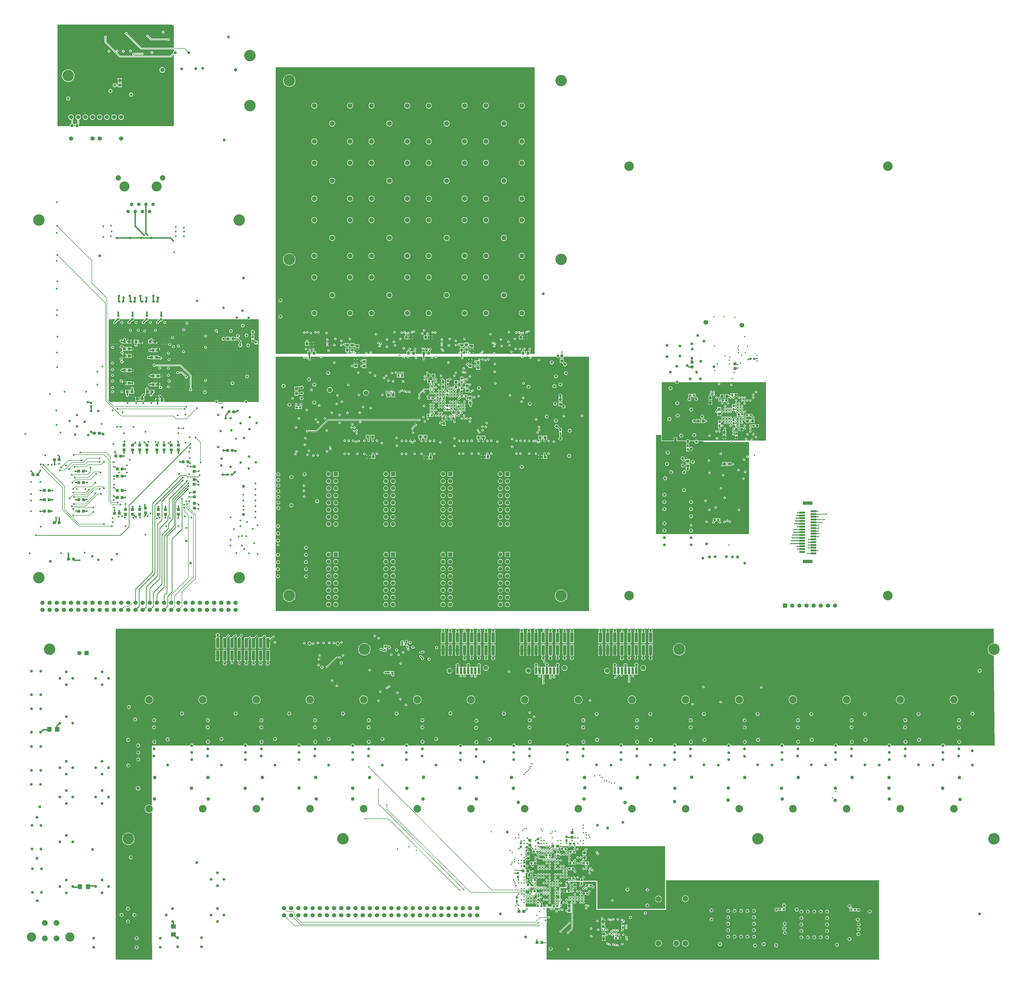
<source format=gbl>
G75*
G70*
%OFA0B0*%
%FSLAX24Y24*%
%IPPOS*%
%LPD*%
%AMOC8*
5,1,8,0,0,1.08239X$1,22.5*
%
%ADD10C,0.0500*%
%ADD106C,0.0160*%
%ADD11C,0.1063*%
%ADD111C,0.0600*%
%ADD122C,0.0090*%
%ADD127R,0.0709X0.0630*%
%ADD130C,0.1339*%
%ADD131C,0.0300*%
%ADD132C,0.0630*%
%ADD134C,0.0120*%
%ADD135C,0.0060*%
%ADD14C,0.0400*%
%ADD163C,0.0700*%
%ADD168R,0.0591X0.0591*%
%ADD174C,0.0472*%
%ADD19C,0.0669*%
%ADD195R,0.0276X0.0354*%
%ADD202R,0.0500X0.1449*%
%ADD203C,0.0350*%
%ADD211C,0.0080*%
%ADD215R,0.0630X0.0709*%
%ADD219C,0.0100*%
%ADD222C,0.1400*%
%ADD226C,0.0591*%
%ADD228C,0.0250*%
%ADD234C,0.0433*%
%ADD264R,0.1339X0.0512*%
%ADD265R,0.0787X0.0276*%
%ADD28C,0.0750*%
%ADD38C,0.0800*%
%ADD39R,0.0354X0.0945*%
%ADD49C,0.0110*%
%ADD55R,0.0394X0.0433*%
%ADD78C,0.1600*%
%ADD82C,0.0200*%
%ADD85R,0.0354X0.0276*%
%ADD90R,0.0433X0.0394*%
%ADD95C,0.1300*%
X002000Y002000D02*
G01*
G75*
G36*
X138967Y046861D02*
X138831Y046848D01*
X138669Y046798D01*
X138520Y046719D01*
X138389Y046611D01*
X138281Y046480D01*
X138202Y046331D01*
X138152Y046169D01*
X138136Y046000D01*
X138152Y045831D01*
X138202Y045669D01*
X138281Y045520D01*
X138389Y045389D01*
X138520Y045281D01*
X138669Y045202D01*
X138831Y045152D01*
X138981Y045138D01*
X139086Y032567D01*
X139051Y032532D01*
X132161Y032532D01*
X132144Y032551D01*
X132135Y032619D01*
X132109Y032682D01*
X132067Y032736D01*
X132013Y032778D01*
X131950Y032804D01*
X131882Y032813D01*
X131814Y032804D01*
X131751Y032778D01*
X131696Y032736D01*
X131655Y032682D01*
X131628Y032619D01*
X131619Y032551D01*
X131602Y032532D01*
X124661Y032532D01*
X124644Y032551D01*
X124635Y032619D01*
X124609Y032682D01*
X124567Y032736D01*
X124513Y032778D01*
X124450Y032804D01*
X124382Y032813D01*
X124314Y032804D01*
X124251Y032778D01*
X124196Y032736D01*
X124155Y032682D01*
X124128Y032619D01*
X124119Y032551D01*
X124102Y032532D01*
X117161Y032532D01*
X117144Y032551D01*
X117135Y032619D01*
X117109Y032682D01*
X117067Y032736D01*
X117013Y032778D01*
X116950Y032804D01*
X116882Y032813D01*
X116814Y032804D01*
X116751Y032778D01*
X116696Y032736D01*
X116655Y032682D01*
X116628Y032619D01*
X116619Y032551D01*
X116602Y032532D01*
X109661Y032532D01*
X109644Y032551D01*
X109635Y032619D01*
X109609Y032682D01*
X109567Y032736D01*
X109513Y032778D01*
X109450Y032804D01*
X109382Y032813D01*
X109314Y032804D01*
X109251Y032778D01*
X109196Y032736D01*
X109155Y032682D01*
X109128Y032619D01*
X109119Y032551D01*
X109102Y032532D01*
X102201Y032532D01*
X102200Y032532D01*
X102191Y032600D01*
X102165Y032663D01*
X102124Y032717D01*
X102069Y032759D01*
X102006Y032785D01*
X101938Y032794D01*
X101870Y032785D01*
X101807Y032759D01*
X101753Y032717D01*
X101711Y032663D01*
X101685Y032600D01*
X101676Y032532D01*
X101675Y032532D01*
X094661Y032532D01*
X094644Y032551D01*
X094635Y032619D01*
X094609Y032682D01*
X094567Y032736D01*
X094513Y032778D01*
X094450Y032804D01*
X094382Y032813D01*
X094314Y032804D01*
X094251Y032778D01*
X094196Y032736D01*
X094155Y032682D01*
X094128Y032619D01*
X094119Y032551D01*
X094102Y032532D01*
X087161Y032532D01*
X087144Y032551D01*
X087135Y032619D01*
X087109Y032682D01*
X087067Y032736D01*
X087013Y032778D01*
X086950Y032804D01*
X086882Y032813D01*
X086814Y032804D01*
X086751Y032778D01*
X086696Y032736D01*
X086655Y032682D01*
X086628Y032619D01*
X086619Y032551D01*
X086602Y032532D01*
X079661Y032532D01*
X079644Y032551D01*
X079635Y032619D01*
X079609Y032682D01*
X079567Y032736D01*
X079513Y032778D01*
X079450Y032804D01*
X079382Y032813D01*
X079314Y032804D01*
X079251Y032778D01*
X079196Y032736D01*
X079155Y032682D01*
X079128Y032619D01*
X079119Y032551D01*
X079102Y032532D01*
X072161Y032532D01*
X072144Y032551D01*
X072135Y032619D01*
X072109Y032682D01*
X072067Y032736D01*
X072013Y032778D01*
X071950Y032804D01*
X071882Y032813D01*
X071814Y032804D01*
X071751Y032778D01*
X071696Y032736D01*
X071655Y032682D01*
X071628Y032619D01*
X071619Y032551D01*
X071602Y032532D01*
X064676Y032532D01*
X064672Y032561D01*
X064646Y032624D01*
X064604Y032678D01*
X064550Y032720D01*
X064486Y032746D01*
X064419Y032755D01*
X064351Y032746D01*
X064287Y032720D01*
X064233Y032678D01*
X064191Y032624D01*
X064165Y032561D01*
X064161Y032532D01*
X057161Y032532D01*
X057144Y032551D01*
X057135Y032619D01*
X057109Y032682D01*
X057067Y032736D01*
X057013Y032778D01*
X056950Y032804D01*
X056882Y032813D01*
X056814Y032804D01*
X056751Y032778D01*
X056696Y032736D01*
X056655Y032682D01*
X056628Y032619D01*
X056619Y032551D01*
X056602Y032532D01*
X049661Y032532D01*
X049644Y032551D01*
X049635Y032619D01*
X049609Y032682D01*
X049567Y032736D01*
X049513Y032778D01*
X049450Y032804D01*
X049382Y032813D01*
X049314Y032804D01*
X049251Y032778D01*
X049196Y032736D01*
X049155Y032682D01*
X049128Y032619D01*
X049119Y032551D01*
X049102Y032532D01*
X042161Y032532D01*
X042144Y032551D01*
X042135Y032619D01*
X042109Y032682D01*
X042067Y032736D01*
X042013Y032778D01*
X041950Y032804D01*
X041882Y032813D01*
X041814Y032804D01*
X041751Y032778D01*
X041696Y032736D01*
X041655Y032682D01*
X041628Y032619D01*
X041619Y032551D01*
X041602Y032532D01*
X034661Y032532D01*
X034644Y032551D01*
X034635Y032619D01*
X034609Y032682D01*
X034567Y032736D01*
X034513Y032778D01*
X034450Y032804D01*
X034382Y032813D01*
X034314Y032804D01*
X034251Y032778D01*
X034196Y032736D01*
X034155Y032682D01*
X034128Y032619D01*
X034119Y032551D01*
X034102Y032532D01*
X027161Y032532D01*
X027144Y032551D01*
X027135Y032619D01*
X027109Y032682D01*
X027067Y032736D01*
X027013Y032778D01*
X026950Y032804D01*
X026882Y032813D01*
X026814Y032804D01*
X026751Y032778D01*
X026696Y032736D01*
X026655Y032682D01*
X026628Y032619D01*
X026619Y032551D01*
X026602Y032532D01*
X021311Y032532D01*
X021311Y031119D01*
X021305Y031074D01*
X021311Y031029D01*
X021311Y024186D01*
X021266Y024165D01*
X021230Y024194D01*
X021127Y024249D01*
X021016Y024283D01*
X020900Y024294D01*
X020784Y024283D01*
X020673Y024249D01*
X020570Y024194D01*
X020480Y024120D01*
X020406Y024030D01*
X020351Y023927D01*
X020317Y023816D01*
X020306Y023700D01*
X020317Y023584D01*
X020351Y023473D01*
X020406Y023370D01*
X020480Y023280D01*
X020570Y023206D01*
X020673Y023151D01*
X020784Y023117D01*
X020900Y023106D01*
X021016Y023117D01*
X021127Y023151D01*
X021230Y023206D01*
X021266Y023235D01*
X021311Y023214D01*
X021311Y004638D01*
X021311Y004638D01*
X021321Y004634D01*
X021321Y002612D01*
X016222Y002612D01*
X016222Y048888D01*
X061836Y048888D01*
X061852Y048841D01*
X061815Y048811D01*
X061773Y048757D01*
X061747Y048694D01*
X061738Y048626D01*
X061747Y048558D01*
X061773Y048495D01*
X061805Y048453D01*
X061783Y048408D01*
X061690Y048408D01*
X061690Y046840D01*
X062310Y046840D01*
X062310Y048408D01*
X062217Y048408D01*
X062195Y048453D01*
X062227Y048495D01*
X062253Y048558D01*
X062262Y048626D01*
X062253Y048694D01*
X062227Y048757D01*
X062185Y048811D01*
X062131Y048853D01*
X062071Y048878D01*
X062071Y048878D01*
X062071Y048878D01*
X062068Y048879D01*
X062068Y048879D01*
X062068Y048888D01*
X062836Y048888D01*
X062852Y048841D01*
X062815Y048811D01*
X062773Y048757D01*
X062747Y048694D01*
X062738Y048626D01*
X062747Y048558D01*
X062773Y048495D01*
X062805Y048453D01*
X062783Y048408D01*
X062690Y048408D01*
X062690Y046840D01*
X063310Y046840D01*
X063310Y048408D01*
X063217Y048408D01*
X063195Y048453D01*
X063227Y048495D01*
X063253Y048558D01*
X063262Y048626D01*
X063253Y048694D01*
X063227Y048757D01*
X063185Y048811D01*
X063131Y048853D01*
X063071Y048878D01*
X063071Y048878D01*
X063071Y048878D01*
X063068Y048879D01*
X063068Y048879D01*
X063068Y048888D01*
X063836Y048888D01*
X063852Y048841D01*
X063815Y048811D01*
X063773Y048757D01*
X063747Y048694D01*
X063738Y048626D01*
X063747Y048558D01*
X063773Y048495D01*
X063805Y048453D01*
X063783Y048408D01*
X063690Y048408D01*
X063690Y046840D01*
X064310Y046840D01*
X064310Y048408D01*
X064217Y048408D01*
X064195Y048453D01*
X064227Y048495D01*
X064253Y048558D01*
X064262Y048626D01*
X064253Y048694D01*
X064227Y048757D01*
X064185Y048811D01*
X064131Y048853D01*
X064071Y048878D01*
X064071Y048878D01*
X064071Y048878D01*
X064068Y048879D01*
X064068Y048879D01*
X064068Y048888D01*
X064907Y048888D01*
X064922Y048840D01*
X064885Y048815D01*
X064849Y048762D01*
X064837Y048700D01*
X064849Y048638D01*
X064883Y048587D01*
X064883Y048408D01*
X064690Y048408D01*
X064690Y046840D01*
X065310Y046840D01*
X065310Y048408D01*
X065117Y048408D01*
X065117Y048587D01*
X065151Y048638D01*
X065163Y048700D01*
X065151Y048762D01*
X065115Y048815D01*
X065078Y048840D01*
X065093Y048888D01*
X065836Y048888D01*
X065852Y048841D01*
X065815Y048811D01*
X065773Y048757D01*
X065747Y048694D01*
X065738Y048626D01*
X065747Y048558D01*
X065773Y048495D01*
X065805Y048453D01*
X065783Y048408D01*
X065690Y048408D01*
X065690Y046840D01*
X066310Y046840D01*
X066310Y048408D01*
X066217Y048408D01*
X066195Y048453D01*
X066227Y048495D01*
X066253Y048558D01*
X066262Y048626D01*
X066253Y048694D01*
X066227Y048757D01*
X066185Y048811D01*
X066131Y048853D01*
X066071Y048878D01*
X066071Y048878D01*
X066071Y048878D01*
X066068Y048879D01*
X066068Y048879D01*
X066068Y048888D01*
X066836Y048888D01*
X066852Y048841D01*
X066815Y048811D01*
X066773Y048757D01*
X066747Y048694D01*
X066738Y048626D01*
X066747Y048558D01*
X066773Y048495D01*
X066805Y048453D01*
X066783Y048408D01*
X066690Y048408D01*
X066690Y046840D01*
X067310Y046840D01*
X067310Y048408D01*
X067217Y048408D01*
X067195Y048453D01*
X067227Y048495D01*
X067253Y048558D01*
X067262Y048626D01*
X067253Y048694D01*
X067227Y048757D01*
X067185Y048811D01*
X067131Y048853D01*
X067071Y048878D01*
X067071Y048878D01*
X067071Y048878D01*
X067068Y048879D01*
X067068Y048879D01*
X067068Y048888D01*
X067836Y048888D01*
X067852Y048841D01*
X067815Y048811D01*
X067773Y048757D01*
X067747Y048694D01*
X067738Y048626D01*
X067747Y048558D01*
X067773Y048495D01*
X067805Y048453D01*
X067783Y048408D01*
X067690Y048408D01*
X067690Y046840D01*
X068310Y046840D01*
X068310Y048408D01*
X068217Y048408D01*
X068195Y048453D01*
X068227Y048495D01*
X068253Y048558D01*
X068262Y048626D01*
X068253Y048694D01*
X068227Y048757D01*
X068185Y048811D01*
X068131Y048853D01*
X068071Y048878D01*
X068071Y048878D01*
X068071Y048878D01*
X068068Y048879D01*
X068068Y048879D01*
X068068Y048888D01*
X068836Y048888D01*
X068852Y048841D01*
X068815Y048811D01*
X068773Y048757D01*
X068747Y048694D01*
X068738Y048626D01*
X068747Y048558D01*
X068773Y048495D01*
X068805Y048453D01*
X068783Y048408D01*
X068690Y048408D01*
X068690Y046840D01*
X069310Y046840D01*
X069310Y048408D01*
X069217Y048408D01*
X069195Y048453D01*
X069227Y048495D01*
X069253Y048558D01*
X069262Y048626D01*
X069253Y048694D01*
X069227Y048757D01*
X069185Y048811D01*
X069131Y048853D01*
X069071Y048878D01*
X069071Y048878D01*
X069071Y048878D01*
X069068Y048879D01*
X069068Y048879D01*
X069068Y048888D01*
X072836Y048888D01*
X072852Y048841D01*
X072815Y048811D01*
X072773Y048757D01*
X072747Y048694D01*
X072738Y048626D01*
X072747Y048558D01*
X072773Y048495D01*
X072805Y048453D01*
X072783Y048408D01*
X072690Y048408D01*
X072690Y046840D01*
X073310Y046840D01*
X073310Y048408D01*
X073217Y048408D01*
X073195Y048453D01*
X073227Y048495D01*
X073253Y048558D01*
X073262Y048626D01*
X073253Y048694D01*
X073227Y048757D01*
X073185Y048811D01*
X073131Y048853D01*
X073071Y048878D01*
X073071Y048878D01*
X073071Y048878D01*
X073068Y048879D01*
X073068Y048879D01*
X073068Y048888D01*
X073836Y048888D01*
X073852Y048841D01*
X073815Y048811D01*
X073773Y048757D01*
X073747Y048694D01*
X073738Y048626D01*
X073747Y048558D01*
X073773Y048495D01*
X073805Y048453D01*
X073783Y048408D01*
X073690Y048408D01*
X073690Y046840D01*
X074310Y046840D01*
X074310Y048408D01*
X074217Y048408D01*
X074195Y048453D01*
X074227Y048495D01*
X074253Y048558D01*
X074262Y048626D01*
X074253Y048694D01*
X074227Y048757D01*
X074185Y048811D01*
X074131Y048853D01*
X074071Y048878D01*
X074071Y048878D01*
X074071Y048878D01*
X074068Y048879D01*
X074068Y048879D01*
X074068Y048888D01*
X074836Y048888D01*
X074852Y048841D01*
X074815Y048811D01*
X074773Y048757D01*
X074747Y048694D01*
X074738Y048626D01*
X074747Y048558D01*
X074773Y048495D01*
X074805Y048453D01*
X074783Y048408D01*
X074690Y048408D01*
X074690Y046840D01*
X075310Y046840D01*
X075310Y048408D01*
X075217Y048408D01*
X075195Y048453D01*
X075227Y048495D01*
X075253Y048558D01*
X075262Y048626D01*
X075253Y048694D01*
X075227Y048757D01*
X075185Y048811D01*
X075131Y048853D01*
X075071Y048878D01*
X075071Y048878D01*
X075071Y048878D01*
X075068Y048879D01*
X075068Y048879D01*
X075068Y048888D01*
X075947Y048888D01*
X075970Y048844D01*
X075949Y048812D01*
X075937Y048750D01*
X075949Y048688D01*
X075983Y048637D01*
X075983Y048408D01*
X075690Y048408D01*
X075690Y046840D01*
X076310Y046840D01*
X076310Y048408D01*
X076217Y048408D01*
X076217Y048637D01*
X076251Y048688D01*
X076263Y048750D01*
X076251Y048812D01*
X076215Y048865D01*
X076222Y048888D01*
X076836Y048888D01*
X076852Y048841D01*
X076815Y048811D01*
X076773Y048757D01*
X076747Y048694D01*
X076738Y048626D01*
X076747Y048558D01*
X076773Y048495D01*
X076805Y048453D01*
X076783Y048408D01*
X076690Y048408D01*
X076690Y046840D01*
X077310Y046840D01*
X077310Y048408D01*
X077217Y048408D01*
X077195Y048453D01*
X077227Y048495D01*
X077253Y048558D01*
X077262Y048626D01*
X077253Y048694D01*
X077227Y048757D01*
X077185Y048811D01*
X077131Y048853D01*
X077071Y048878D01*
X077071Y048878D01*
X077071Y048878D01*
X077068Y048879D01*
X077068Y048879D01*
X077068Y048888D01*
X077836Y048888D01*
X077852Y048841D01*
X077815Y048811D01*
X077773Y048757D01*
X077747Y048694D01*
X077738Y048626D01*
X077747Y048558D01*
X077773Y048495D01*
X077805Y048453D01*
X077783Y048408D01*
X077690Y048408D01*
X077690Y046840D01*
X078310Y046840D01*
X078310Y048408D01*
X078217Y048408D01*
X078195Y048453D01*
X078227Y048495D01*
X078253Y048558D01*
X078262Y048626D01*
X078253Y048694D01*
X078227Y048757D01*
X078185Y048811D01*
X078131Y048853D01*
X078071Y048878D01*
X078071Y048878D01*
X078071Y048878D01*
X078068Y048879D01*
X078068Y048879D01*
X078068Y048888D01*
X078836Y048888D01*
X078852Y048841D01*
X078815Y048811D01*
X078773Y048757D01*
X078747Y048694D01*
X078738Y048626D01*
X078747Y048558D01*
X078773Y048495D01*
X078805Y048453D01*
X078783Y048408D01*
X078690Y048408D01*
X078690Y046840D01*
X079310Y046840D01*
X079310Y048408D01*
X079217Y048408D01*
X079195Y048453D01*
X079227Y048495D01*
X079253Y048558D01*
X079262Y048626D01*
X079253Y048694D01*
X079227Y048757D01*
X079185Y048811D01*
X079131Y048853D01*
X079071Y048878D01*
X079071Y048878D01*
X079071Y048878D01*
X079068Y048879D01*
X079068Y048879D01*
X079068Y048888D01*
X079836Y048888D01*
X079852Y048841D01*
X079815Y048811D01*
X079773Y048757D01*
X079747Y048694D01*
X079738Y048626D01*
X079747Y048558D01*
X079773Y048495D01*
X079805Y048453D01*
X079783Y048408D01*
X079690Y048408D01*
X079690Y046840D01*
X080310Y046840D01*
X080310Y048408D01*
X080217Y048408D01*
X080195Y048453D01*
X080227Y048495D01*
X080253Y048558D01*
X080262Y048626D01*
X080253Y048694D01*
X080227Y048757D01*
X080185Y048811D01*
X080131Y048853D01*
X080071Y048878D01*
X080071Y048878D01*
X080071Y048878D01*
X080068Y048879D01*
X080068Y048879D01*
X080068Y048888D01*
X083836Y048888D01*
X083852Y048841D01*
X083815Y048811D01*
X083773Y048757D01*
X083747Y048694D01*
X083738Y048626D01*
X083747Y048558D01*
X083773Y048495D01*
X083805Y048453D01*
X083783Y048408D01*
X083690Y048408D01*
X083690Y046840D01*
X084310Y046840D01*
X084310Y048408D01*
X084217Y048408D01*
X084195Y048453D01*
X084227Y048495D01*
X084253Y048558D01*
X084262Y048626D01*
X084253Y048694D01*
X084227Y048757D01*
X084185Y048811D01*
X084131Y048853D01*
X084071Y048878D01*
X084071Y048878D01*
X084071Y048878D01*
X084068Y048879D01*
X084068Y048879D01*
X084068Y048888D01*
X084836Y048888D01*
X084852Y048841D01*
X084815Y048811D01*
X084773Y048757D01*
X084747Y048694D01*
X084738Y048626D01*
X084747Y048558D01*
X084773Y048495D01*
X084805Y048453D01*
X084783Y048408D01*
X084690Y048408D01*
X084690Y046840D01*
X085310Y046840D01*
X085310Y048408D01*
X085217Y048408D01*
X085195Y048453D01*
X085227Y048495D01*
X085253Y048558D01*
X085262Y048626D01*
X085253Y048694D01*
X085227Y048757D01*
X085185Y048811D01*
X085131Y048853D01*
X085071Y048878D01*
X085071Y048878D01*
X085071Y048878D01*
X085068Y048879D01*
X085068Y048879D01*
X085068Y048888D01*
X085836Y048888D01*
X085852Y048841D01*
X085815Y048811D01*
X085773Y048757D01*
X085747Y048694D01*
X085738Y048626D01*
X085747Y048558D01*
X085773Y048495D01*
X085805Y048453D01*
X085783Y048408D01*
X085690Y048408D01*
X085690Y046840D01*
X086310Y046840D01*
X086310Y048408D01*
X086217Y048408D01*
X086195Y048453D01*
X086227Y048495D01*
X086253Y048558D01*
X086262Y048626D01*
X086253Y048694D01*
X086227Y048757D01*
X086185Y048811D01*
X086131Y048853D01*
X086071Y048878D01*
X086071Y048878D01*
X086071Y048878D01*
X086068Y048879D01*
X086068Y048879D01*
X086068Y048888D01*
X087836Y048888D01*
X087852Y048841D01*
X087815Y048811D01*
X087773Y048757D01*
X087747Y048694D01*
X087738Y048626D01*
X087747Y048558D01*
X087773Y048495D01*
X087805Y048453D01*
X087783Y048408D01*
X087690Y048408D01*
X087690Y046840D01*
X088310Y046840D01*
X088310Y048408D01*
X088217Y048408D01*
X088195Y048453D01*
X088227Y048495D01*
X088253Y048558D01*
X088262Y048626D01*
X088253Y048694D01*
X088227Y048757D01*
X088185Y048811D01*
X088131Y048853D01*
X088071Y048878D01*
X088071Y048878D01*
X088071Y048878D01*
X088068Y048879D01*
X088068Y048879D01*
X088068Y048888D01*
X088836Y048888D01*
X088852Y048841D01*
X088815Y048811D01*
X088773Y048757D01*
X088747Y048694D01*
X088738Y048626D01*
X088747Y048558D01*
X088773Y048495D01*
X088805Y048453D01*
X088783Y048408D01*
X088690Y048408D01*
X088690Y046840D01*
X089310Y046840D01*
X089310Y048408D01*
X089217Y048408D01*
X089195Y048453D01*
X089227Y048495D01*
X089253Y048558D01*
X089262Y048626D01*
X089253Y048694D01*
X089227Y048757D01*
X089185Y048811D01*
X089131Y048853D01*
X089071Y048878D01*
X089071Y048878D01*
X089071Y048878D01*
X089068Y048879D01*
X089068Y048879D01*
X089068Y048888D01*
X089836Y048888D01*
X089852Y048841D01*
X089815Y048811D01*
X089773Y048757D01*
X089747Y048694D01*
X089738Y048626D01*
X089747Y048558D01*
X089773Y048495D01*
X089805Y048453D01*
X089783Y048408D01*
X089690Y048408D01*
X089690Y046840D01*
X090310Y046840D01*
X090310Y048408D01*
X090217Y048408D01*
X090195Y048453D01*
X090227Y048495D01*
X090253Y048558D01*
X090262Y048626D01*
X090253Y048694D01*
X090227Y048757D01*
X090185Y048811D01*
X090131Y048853D01*
X090071Y048878D01*
X090071Y048878D01*
X090071Y048878D01*
X090068Y048879D01*
X090068Y048879D01*
X090068Y048888D01*
X090836Y048888D01*
X090852Y048841D01*
X090815Y048811D01*
X090773Y048757D01*
X090747Y048694D01*
X090738Y048626D01*
X090747Y048558D01*
X090773Y048495D01*
X090805Y048453D01*
X090783Y048408D01*
X090690Y048408D01*
X090690Y046840D01*
X091310Y046840D01*
X091310Y048408D01*
X091217Y048408D01*
X091195Y048453D01*
X091227Y048495D01*
X091253Y048558D01*
X091262Y048626D01*
X091253Y048694D01*
X091227Y048757D01*
X091185Y048811D01*
X091131Y048853D01*
X091071Y048878D01*
X091071Y048878D01*
X091071Y048878D01*
X091068Y048879D01*
X091068Y048879D01*
X091068Y048888D01*
X138950Y048888D01*
X138967Y046861D01*
D02*
G37*
G36*
X122930Y002612D02*
X076473Y002612D01*
X076473Y008414D01*
X076659Y008414D01*
X076668Y008400D01*
X076721Y008365D01*
X076783Y008353D01*
X076846Y008365D01*
X076899Y008400D01*
X076934Y008453D01*
X076947Y008516D01*
X076934Y008578D01*
X076899Y008631D01*
X076846Y008666D01*
X076783Y008679D01*
X076721Y008666D01*
X076668Y008631D01*
X076659Y008618D01*
X076473Y008618D01*
X076473Y009852D01*
X076937Y009852D01*
X076938Y009850D01*
X076961Y009808D01*
X076928Y009759D01*
X076916Y009697D01*
X076928Y009634D01*
X076963Y009582D01*
X077016Y009546D01*
X077079Y009534D01*
X077141Y009546D01*
X077194Y009582D01*
X077229Y009634D01*
X077242Y009697D01*
X077229Y009759D01*
X077194Y009812D01*
X077141Y009848D01*
X077141Y009848D01*
X077141Y009848D01*
X077141Y009848D01*
X077141Y009848D01*
X077142Y009852D01*
X077341Y009852D01*
X077341Y009788D01*
X077322Y009759D01*
X077309Y009697D01*
X077322Y009634D01*
X077357Y009582D01*
X077410Y009546D01*
X077472Y009534D01*
X077535Y009546D01*
X077588Y009582D01*
X077623Y009634D01*
X077636Y009697D01*
X077623Y009759D01*
X077588Y009812D01*
X077566Y009827D01*
X077566Y009852D01*
X078400Y009852D01*
X078400Y009998D01*
X078438Y010029D01*
X078457Y010026D01*
X078519Y010038D01*
X078572Y010074D01*
X078607Y010127D01*
X078620Y010189D01*
X078607Y010251D01*
X078572Y010304D01*
X078519Y010340D01*
X078457Y010352D01*
X078438Y010348D01*
X078400Y010380D01*
X078400Y010785D01*
X078438Y010817D01*
X078457Y010813D01*
X078519Y010826D01*
X078572Y010861D01*
X078607Y010914D01*
X078620Y010976D01*
X078607Y011039D01*
X078572Y011092D01*
X078519Y011127D01*
X078457Y011140D01*
X078438Y011136D01*
X078400Y011168D01*
X078400Y011966D01*
X078438Y011998D01*
X078457Y011994D01*
X078519Y012007D01*
X078572Y012042D01*
X078607Y012095D01*
X078620Y012157D01*
X078607Y012220D01*
X078572Y012273D01*
X078519Y012308D01*
X078457Y012321D01*
X078438Y012317D01*
X078400Y012349D01*
X078400Y012608D01*
X079286Y012608D01*
X079286Y012790D01*
X079307Y012794D01*
X079359Y012830D01*
X079395Y012882D01*
X079407Y012945D01*
X079395Y013007D01*
X079359Y013060D01*
X079307Y013096D01*
X079286Y013100D01*
X079286Y013494D01*
X079496Y013494D01*
X079497Y013491D01*
X079520Y013450D01*
X079487Y013401D01*
X079475Y013339D01*
X079487Y013276D01*
X079522Y013223D01*
X079575Y013188D01*
X079638Y013175D01*
X079700Y013188D01*
X079753Y013223D01*
X079789Y013276D01*
X079801Y013339D01*
X079789Y013401D01*
X079753Y013454D01*
X079700Y013489D01*
X079700Y013489D01*
X079700Y013489D01*
X079700Y013489D01*
X079700Y013489D01*
X079701Y013494D01*
X081137Y013494D01*
X081172Y013459D01*
X081172Y013100D01*
X081150Y013096D01*
X081097Y013060D01*
X081062Y013007D01*
X081049Y012945D01*
X081062Y012882D01*
X081097Y012830D01*
X081150Y012794D01*
X081213Y012782D01*
X081275Y012794D01*
X081328Y012830D01*
X081363Y012882D01*
X081376Y012945D01*
X081369Y012978D01*
X081386Y013003D01*
X081568Y013003D01*
X081568Y013459D01*
X081568Y013459D01*
X081568Y013477D01*
X081584Y013494D01*
X083435Y013494D01*
X083435Y009557D01*
X093164Y009557D01*
X093164Y013717D01*
X122930Y013717D01*
X122930Y002612D01*
D02*
G37*
G36*
X076731Y018394D02*
X076767Y018341D01*
X076819Y018306D01*
X076882Y018294D01*
X076887Y018295D01*
X076893Y018283D01*
X076884Y018237D01*
X076879Y018225D01*
X076819Y018214D01*
X076767Y018178D01*
X076731Y018125D01*
X076719Y018063D01*
X076731Y018001D01*
X076710Y017961D01*
X076660Y017961D01*
X076639Y018001D01*
X076651Y018063D01*
X076639Y018125D01*
X076604Y018178D01*
X076551Y018214D01*
X076488Y018226D01*
X076426Y018214D01*
X076373Y018178D01*
X076337Y018125D01*
X076325Y018063D01*
X076337Y018001D01*
X076316Y017961D01*
X076266Y017961D01*
X076245Y018001D01*
X076258Y018063D01*
X076245Y018125D01*
X076210Y018178D01*
X076157Y018214D01*
X076094Y018226D01*
X076032Y018214D01*
X075979Y018178D01*
X075944Y018125D01*
X075931Y018063D01*
X075940Y018022D01*
X075895Y017998D01*
X075465Y018429D01*
X075470Y018457D01*
X076325Y018457D01*
X076337Y018394D01*
X076373Y018341D01*
X076426Y018306D01*
X076488Y018294D01*
X076551Y018306D01*
X076604Y018341D01*
X076639Y018394D01*
X076651Y018457D01*
X076719Y018457D01*
X076731Y018394D01*
D02*
G37*
G36*
X075152Y011805D02*
X075144Y011764D01*
X075148Y011744D01*
X075116Y011706D01*
X075109Y011706D01*
X075109Y011231D01*
X075109Y011231D01*
X075109Y011194D01*
X075109Y011194D01*
X075109Y011058D01*
X075061Y011043D01*
X075029Y011092D01*
X074976Y011127D01*
X074913Y011140D01*
X074851Y011127D01*
X074798Y011092D01*
X074763Y011039D01*
X074750Y010976D01*
X074763Y010914D01*
X074798Y010861D01*
X074851Y010826D01*
X074913Y010813D01*
X074976Y010826D01*
X075029Y010861D01*
X075061Y010910D01*
X075109Y010895D01*
X075109Y010719D01*
X075153Y010719D01*
X075177Y010675D01*
X075156Y010645D01*
X075144Y010583D01*
X075146Y010570D01*
X075144Y010566D01*
X075135Y010523D01*
X075135Y010523D01*
X075135Y010308D01*
X075010Y010308D01*
X075010Y009992D01*
X073535Y009992D01*
X073535Y010503D01*
X073583Y010518D01*
X073617Y010467D01*
X073670Y010432D01*
X073732Y010420D01*
X073795Y010432D01*
X073848Y010467D01*
X073883Y010520D01*
X073895Y010583D01*
X073883Y010645D01*
X073848Y010698D01*
X073795Y010733D01*
X073732Y010746D01*
X073670Y010733D01*
X073617Y010698D01*
X073583Y010648D01*
X073535Y010662D01*
X073535Y010897D01*
X073583Y010911D01*
X073617Y010861D01*
X073670Y010826D01*
X073732Y010813D01*
X073795Y010826D01*
X073848Y010861D01*
X073883Y010914D01*
X073895Y010976D01*
X073883Y011039D01*
X073848Y011092D01*
X073795Y011127D01*
X073732Y011140D01*
X073670Y011127D01*
X073617Y011092D01*
X073583Y011041D01*
X073535Y011056D01*
X073535Y011291D01*
X073583Y011305D01*
X073617Y011255D01*
X073670Y011219D01*
X073732Y011207D01*
X073795Y011219D01*
X073848Y011255D01*
X073883Y011308D01*
X073895Y011370D01*
X073883Y011433D01*
X073904Y011472D01*
X073954Y011472D01*
X073975Y011433D01*
X073963Y011370D01*
X073975Y011308D01*
X074011Y011255D01*
X074064Y011219D01*
X074126Y011207D01*
X074188Y011219D01*
X074241Y011255D01*
X074277Y011308D01*
X074289Y011370D01*
X074277Y011433D01*
X074298Y011472D01*
X074348Y011472D01*
X074369Y011433D01*
X074357Y011370D01*
X074369Y011308D01*
X074404Y011255D01*
X074457Y011219D01*
X074520Y011207D01*
X074582Y011219D01*
X074635Y011255D01*
X074670Y011308D01*
X074683Y011370D01*
X074670Y011433D01*
X074693Y011475D01*
X074717Y011475D01*
X074752Y011482D01*
X074781Y011502D01*
X075108Y011829D01*
X075152Y011805D01*
D02*
G37*
G36*
X093024Y010484D02*
X093024Y009697D01*
X083575Y009697D01*
X083575Y013634D01*
X081568Y013634D01*
X081568Y013929D01*
X081603Y013964D01*
X081606Y013963D01*
X081669Y013975D01*
X081722Y014011D01*
X081757Y014064D01*
X081769Y014126D01*
X081757Y014188D01*
X081722Y014241D01*
X081669Y014277D01*
X081606Y014289D01*
X081544Y014277D01*
X081491Y014241D01*
X081456Y014188D01*
X081443Y014126D01*
X081444Y014122D01*
X081311Y013989D01*
X081172Y013989D01*
X081172Y013634D01*
X080608Y013634D01*
X080576Y013673D01*
X080588Y013732D01*
X080576Y013795D01*
X080541Y013848D01*
X080499Y013875D01*
X080485Y013890D01*
X080485Y014166D01*
X080010Y014166D01*
X080010Y014166D01*
X079973Y014166D01*
X079973Y014166D01*
X079786Y014166D01*
X079786Y013968D01*
X079786Y013771D01*
X079973Y013771D01*
X079973Y013771D01*
X079973Y013771D01*
X079973Y013771D01*
X080010Y013771D01*
X080010Y013771D01*
X080231Y013771D01*
X080262Y013732D01*
X080274Y013673D01*
X080242Y013634D01*
X079146Y013634D01*
X079146Y013465D01*
X079129Y013454D01*
X079093Y013401D01*
X079081Y013339D01*
X079093Y013276D01*
X079129Y013223D01*
X079146Y013212D01*
X079146Y013072D01*
X079129Y013060D01*
X079093Y013007D01*
X079081Y012945D01*
X079093Y012882D01*
X079129Y012830D01*
X079146Y012818D01*
X079146Y012748D01*
X078260Y012748D01*
X078260Y012237D01*
X078212Y012222D01*
X078178Y012273D01*
X078125Y012308D01*
X078063Y012321D01*
X078001Y012308D01*
X077948Y012273D01*
X077912Y012220D01*
X077900Y012157D01*
X077912Y012095D01*
X077948Y012042D01*
X078001Y012007D01*
X078063Y011994D01*
X078125Y012007D01*
X078178Y012042D01*
X078212Y012092D01*
X078260Y012078D01*
X078260Y011843D01*
X078212Y011829D01*
X078178Y011879D01*
X078125Y011915D01*
X078063Y011927D01*
X078001Y011915D01*
X077948Y011879D01*
X077912Y011826D01*
X077900Y011764D01*
X077912Y011701D01*
X077948Y011648D01*
X078001Y011613D01*
X078063Y011601D01*
X078125Y011613D01*
X078178Y011648D01*
X078212Y011699D01*
X078260Y011684D01*
X078260Y011056D01*
X078212Y011041D01*
X078178Y011092D01*
X078125Y011127D01*
X078063Y011140D01*
X078001Y011127D01*
X077948Y011092D01*
X077912Y011039D01*
X077900Y010976D01*
X077912Y010914D01*
X077948Y010861D01*
X078001Y010826D01*
X078063Y010813D01*
X078125Y010826D01*
X078178Y010861D01*
X078212Y010911D01*
X078260Y010897D01*
X078260Y010662D01*
X078212Y010648D01*
X078178Y010698D01*
X078125Y010733D01*
X078063Y010746D01*
X078001Y010733D01*
X077948Y010698D01*
X077912Y010645D01*
X077900Y010583D01*
X077912Y010520D01*
X077948Y010467D01*
X077951Y010465D01*
X077951Y010308D01*
X077728Y010308D01*
X077728Y010308D01*
X077691Y010308D01*
X077691Y010308D01*
X077216Y010308D01*
X077216Y009992D01*
X076568Y009992D01*
X076553Y010040D01*
X076604Y010074D01*
X076639Y010127D01*
X076651Y010189D01*
X076639Y010251D01*
X076604Y010304D01*
X076551Y010340D01*
X076488Y010352D01*
X076426Y010340D01*
X076373Y010304D01*
X076337Y010251D01*
X076325Y010189D01*
X076337Y010127D01*
X076373Y010074D01*
X076423Y010040D01*
X076409Y009992D01*
X075996Y009992D01*
X075996Y010308D01*
X075871Y010308D01*
X075871Y010524D01*
X075871Y010524D01*
X075863Y010567D01*
X075861Y010569D01*
X075864Y010583D01*
X075851Y010645D01*
X075816Y010698D01*
X075763Y010733D01*
X075701Y010746D01*
X075697Y010745D01*
X075505Y010937D01*
X075505Y011194D01*
X075505Y011194D01*
X075505Y011194D01*
X075505Y011231D01*
X075505Y011231D01*
X075505Y011289D01*
X075553Y011304D01*
X075585Y011255D01*
X075638Y011219D01*
X075701Y011207D01*
X075763Y011219D01*
X075816Y011255D01*
X075851Y011308D01*
X075864Y011370D01*
X075851Y011433D01*
X075816Y011485D01*
X075763Y011521D01*
X075701Y011533D01*
X075638Y011521D01*
X075585Y011485D01*
X075553Y011436D01*
X075505Y011451D01*
X075505Y011706D01*
X075498Y011706D01*
X075466Y011744D01*
X075470Y011764D01*
X075458Y011826D01*
X075481Y011869D01*
X075921Y011869D01*
X075944Y011826D01*
X075931Y011764D01*
X075944Y011701D01*
X075979Y011648D01*
X076032Y011613D01*
X076094Y011601D01*
X076157Y011613D01*
X076210Y011648D01*
X076245Y011701D01*
X076258Y011764D01*
X076245Y011826D01*
X076266Y011866D01*
X076316Y011866D01*
X076337Y011826D01*
X076325Y011764D01*
X076337Y011701D01*
X076373Y011648D01*
X076426Y011613D01*
X076488Y011601D01*
X076551Y011613D01*
X076604Y011648D01*
X076639Y011701D01*
X076651Y011764D01*
X076639Y011826D01*
X076660Y011866D01*
X076710Y011869D01*
X076735Y011832D01*
X076731Y011826D01*
X076719Y011764D01*
X076731Y011701D01*
X076767Y011648D01*
X076819Y011613D01*
X076882Y011601D01*
X076944Y011613D01*
X076997Y011648D01*
X077033Y011701D01*
X077045Y011764D01*
X077033Y011826D01*
X076997Y011879D01*
X076944Y011915D01*
X076882Y011927D01*
X076841Y011919D01*
X076817Y011963D01*
X076854Y012000D01*
X076882Y011994D01*
X076944Y012007D01*
X076997Y012042D01*
X077033Y012095D01*
X077045Y012157D01*
X077033Y012220D01*
X076997Y012273D01*
X076944Y012308D01*
X076882Y012321D01*
X076819Y012308D01*
X076767Y012273D01*
X076731Y012220D01*
X076719Y012157D01*
X076724Y012130D01*
X076687Y012093D01*
X076643Y012116D01*
X076651Y012157D01*
X076639Y012220D01*
X076604Y012273D01*
X076551Y012308D01*
X076488Y012321D01*
X076426Y012308D01*
X076373Y012273D01*
X076337Y012220D01*
X076325Y012157D01*
X076337Y012095D01*
X076316Y012056D01*
X076266Y012056D01*
X076245Y012095D01*
X076258Y012157D01*
X076245Y012220D01*
X076210Y012273D01*
X076157Y012308D01*
X076094Y012321D01*
X076032Y012308D01*
X075979Y012273D01*
X075944Y012220D01*
X075931Y012157D01*
X075944Y012095D01*
X075921Y012052D01*
X075110Y012052D01*
X075091Y012049D01*
X075078Y012059D01*
X075053Y012188D01*
X075053Y012355D01*
X074994Y012355D01*
X074980Y012403D01*
X075029Y012436D01*
X075064Y012489D01*
X075077Y012551D01*
X075064Y012614D01*
X075085Y012653D01*
X075135Y012653D01*
X075156Y012614D01*
X075144Y012551D01*
X075156Y012489D01*
X075192Y012436D01*
X075245Y012400D01*
X075307Y012388D01*
X075370Y012400D01*
X075422Y012436D01*
X075458Y012489D01*
X075470Y012551D01*
X075458Y012614D01*
X075479Y012653D01*
X075529Y012653D01*
X075550Y012614D01*
X075538Y012551D01*
X075550Y012489D01*
X075585Y012436D01*
X075638Y012400D01*
X075701Y012388D01*
X075763Y012400D01*
X075816Y012436D01*
X075851Y012489D01*
X075864Y012551D01*
X075851Y012614D01*
X075873Y012653D01*
X075923Y012653D01*
X075944Y012614D01*
X075931Y012551D01*
X075944Y012489D01*
X075979Y012436D01*
X076032Y012400D01*
X076094Y012388D01*
X076157Y012400D01*
X076210Y012436D01*
X076245Y012489D01*
X076258Y012551D01*
X076249Y012593D01*
X076293Y012616D01*
X076331Y012579D01*
X076325Y012551D01*
X076337Y012489D01*
X076373Y012436D01*
X076426Y012400D01*
X076488Y012388D01*
X076551Y012400D01*
X076604Y012436D01*
X076639Y012489D01*
X076651Y012551D01*
X076639Y012614D01*
X076604Y012667D01*
X076551Y012702D01*
X076488Y012714D01*
X076460Y012709D01*
X076356Y012813D01*
X076326Y012833D01*
X076291Y012840D01*
X075087Y012840D01*
X075064Y012882D01*
X075077Y012945D01*
X075064Y013007D01*
X075029Y013060D01*
X074976Y013096D01*
X074913Y013108D01*
X074908Y013107D01*
X074902Y013118D01*
X074913Y013175D01*
X074976Y013188D01*
X075029Y013223D01*
X075064Y013276D01*
X075077Y013339D01*
X075064Y013401D01*
X075029Y013454D01*
X074976Y013489D01*
X074913Y013502D01*
X074946Y013534D01*
X075091Y013534D01*
X075091Y013682D01*
X074854Y013682D01*
X074854Y013732D01*
X074804Y013732D01*
X074804Y013930D01*
X074617Y013930D01*
X074617Y013930D01*
X074580Y013930D01*
X074580Y013930D01*
X074105Y013930D01*
X074105Y013534D01*
X074137Y013534D01*
X074230Y013516D01*
X074239Y013473D01*
X074263Y013436D01*
X074357Y013342D01*
X074357Y013339D01*
X074369Y013276D01*
X074376Y013265D01*
X074353Y013221D01*
X074145Y013221D01*
X074145Y013221D01*
X074107Y013221D01*
X074107Y013221D01*
X073990Y013221D01*
X073982Y013233D01*
X073892Y013323D01*
X073895Y013339D01*
X073883Y013401D01*
X073848Y013454D01*
X073795Y013489D01*
X073732Y013502D01*
X073670Y013489D01*
X073617Y013454D01*
X073583Y013404D01*
X073535Y013418D01*
X073535Y013653D01*
X073583Y013667D01*
X073617Y013617D01*
X073670Y013582D01*
X073732Y013569D01*
X073795Y013582D01*
X073848Y013617D01*
X073883Y013670D01*
X073895Y013732D01*
X073883Y013795D01*
X073848Y013848D01*
X073795Y013883D01*
X073732Y013895D01*
X073670Y013883D01*
X073617Y013848D01*
X073583Y013797D01*
X073535Y013812D01*
X073535Y014735D01*
X073571Y014735D01*
X073571Y014735D01*
X073571Y014735D01*
X073915Y014735D01*
X073915Y014619D01*
X073751Y014619D01*
X073751Y014105D01*
X074304Y014105D01*
X074304Y014619D01*
X074252Y014619D01*
X074233Y014665D01*
X074369Y014801D01*
X074402Y014801D01*
X074404Y014798D01*
X074457Y014763D01*
X074520Y014750D01*
X074582Y014763D01*
X074635Y014798D01*
X074670Y014851D01*
X074683Y014913D01*
X074670Y014976D01*
X074635Y015029D01*
X074582Y015064D01*
X074520Y015077D01*
X074457Y015064D01*
X074404Y015029D01*
X074402Y015026D01*
X074323Y015026D01*
X074280Y015017D01*
X074244Y014993D01*
X074244Y014993D01*
X074153Y014903D01*
X074107Y014922D01*
X074107Y015249D01*
X073571Y015249D01*
X073571Y015249D01*
X073571Y015249D01*
X073554Y015249D01*
X073535Y015268D01*
X073535Y015444D01*
X073536Y015444D01*
X073536Y015569D01*
X073642Y015569D01*
X073670Y015550D01*
X073732Y015538D01*
X073795Y015550D01*
X073848Y015585D01*
X073883Y015638D01*
X073895Y015701D01*
X073883Y015763D01*
X073848Y015816D01*
X073795Y015851D01*
X073732Y015864D01*
X073670Y015851D01*
X073617Y015816D01*
X073602Y015793D01*
X073536Y015793D01*
X073536Y015918D01*
X073536Y015918D01*
X073536Y015918D01*
X073536Y015956D01*
X073536Y015956D01*
X073536Y016430D01*
X073535Y016430D01*
X073535Y016526D01*
X073587Y016578D01*
X073633Y016559D01*
X073633Y016507D01*
X074147Y016507D01*
X074147Y017060D01*
X073633Y017060D01*
X073633Y016895D01*
X073591Y016887D01*
X073580Y016879D01*
X073535Y016903D01*
X073535Y017983D01*
X073583Y017998D01*
X073617Y017948D01*
X073670Y017912D01*
X073732Y017900D01*
X073736Y017901D01*
X073778Y017859D01*
X073778Y017729D01*
X073633Y017729D01*
X073633Y017176D01*
X074147Y017176D01*
X074147Y017729D01*
X074002Y017729D01*
X074002Y017906D01*
X074002Y017906D01*
X073993Y017948D01*
X073969Y017985D01*
X073969Y017985D01*
X073895Y018059D01*
X073895Y018063D01*
X073883Y018125D01*
X073848Y018178D01*
X073795Y018214D01*
X073732Y018226D01*
X073670Y018214D01*
X073617Y018178D01*
X073583Y018128D01*
X073535Y018143D01*
X073535Y018457D01*
X073869Y018457D01*
X073869Y018318D01*
X074106Y018318D01*
X074357Y018067D01*
X074357Y018063D01*
X074369Y018001D01*
X074404Y017948D01*
X074457Y017912D01*
X074460Y017912D01*
X074460Y017867D01*
X074460Y017867D01*
X074460Y017472D01*
X074935Y017472D01*
X074935Y017471D01*
X074935Y017471D01*
X074935Y017471D01*
X074972Y017471D01*
X074972Y017472D01*
X075097Y017472D01*
X075097Y017373D01*
X075097Y017373D01*
X075106Y017330D01*
X075130Y017294D01*
X075145Y017279D01*
X075144Y017276D01*
X075156Y017213D01*
X075192Y017160D01*
X075245Y017125D01*
X075307Y017112D01*
X075370Y017125D01*
X075422Y017160D01*
X075458Y017213D01*
X075470Y017276D01*
X075458Y017338D01*
X075422Y017391D01*
X075370Y017426D01*
X075321Y017436D01*
X075321Y017472D01*
X075446Y017472D01*
X075446Y017827D01*
X075493Y017846D01*
X075734Y017604D01*
X075764Y017585D01*
X075770Y017583D01*
X075799Y017578D01*
X076357Y017578D01*
X076373Y017554D01*
X076426Y017519D01*
X076488Y017506D01*
X076551Y017519D01*
X076604Y017554D01*
X076639Y017607D01*
X076651Y017669D01*
X076639Y017732D01*
X076660Y017771D01*
X076710Y017771D01*
X076731Y017732D01*
X076719Y017669D01*
X076731Y017607D01*
X076767Y017554D01*
X076819Y017519D01*
X076882Y017506D01*
X076944Y017519D01*
X076997Y017554D01*
X077033Y017607D01*
X077045Y017669D01*
X077033Y017732D01*
X077054Y017772D01*
X077104Y017774D01*
X077129Y017737D01*
X077125Y017732D01*
X077112Y017669D01*
X077125Y017607D01*
X077160Y017554D01*
X077213Y017519D01*
X077276Y017506D01*
X077338Y017519D01*
X077391Y017554D01*
X077426Y017607D01*
X077439Y017669D01*
X077426Y017732D01*
X077391Y017785D01*
X077338Y017820D01*
X077276Y017832D01*
X077234Y017824D01*
X077211Y017868D01*
X077248Y017905D01*
X077276Y017900D01*
X077338Y017912D01*
X077391Y017948D01*
X077426Y018001D01*
X077439Y018063D01*
X077426Y018125D01*
X077391Y018178D01*
X077397Y018200D01*
X077515Y018200D01*
X077539Y018156D01*
X077519Y018125D01*
X077506Y018063D01*
X077519Y018001D01*
X077554Y017948D01*
X077607Y017912D01*
X077669Y017900D01*
X077732Y017912D01*
X077785Y017948D01*
X077820Y018001D01*
X077832Y018063D01*
X077820Y018125D01*
X077785Y018178D01*
X077791Y018200D01*
X077909Y018200D01*
X077933Y018156D01*
X077912Y018125D01*
X077900Y018063D01*
X077912Y018001D01*
X077948Y017948D01*
X077951Y017946D01*
X077951Y017886D01*
X077865Y017886D01*
X077865Y017412D01*
X077865Y017412D01*
X077865Y017374D01*
X077865Y017374D01*
X077865Y017357D01*
X077817Y017342D01*
X077785Y017391D01*
X077732Y017426D01*
X077669Y017439D01*
X077607Y017426D01*
X077554Y017391D01*
X077519Y017338D01*
X077506Y017276D01*
X077519Y017213D01*
X077554Y017160D01*
X077607Y017125D01*
X077669Y017112D01*
X077732Y017125D01*
X077785Y017160D01*
X077817Y017209D01*
X077865Y017195D01*
X077865Y017187D01*
X078261Y017187D01*
X078261Y017195D01*
X078309Y017209D01*
X078341Y017160D01*
X078394Y017125D01*
X078457Y017112D01*
X078519Y017125D01*
X078572Y017160D01*
X078607Y017213D01*
X078620Y017276D01*
X078607Y017338D01*
X078572Y017391D01*
X078519Y017426D01*
X078457Y017439D01*
X078394Y017426D01*
X078341Y017391D01*
X078309Y017342D01*
X078261Y017357D01*
X078261Y017374D01*
X078261Y017374D01*
X078261Y017374D01*
X078261Y017412D01*
X078261Y017412D01*
X078261Y017886D01*
X078175Y017886D01*
X078175Y017946D01*
X078178Y017948D01*
X078214Y018001D01*
X078226Y018063D01*
X078214Y018125D01*
X078178Y018178D01*
X078185Y018200D01*
X078280Y018200D01*
X078280Y018345D01*
X078339Y018345D01*
X078341Y018341D01*
X078394Y018306D01*
X078396Y018306D01*
X078396Y018261D01*
X078396Y018261D01*
X078396Y017865D01*
X078870Y017865D01*
X078870Y017865D01*
X078870Y017865D01*
X078870Y017865D01*
X078908Y017865D01*
X078908Y017865D01*
X079033Y017865D01*
X079033Y017768D01*
X079033Y017768D01*
X079041Y017725D01*
X079066Y017689D01*
X079082Y017673D01*
X079081Y017669D01*
X079093Y017607D01*
X079129Y017554D01*
X079182Y017519D01*
X079244Y017506D01*
X079307Y017519D01*
X079359Y017554D01*
X079395Y017607D01*
X079407Y017669D01*
X079395Y017732D01*
X079359Y017785D01*
X079307Y017820D01*
X079257Y017830D01*
X079257Y017865D01*
X079382Y017865D01*
X079382Y018261D01*
X078908Y018261D01*
X078908Y018261D01*
X078870Y018261D01*
X078870Y018261D01*
X078745Y018261D01*
X078745Y018280D01*
X078737Y018323D01*
X078713Y018359D01*
X078713Y018359D01*
X078619Y018453D01*
X078620Y018457D01*
X079475Y018457D01*
X079487Y018394D01*
X079522Y018341D01*
X079575Y018306D01*
X079638Y018294D01*
X079700Y018306D01*
X079753Y018341D01*
X079789Y018394D01*
X079801Y018457D01*
X080262Y018457D01*
X080274Y018394D01*
X080310Y018341D01*
X080363Y018306D01*
X080425Y018294D01*
X080488Y018306D01*
X080541Y018341D01*
X080576Y018394D01*
X080588Y018457D01*
X093024Y018457D01*
X093024Y010484D01*
D02*
G37*
G36*
X074763Y012614D02*
X074750Y012551D01*
X074751Y012547D01*
X074736Y012533D01*
X074712Y012496D01*
X074703Y012453D01*
X074703Y012453D01*
X074703Y012355D01*
X074578Y012355D01*
X074578Y012355D01*
X074541Y012355D01*
X074541Y012355D01*
X074067Y012355D01*
X074067Y011960D01*
X074067Y011960D01*
X074067Y011915D01*
X074064Y011915D01*
X074011Y011879D01*
X073975Y011826D01*
X073963Y011764D01*
X073975Y011701D01*
X073954Y011662D01*
X073904Y011662D01*
X073883Y011701D01*
X073895Y011764D01*
X073883Y011826D01*
X073848Y011879D01*
X073795Y011915D01*
X073732Y011927D01*
X073670Y011915D01*
X073617Y011879D01*
X073583Y011829D01*
X073535Y011843D01*
X073535Y012263D01*
X073831Y012263D01*
X073866Y012270D01*
X073896Y012289D01*
X074262Y012656D01*
X074740Y012656D01*
X074763Y012614D01*
D02*
G37*
%LPC*%
G36*
X082492Y012321D02*
X082430Y012308D01*
X082377Y012273D01*
X082341Y012220D01*
X082329Y012157D01*
X082330Y012154D01*
X082216Y012040D01*
X081940Y012040D01*
X081940Y012040D01*
X081902Y012040D01*
X081902Y012040D01*
X081715Y012040D01*
X081715Y011842D01*
X081715Y011645D01*
X081902Y011645D01*
X081902Y011645D01*
X081902Y011645D01*
X081902Y011645D01*
X081940Y011645D01*
X081940Y011645D01*
X082414Y011645D01*
X082414Y011921D01*
X082488Y011995D01*
X082492Y011994D01*
X082554Y012007D01*
X082607Y012042D01*
X082643Y012095D01*
X082655Y012157D01*
X082643Y012220D01*
X082607Y012273D01*
X082554Y012308D01*
X082492Y012321D01*
D02*
G37*
G36*
X080682Y013320D02*
X080168Y013320D01*
X080168Y013155D01*
X079933Y013155D01*
X079890Y013147D01*
X079854Y013123D01*
X079854Y013123D01*
X079782Y013050D01*
X079772Y013048D01*
X079736Y013024D01*
X079711Y012988D01*
X079703Y012945D01*
X079703Y012768D01*
X079703Y012768D01*
X079711Y012725D01*
X079736Y012688D01*
X079799Y012625D01*
X079799Y012575D01*
X079578Y012355D01*
X079341Y012355D01*
X079341Y012355D01*
X079304Y012355D01*
X079304Y012355D01*
X079117Y012355D01*
X079117Y012157D01*
X079117Y011960D01*
X079304Y011960D01*
X079304Y011960D01*
X079304Y011960D01*
X079304Y011960D01*
X079341Y011960D01*
X079341Y011960D01*
X079816Y011960D01*
X079816Y012275D01*
X079952Y012412D01*
X079969Y012400D01*
X080032Y012388D01*
X080094Y012400D01*
X080124Y012421D01*
X080168Y012397D01*
X080168Y012424D01*
X080375Y012424D01*
X080375Y012650D01*
X080168Y012650D01*
X080168Y012650D01*
X080168Y012650D01*
X080168Y012650D01*
X080168Y012650D01*
X080159Y012648D01*
X080147Y012667D01*
X080094Y012702D01*
X080032Y012714D01*
X080028Y012714D01*
X079927Y012814D01*
X079927Y012879D01*
X079979Y012931D01*
X080168Y012931D01*
X080168Y012767D01*
X080682Y012767D01*
X080682Y013320D01*
D02*
G37*
G36*
X082412Y013143D02*
X082383Y013143D01*
X082375Y013143D01*
X082375Y013143D01*
X082375Y013143D01*
X082375Y013143D01*
X081900Y013143D01*
X081900Y013004D01*
X081610Y012714D01*
X081606Y012714D01*
X081544Y012702D01*
X081491Y012667D01*
X081456Y012614D01*
X081443Y012551D01*
X081456Y012489D01*
X081491Y012436D01*
X081544Y012400D01*
X081606Y012388D01*
X081669Y012400D01*
X081722Y012436D01*
X081757Y012489D01*
X081769Y012548D01*
X081780Y012553D01*
X081827Y012563D01*
X081838Y012557D01*
X081837Y012551D01*
X081849Y012489D01*
X081885Y012436D01*
X081938Y012400D01*
X082000Y012388D01*
X082062Y012400D01*
X082115Y012436D01*
X082151Y012489D01*
X082163Y012551D01*
X082151Y012614D01*
X082115Y012667D01*
X082067Y012699D01*
X082081Y012747D01*
X082375Y012747D01*
X082375Y012747D01*
X082375Y012747D01*
X082375Y012747D01*
X082412Y012747D01*
X082412Y012747D01*
X082821Y012747D01*
X082834Y012686D01*
X082869Y012633D01*
X082922Y012597D01*
X082984Y012585D01*
X083047Y012597D01*
X083100Y012633D01*
X083135Y012686D01*
X083147Y012748D01*
X083135Y012810D01*
X083100Y012863D01*
X083047Y012899D01*
X082984Y012911D01*
X082980Y012910D01*
X082887Y013004D01*
X082887Y013143D01*
X082412Y013143D01*
X082412Y013143D01*
D02*
G37*
G36*
X077669Y013108D02*
X077607Y013096D01*
X077554Y013060D01*
X077519Y013007D01*
X077506Y012945D01*
X077519Y012882D01*
X077554Y012830D01*
X077607Y012794D01*
X077669Y012782D01*
X077732Y012794D01*
X077785Y012830D01*
X077820Y012882D01*
X077832Y012945D01*
X077820Y013007D01*
X077785Y013060D01*
X077732Y013096D01*
X077669Y013108D01*
D02*
G37*
G36*
X077276Y013108D02*
X077213Y013096D01*
X077160Y013060D01*
X077125Y013007D01*
X077112Y012945D01*
X077125Y012882D01*
X077160Y012830D01*
X077213Y012794D01*
X077276Y012782D01*
X077338Y012794D01*
X077391Y012830D01*
X077426Y012882D01*
X077439Y012945D01*
X077426Y013007D01*
X077391Y013060D01*
X077338Y013096D01*
X077276Y013108D01*
D02*
G37*
G36*
X076882Y013108D02*
X076819Y013096D01*
X076767Y013060D01*
X076731Y013007D01*
X076719Y012945D01*
X076731Y012882D01*
X076767Y012830D01*
X076819Y012794D01*
X076882Y012782D01*
X076944Y012794D01*
X076997Y012830D01*
X077033Y012882D01*
X077045Y012945D01*
X077033Y013007D01*
X076997Y013060D01*
X076944Y013096D01*
X076882Y013108D01*
D02*
G37*
G36*
X080682Y012650D02*
X080475Y012650D01*
X080475Y012424D01*
X080682Y012424D01*
X080682Y012650D01*
D02*
G37*
G36*
X076882Y012714D02*
X076819Y012702D01*
X076767Y012667D01*
X076731Y012614D01*
X076719Y012551D01*
X076731Y012489D01*
X076767Y012436D01*
X076819Y012400D01*
X076882Y012388D01*
X076944Y012400D01*
X076997Y012436D01*
X077033Y012489D01*
X077045Y012551D01*
X077033Y012614D01*
X076997Y012667D01*
X076944Y012702D01*
X076882Y012714D01*
D02*
G37*
G36*
X079017Y012355D02*
X078830Y012355D01*
X078830Y012207D01*
X079017Y012207D01*
X079017Y012355D01*
D02*
G37*
G36*
X080375Y012324D02*
X080168Y012324D01*
X080168Y012312D01*
X080124Y012288D01*
X080094Y012308D01*
X080032Y012321D01*
X079969Y012308D01*
X079916Y012273D01*
X079881Y012220D01*
X079868Y012157D01*
X079881Y012095D01*
X079916Y012042D01*
X079969Y012007D01*
X080032Y011994D01*
X080094Y012007D01*
X080147Y012042D01*
X080182Y012095D01*
X080183Y012097D01*
X080375Y012097D01*
X080375Y012324D01*
D02*
G37*
G36*
X077669Y012714D02*
X077607Y012702D01*
X077554Y012667D01*
X077519Y012614D01*
X077506Y012551D01*
X077519Y012489D01*
X077554Y012436D01*
X077607Y012400D01*
X077669Y012388D01*
X077732Y012400D01*
X077785Y012436D01*
X077820Y012489D01*
X077832Y012551D01*
X077820Y012614D01*
X077785Y012667D01*
X077732Y012702D01*
X077669Y012714D01*
D02*
G37*
G36*
X087768Y012656D02*
X087700Y012647D01*
X087637Y012621D01*
X087582Y012579D01*
X087541Y012525D01*
X087514Y012462D01*
X087505Y012394D01*
X087514Y012326D01*
X087541Y012263D01*
X087582Y012208D01*
X087637Y012167D01*
X087700Y012140D01*
X087768Y012131D01*
X087836Y012140D01*
X087899Y012167D01*
X087953Y012208D01*
X087995Y012263D01*
X088021Y012326D01*
X088030Y012394D01*
X088021Y012462D01*
X087995Y012525D01*
X087953Y012579D01*
X087899Y012621D01*
X087836Y012647D01*
X087768Y012656D01*
D02*
G37*
G36*
X090563Y012568D02*
X090481Y012552D01*
X090412Y012506D01*
X090365Y012436D01*
X090349Y012354D01*
X090365Y012272D01*
X090412Y012203D01*
X090481Y012157D01*
X090563Y012140D01*
X090645Y012157D01*
X090714Y012203D01*
X090761Y012272D01*
X090777Y012354D01*
X090761Y012436D01*
X090714Y012506D01*
X090645Y012552D01*
X090563Y012568D01*
D02*
G37*
G36*
X077669Y013895D02*
X077607Y013883D01*
X077554Y013848D01*
X077519Y013795D01*
X077506Y013732D01*
X077519Y013670D01*
X077554Y013617D01*
X077607Y013582D01*
X077669Y013569D01*
X077732Y013582D01*
X077785Y013617D01*
X077820Y013670D01*
X077832Y013732D01*
X077820Y013795D01*
X077785Y013848D01*
X077732Y013883D01*
X077669Y013895D01*
D02*
G37*
G36*
X076882Y013895D02*
X076819Y013883D01*
X076767Y013848D01*
X076731Y013795D01*
X076719Y013732D01*
X076731Y013670D01*
X076767Y013617D01*
X076819Y013582D01*
X076882Y013569D01*
X076944Y013582D01*
X076997Y013617D01*
X077033Y013670D01*
X077045Y013732D01*
X077033Y013795D01*
X076997Y013848D01*
X076944Y013883D01*
X076882Y013895D01*
D02*
G37*
G36*
X076488Y013895D02*
X076426Y013883D01*
X076373Y013848D01*
X076337Y013795D01*
X076325Y013732D01*
X076337Y013670D01*
X076373Y013617D01*
X076426Y013582D01*
X076488Y013569D01*
X076551Y013582D01*
X076604Y013617D01*
X076639Y013670D01*
X076651Y013732D01*
X076639Y013795D01*
X076604Y013848D01*
X076551Y013883D01*
X076488Y013895D01*
D02*
G37*
G36*
X078063Y013895D02*
X078001Y013883D01*
X077948Y013848D01*
X077912Y013795D01*
X077900Y013732D01*
X077912Y013670D01*
X077948Y013617D01*
X078001Y013582D01*
X078063Y013569D01*
X078125Y013582D01*
X078178Y013617D01*
X078214Y013670D01*
X078226Y013732D01*
X078214Y013795D01*
X078178Y013848D01*
X078125Y013883D01*
X078063Y013895D01*
D02*
G37*
G36*
X075701Y014289D02*
X075638Y014277D01*
X075585Y014241D01*
X075550Y014188D01*
X075538Y014126D01*
X075550Y014064D01*
X075585Y014011D01*
X075638Y013975D01*
X075701Y013963D01*
X075763Y013975D01*
X075816Y014011D01*
X075851Y014064D01*
X075864Y014126D01*
X075851Y014188D01*
X075816Y014241D01*
X075763Y014277D01*
X075701Y014289D01*
D02*
G37*
G36*
X075091Y013930D02*
X074904Y013930D01*
X074904Y013782D01*
X075091Y013782D01*
X075091Y013930D01*
D02*
G37*
G36*
X079686Y013919D02*
X079498Y013919D01*
X079498Y013771D01*
X079686Y013771D01*
X079686Y013919D01*
D02*
G37*
G36*
X078457Y013502D02*
X078394Y013489D01*
X078341Y013454D01*
X078306Y013401D01*
X078294Y013339D01*
X078306Y013276D01*
X078341Y013223D01*
X078394Y013188D01*
X078457Y013175D01*
X078519Y013188D01*
X078572Y013223D01*
X078607Y013276D01*
X078620Y013339D01*
X078607Y013401D01*
X078572Y013454D01*
X078519Y013489D01*
X078457Y013502D01*
D02*
G37*
G36*
X076488Y013502D02*
X076426Y013489D01*
X076373Y013454D01*
X076337Y013401D01*
X076325Y013339D01*
X076337Y013276D01*
X076373Y013223D01*
X076426Y013188D01*
X076488Y013175D01*
X076551Y013188D01*
X076604Y013223D01*
X076639Y013276D01*
X076651Y013339D01*
X076639Y013401D01*
X076604Y013454D01*
X076551Y013489D01*
X076488Y013502D01*
D02*
G37*
G36*
X076094Y013502D02*
X076032Y013489D01*
X075979Y013454D01*
X075944Y013401D01*
X075931Y013339D01*
X075944Y013276D01*
X075979Y013223D01*
X076032Y013188D01*
X076094Y013175D01*
X076157Y013188D01*
X076210Y013223D01*
X076245Y013276D01*
X076258Y013339D01*
X076245Y013401D01*
X076210Y013454D01*
X076157Y013489D01*
X076094Y013502D01*
D02*
G37*
G36*
X078063Y013108D02*
X078001Y013096D01*
X077948Y013060D01*
X077912Y013007D01*
X077900Y012945D01*
X077912Y012882D01*
X077948Y012830D01*
X078001Y012794D01*
X078063Y012782D01*
X078125Y012794D01*
X078178Y012830D01*
X078214Y012882D01*
X078226Y012945D01*
X078214Y013007D01*
X078178Y013060D01*
X078125Y013096D01*
X078063Y013108D01*
D02*
G37*
G36*
X076882Y013502D02*
X076819Y013489D01*
X076767Y013454D01*
X076731Y013401D01*
X076719Y013339D01*
X076731Y013276D01*
X076767Y013223D01*
X076819Y013188D01*
X076882Y013175D01*
X076944Y013188D01*
X076997Y013223D01*
X077033Y013276D01*
X077045Y013339D01*
X077033Y013401D01*
X076997Y013454D01*
X076944Y013489D01*
X076882Y013502D01*
D02*
G37*
G36*
X078063Y013502D02*
X078001Y013489D01*
X077948Y013454D01*
X077912Y013401D01*
X077900Y013339D01*
X077912Y013276D01*
X077948Y013223D01*
X078001Y013188D01*
X078063Y013175D01*
X078125Y013188D01*
X078178Y013223D01*
X078214Y013276D01*
X078226Y013339D01*
X078214Y013401D01*
X078178Y013454D01*
X078125Y013489D01*
X078063Y013502D01*
D02*
G37*
G36*
X077669Y013502D02*
X077607Y013489D01*
X077554Y013454D01*
X077519Y013401D01*
X077506Y013339D01*
X077519Y013276D01*
X077554Y013223D01*
X077607Y013188D01*
X077669Y013175D01*
X077732Y013188D01*
X077785Y013223D01*
X077820Y013276D01*
X077832Y013339D01*
X077820Y013401D01*
X077785Y013454D01*
X077732Y013489D01*
X077669Y013502D01*
D02*
G37*
G36*
X077276Y013502D02*
X077213Y013489D01*
X077160Y013454D01*
X077125Y013401D01*
X077112Y013339D01*
X077125Y013276D01*
X077160Y013223D01*
X077213Y013188D01*
X077276Y013175D01*
X077338Y013188D01*
X077391Y013223D01*
X077426Y013276D01*
X077439Y013339D01*
X077426Y013401D01*
X077391Y013454D01*
X077338Y013489D01*
X077276Y013502D01*
D02*
G37*
G36*
X081606Y011140D02*
X081544Y011127D01*
X081491Y011092D01*
X081456Y011039D01*
X081443Y010976D01*
X081456Y010914D01*
X081491Y010861D01*
X081544Y010826D01*
X081606Y010813D01*
X081669Y010826D01*
X081722Y010861D01*
X081757Y010914D01*
X081769Y010976D01*
X081757Y011039D01*
X081722Y011092D01*
X081669Y011127D01*
X081606Y011140D01*
D02*
G37*
G36*
X081213Y011140D02*
X081150Y011127D01*
X081097Y011092D01*
X081062Y011039D01*
X081049Y010976D01*
X081062Y010914D01*
X081097Y010861D01*
X081150Y010826D01*
X081213Y010813D01*
X081275Y010826D01*
X081328Y010861D01*
X081363Y010914D01*
X081376Y010976D01*
X081363Y011039D01*
X081328Y011092D01*
X081275Y011127D01*
X081213Y011140D01*
D02*
G37*
G36*
X080819Y011140D02*
X080756Y011127D01*
X080704Y011092D01*
X080668Y011039D01*
X080656Y010976D01*
X080668Y010914D01*
X080704Y010861D01*
X080756Y010826D01*
X080819Y010813D01*
X080881Y010826D01*
X080934Y010861D01*
X080970Y010914D01*
X080982Y010976D01*
X080970Y011039D01*
X080934Y011092D01*
X080881Y011127D01*
X080819Y011140D01*
D02*
G37*
G36*
X092058Y011541D02*
X091988Y011532D01*
X091876Y011486D01*
X091780Y011412D01*
X091706Y011316D01*
X091660Y011204D01*
X091651Y011134D01*
X092058Y011134D01*
X092058Y011541D01*
D02*
G37*
G36*
X077669Y011533D02*
X077607Y011521D01*
X077554Y011485D01*
X077519Y011433D01*
X077506Y011370D01*
X077519Y011308D01*
X077554Y011255D01*
X077607Y011219D01*
X077669Y011207D01*
X077732Y011219D01*
X077785Y011255D01*
X077820Y011308D01*
X077832Y011370D01*
X077820Y011433D01*
X077785Y011485D01*
X077732Y011521D01*
X077669Y011533D01*
D02*
G37*
G36*
X076882Y011533D02*
X076819Y011521D01*
X076767Y011485D01*
X076731Y011433D01*
X076719Y011370D01*
X076731Y011308D01*
X076767Y011255D01*
X076819Y011219D01*
X076882Y011207D01*
X076944Y011219D01*
X076997Y011255D01*
X077033Y011308D01*
X077045Y011370D01*
X077033Y011433D01*
X076997Y011485D01*
X076944Y011521D01*
X076882Y011533D01*
D02*
G37*
G36*
X092158Y011541D02*
X092158Y011134D01*
X092565Y011134D01*
X092556Y011204D01*
X092510Y011316D01*
X092436Y011412D01*
X092340Y011486D01*
X092228Y011532D01*
X092158Y011541D01*
D02*
G37*
G36*
X077669Y011140D02*
X077607Y011127D01*
X077554Y011092D01*
X077519Y011039D01*
X077506Y010976D01*
X077519Y010914D01*
X077554Y010861D01*
X077607Y010826D01*
X077669Y010813D01*
X077732Y010826D01*
X077785Y010861D01*
X077820Y010914D01*
X077832Y010976D01*
X077820Y011039D01*
X077785Y011092D01*
X077732Y011127D01*
X077669Y011140D01*
D02*
G37*
G36*
X076882Y011140D02*
X076819Y011127D01*
X076767Y011092D01*
X076731Y011039D01*
X076719Y010976D01*
X076731Y010914D01*
X076767Y010861D01*
X076819Y010826D01*
X076882Y010813D01*
X076944Y010826D01*
X076997Y010861D01*
X077033Y010914D01*
X077045Y010976D01*
X077033Y011039D01*
X076997Y011092D01*
X076944Y011127D01*
X076882Y011140D01*
D02*
G37*
G36*
X076488Y011140D02*
X076426Y011127D01*
X076373Y011092D01*
X076337Y011039D01*
X076325Y010976D01*
X076337Y010914D01*
X076373Y010861D01*
X076426Y010826D01*
X076488Y010813D01*
X076551Y010826D01*
X076604Y010861D01*
X076639Y010914D01*
X076651Y010976D01*
X076639Y011039D01*
X076604Y011092D01*
X076551Y011127D01*
X076488Y011140D01*
D02*
G37*
G36*
X079244Y011140D02*
X079182Y011127D01*
X079129Y011092D01*
X079093Y011039D01*
X079081Y010976D01*
X079093Y010914D01*
X079129Y010861D01*
X079182Y010826D01*
X079244Y010813D01*
X079307Y010826D01*
X079359Y010861D01*
X079395Y010914D01*
X079407Y010976D01*
X079395Y011039D01*
X079359Y011092D01*
X079307Y011127D01*
X079244Y011140D01*
D02*
G37*
G36*
X080425Y011140D02*
X080363Y011127D01*
X080310Y011092D01*
X080274Y011039D01*
X080262Y010976D01*
X080274Y010914D01*
X080310Y010861D01*
X080363Y010826D01*
X080425Y010813D01*
X080488Y010826D01*
X080541Y010861D01*
X080576Y010914D01*
X080588Y010976D01*
X080576Y011039D01*
X080541Y011092D01*
X080488Y011127D01*
X080425Y011140D01*
D02*
G37*
G36*
X080032Y011140D02*
X079969Y011127D01*
X079916Y011092D01*
X079881Y011039D01*
X079868Y010976D01*
X079881Y010914D01*
X079916Y010861D01*
X079969Y010826D01*
X080032Y010813D01*
X080094Y010826D01*
X080147Y010861D01*
X080182Y010914D01*
X080195Y010976D01*
X080182Y011039D01*
X080147Y011092D01*
X080094Y011127D01*
X080032Y011140D01*
D02*
G37*
G36*
X079638Y011140D02*
X079575Y011127D01*
X079522Y011092D01*
X079487Y011039D01*
X079475Y010976D01*
X079487Y010914D01*
X079522Y010861D01*
X079575Y010826D01*
X079638Y010813D01*
X079700Y010826D01*
X079753Y010861D01*
X079789Y010914D01*
X079801Y010976D01*
X079789Y011039D01*
X079753Y011092D01*
X079700Y011127D01*
X079638Y011140D01*
D02*
G37*
G36*
X079638Y011533D02*
X079575Y011521D01*
X079522Y011485D01*
X079487Y011433D01*
X079475Y011370D01*
X079487Y011308D01*
X079522Y011255D01*
X079575Y011219D01*
X079638Y011207D01*
X079700Y011219D01*
X079753Y011255D01*
X079789Y011308D01*
X079801Y011370D01*
X079789Y011433D01*
X079753Y011485D01*
X079700Y011521D01*
X079638Y011533D01*
D02*
G37*
G36*
X081615Y012040D02*
X081428Y012040D01*
X081428Y011892D01*
X081615Y011892D01*
X081615Y012040D01*
D02*
G37*
G36*
X081615Y011792D02*
X081428Y011792D01*
X081428Y011645D01*
X081615Y011645D01*
X081615Y011792D01*
D02*
G37*
G36*
X081213Y011927D02*
X081150Y011915D01*
X081097Y011879D01*
X081062Y011826D01*
X081049Y011764D01*
X081062Y011701D01*
X081097Y011648D01*
X081150Y011613D01*
X081213Y011601D01*
X081275Y011613D01*
X081328Y011648D01*
X081363Y011701D01*
X081376Y011764D01*
X081363Y011826D01*
X081328Y011879D01*
X081275Y011915D01*
X081213Y011927D01*
D02*
G37*
G36*
X079017Y012107D02*
X078830Y012107D01*
X078830Y011960D01*
X079017Y011960D01*
X079017Y012107D01*
D02*
G37*
G36*
X081213Y012321D02*
X081150Y012308D01*
X081097Y012273D01*
X081062Y012220D01*
X081049Y012157D01*
X081062Y012095D01*
X081097Y012042D01*
X081150Y012007D01*
X081213Y011994D01*
X081275Y012007D01*
X081328Y012042D01*
X081363Y012095D01*
X081376Y012157D01*
X081363Y012220D01*
X081328Y012273D01*
X081275Y012308D01*
X081213Y012321D01*
D02*
G37*
G36*
X080682Y012324D02*
X080475Y012324D01*
X080475Y012097D01*
X080668Y012097D01*
X080668Y012095D01*
X080704Y012042D01*
X080756Y012007D01*
X080819Y011994D01*
X080881Y012007D01*
X080934Y012042D01*
X080970Y012095D01*
X080982Y012157D01*
X080970Y012220D01*
X080934Y012273D01*
X080881Y012308D01*
X080819Y012321D01*
X080756Y012308D01*
X080726Y012288D01*
X080682Y012311D01*
X080682Y012324D01*
D02*
G37*
G36*
X077669Y012321D02*
X077607Y012308D01*
X077554Y012273D01*
X077519Y012220D01*
X077506Y012157D01*
X077519Y012095D01*
X077554Y012042D01*
X077607Y012007D01*
X077669Y011994D01*
X077732Y012007D01*
X077785Y012042D01*
X077820Y012095D01*
X077832Y012157D01*
X077820Y012220D01*
X077785Y012273D01*
X077732Y012308D01*
X077669Y012321D01*
D02*
G37*
G36*
X080819Y011533D02*
X080756Y011521D01*
X080704Y011485D01*
X080668Y011433D01*
X080656Y011370D01*
X080668Y011308D01*
X080704Y011255D01*
X080756Y011219D01*
X080819Y011207D01*
X080881Y011219D01*
X080934Y011255D01*
X080970Y011308D01*
X080982Y011370D01*
X080970Y011433D01*
X080934Y011485D01*
X080881Y011521D01*
X080819Y011533D01*
D02*
G37*
G36*
X080425Y011533D02*
X080363Y011521D01*
X080310Y011485D01*
X080274Y011433D01*
X080262Y011370D01*
X080274Y011308D01*
X080310Y011255D01*
X080363Y011219D01*
X080425Y011207D01*
X080488Y011219D01*
X080541Y011255D01*
X080576Y011308D01*
X080588Y011370D01*
X080576Y011433D01*
X080541Y011485D01*
X080488Y011521D01*
X080425Y011533D01*
D02*
G37*
G36*
X080032Y011533D02*
X079969Y011521D01*
X079916Y011485D01*
X079881Y011433D01*
X079868Y011370D01*
X079881Y011308D01*
X079916Y011255D01*
X079969Y011219D01*
X080032Y011207D01*
X080094Y011219D01*
X080147Y011255D01*
X080182Y011308D01*
X080195Y011370D01*
X080182Y011433D01*
X080147Y011485D01*
X080094Y011521D01*
X080032Y011533D01*
D02*
G37*
G36*
X081213Y011533D02*
X081150Y011521D01*
X081097Y011485D01*
X081062Y011433D01*
X081049Y011370D01*
X081062Y011308D01*
X081097Y011255D01*
X081150Y011219D01*
X081213Y011207D01*
X081275Y011219D01*
X081328Y011255D01*
X081363Y011308D01*
X081376Y011370D01*
X081363Y011433D01*
X081328Y011485D01*
X081275Y011521D01*
X081213Y011533D01*
D02*
G37*
G36*
X080425Y011927D02*
X080363Y011915D01*
X080310Y011879D01*
X080274Y011826D01*
X080262Y011764D01*
X080274Y011701D01*
X080310Y011648D01*
X080363Y011613D01*
X080425Y011601D01*
X080488Y011613D01*
X080541Y011648D01*
X080576Y011701D01*
X080588Y011764D01*
X080576Y011826D01*
X080541Y011879D01*
X080488Y011915D01*
X080425Y011927D01*
D02*
G37*
G36*
X077669Y011927D02*
X077607Y011915D01*
X077554Y011879D01*
X077519Y011826D01*
X077506Y011764D01*
X077519Y011701D01*
X077554Y011648D01*
X077607Y011613D01*
X077669Y011601D01*
X077732Y011613D01*
X077785Y011648D01*
X077820Y011701D01*
X077832Y011764D01*
X077820Y011826D01*
X077785Y011879D01*
X077732Y011915D01*
X077669Y011927D01*
D02*
G37*
G36*
X081606Y011533D02*
X081544Y011521D01*
X081491Y011485D01*
X081456Y011433D01*
X081443Y011370D01*
X081456Y011308D01*
X081491Y011255D01*
X081544Y011219D01*
X081606Y011207D01*
X081669Y011219D01*
X081722Y011255D01*
X081757Y011308D01*
X081769Y011370D01*
X081757Y011433D01*
X081722Y011485D01*
X081669Y011521D01*
X081606Y011533D01*
D02*
G37*
G36*
X076094Y014289D02*
X076032Y014277D01*
X075979Y014241D01*
X075944Y014188D01*
X075931Y014126D01*
X075944Y014064D01*
X075979Y014011D01*
X076032Y013975D01*
X076094Y013963D01*
X076157Y013975D01*
X076210Y014011D01*
X076245Y014064D01*
X076258Y014126D01*
X076245Y014188D01*
X076210Y014241D01*
X076157Y014277D01*
X076094Y014289D01*
D02*
G37*
G36*
X078850Y015864D02*
X078788Y015851D01*
X078735Y015816D01*
X078700Y015763D01*
X078687Y015701D01*
X078700Y015638D01*
X078735Y015585D01*
X078788Y015550D01*
X078850Y015538D01*
X078913Y015550D01*
X078966Y015585D01*
X079001Y015638D01*
X079014Y015701D01*
X079001Y015763D01*
X078966Y015816D01*
X078913Y015851D01*
X078850Y015864D01*
D02*
G37*
G36*
X078457Y015864D02*
X078394Y015851D01*
X078341Y015816D01*
X078306Y015763D01*
X078294Y015701D01*
X078306Y015638D01*
X078341Y015585D01*
X078394Y015550D01*
X078457Y015538D01*
X078519Y015550D01*
X078572Y015585D01*
X078607Y015638D01*
X078620Y015701D01*
X078607Y015763D01*
X078572Y015816D01*
X078519Y015851D01*
X078457Y015864D01*
D02*
G37*
G36*
X077669Y015864D02*
X077607Y015851D01*
X077554Y015816D01*
X077519Y015763D01*
X077506Y015701D01*
X077519Y015638D01*
X077554Y015585D01*
X077607Y015550D01*
X077669Y015538D01*
X077732Y015550D01*
X077785Y015585D01*
X077820Y015638D01*
X077832Y015701D01*
X077820Y015763D01*
X077785Y015816D01*
X077732Y015851D01*
X077669Y015864D01*
D02*
G37*
G36*
X074580Y016292D02*
X074580Y016292D01*
X074105Y016292D01*
X074105Y015897D01*
X074137Y015897D01*
X074230Y015878D01*
X074239Y015835D01*
X074263Y015799D01*
X074357Y015705D01*
X074357Y015701D01*
X074369Y015638D01*
X074404Y015585D01*
X074457Y015550D01*
X074520Y015538D01*
X074582Y015550D01*
X074635Y015585D01*
X074670Y015638D01*
X074683Y015701D01*
X074670Y015763D01*
X074635Y015816D01*
X074582Y015851D01*
X074520Y015864D01*
X074520Y015872D01*
X074530Y015897D01*
X074580Y015897D01*
X074580Y015897D01*
X074580Y015897D01*
X074580Y015897D01*
X074617Y015897D01*
X074617Y015897D01*
X074804Y015897D01*
X074804Y016094D01*
X074804Y016292D01*
X074617Y016292D01*
X074617Y016292D01*
X074580Y016292D01*
D02*
G37*
G36*
X076488Y016258D02*
X076426Y016245D01*
X076373Y016210D01*
X076337Y016157D01*
X076325Y016094D01*
X076337Y016032D01*
X076373Y015979D01*
X076426Y015944D01*
X076488Y015931D01*
X076551Y015944D01*
X076604Y015979D01*
X076639Y016032D01*
X076651Y016094D01*
X076639Y016157D01*
X076604Y016210D01*
X076551Y016245D01*
X076488Y016258D01*
D02*
G37*
G36*
X079726Y016044D02*
X079538Y016044D01*
X079538Y015897D01*
X079726Y015897D01*
X079726Y016044D01*
D02*
G37*
G36*
X075091Y016044D02*
X074904Y016044D01*
X074904Y015897D01*
X075091Y015897D01*
X075091Y016044D01*
D02*
G37*
G36*
X076882Y015864D02*
X076819Y015851D01*
X076767Y015816D01*
X076731Y015763D01*
X076719Y015701D01*
X076731Y015638D01*
X076767Y015585D01*
X076819Y015550D01*
X076882Y015538D01*
X076944Y015550D01*
X076997Y015585D01*
X077033Y015638D01*
X077045Y015701D01*
X077033Y015763D01*
X076997Y015816D01*
X076944Y015851D01*
X076882Y015864D01*
D02*
G37*
G36*
X082000Y015470D02*
X081938Y015458D01*
X081885Y015422D01*
X081849Y015370D01*
X081837Y015307D01*
X081849Y015245D01*
X081885Y015192D01*
X081938Y015156D01*
X082000Y015144D01*
X082062Y015156D01*
X082115Y015192D01*
X082151Y015245D01*
X082163Y015307D01*
X082151Y015370D01*
X082115Y015422D01*
X082062Y015458D01*
X082000Y015470D01*
D02*
G37*
G36*
X081606Y015470D02*
X081544Y015458D01*
X081491Y015422D01*
X081456Y015370D01*
X081443Y015307D01*
X081456Y015245D01*
X081491Y015192D01*
X081544Y015156D01*
X081606Y015144D01*
X081669Y015156D01*
X081722Y015192D01*
X081757Y015245D01*
X081769Y015307D01*
X081757Y015370D01*
X081722Y015422D01*
X081669Y015458D01*
X081606Y015470D01*
D02*
G37*
G36*
X078850Y015470D02*
X078788Y015458D01*
X078735Y015422D01*
X078700Y015370D01*
X078687Y015307D01*
X078700Y015245D01*
X078735Y015192D01*
X078788Y015156D01*
X078850Y015144D01*
X078913Y015156D01*
X078966Y015192D01*
X079001Y015245D01*
X079014Y015307D01*
X079001Y015370D01*
X078966Y015422D01*
X078913Y015458D01*
X078850Y015470D01*
D02*
G37*
G36*
X079931Y015505D02*
X079902Y015505D01*
X079894Y015505D01*
X079894Y015505D01*
X079894Y015505D01*
X079894Y015505D01*
X079420Y015505D01*
X079420Y015419D01*
X079362Y015419D01*
X079359Y015422D01*
X079307Y015458D01*
X079244Y015470D01*
X079182Y015458D01*
X079129Y015422D01*
X079093Y015370D01*
X079081Y015307D01*
X079093Y015245D01*
X079129Y015192D01*
X079182Y015156D01*
X079244Y015144D01*
X079307Y015156D01*
X079359Y015192D01*
X079362Y015195D01*
X079420Y015195D01*
X079420Y015109D01*
X079894Y015109D01*
X079894Y015109D01*
X079894Y015109D01*
X079894Y015109D01*
X079931Y015109D01*
X079931Y015109D01*
X080208Y015109D01*
X080301Y015016D01*
X080274Y014976D01*
X080262Y014913D01*
X080274Y014851D01*
X080310Y014798D01*
X080363Y014763D01*
X080425Y014750D01*
X080488Y014763D01*
X080541Y014798D01*
X080576Y014851D01*
X080588Y014913D01*
X080576Y014976D01*
X080541Y015029D01*
X080537Y015031D01*
X080537Y015051D01*
X080537Y015051D01*
X080529Y015093D01*
X080504Y015130D01*
X080504Y015130D01*
X080406Y015229D01*
X080406Y015505D01*
X079931Y015505D01*
X079931Y015505D01*
D02*
G37*
G36*
X076094Y015864D02*
X076032Y015851D01*
X075979Y015816D01*
X075944Y015763D01*
X075931Y015701D01*
X075944Y015638D01*
X075979Y015585D01*
X076032Y015550D01*
X076094Y015538D01*
X076157Y015550D01*
X076210Y015585D01*
X076245Y015638D01*
X076258Y015701D01*
X076245Y015763D01*
X076210Y015816D01*
X076157Y015851D01*
X076094Y015864D01*
D02*
G37*
G36*
X075701Y015864D02*
X075638Y015851D01*
X075585Y015816D01*
X075550Y015763D01*
X075538Y015701D01*
X075550Y015638D01*
X075585Y015585D01*
X075638Y015550D01*
X075701Y015538D01*
X075763Y015550D01*
X075816Y015585D01*
X075851Y015638D01*
X075864Y015701D01*
X075851Y015763D01*
X075816Y015816D01*
X075763Y015851D01*
X075701Y015864D01*
D02*
G37*
G36*
X075307Y015864D02*
X075245Y015851D01*
X075192Y015816D01*
X075156Y015763D01*
X075144Y015701D01*
X075156Y015638D01*
X075192Y015585D01*
X075245Y015550D01*
X075307Y015538D01*
X075370Y015550D01*
X075422Y015585D01*
X075458Y015638D01*
X075470Y015701D01*
X075458Y015763D01*
X075422Y015816D01*
X075370Y015851D01*
X075307Y015864D01*
D02*
G37*
G36*
X018350Y017162D02*
X018282Y017153D01*
X018219Y017127D01*
X018165Y017085D01*
X018123Y017031D01*
X018097Y016968D01*
X018088Y016900D01*
X018097Y016832D01*
X018123Y016769D01*
X018165Y016715D01*
X018219Y016673D01*
X018282Y016647D01*
X018350Y016638D01*
X018418Y016647D01*
X018481Y016673D01*
X018535Y016715D01*
X018577Y016769D01*
X018603Y016832D01*
X018612Y016900D01*
X018603Y016968D01*
X018577Y017031D01*
X018535Y017085D01*
X018481Y017127D01*
X018418Y017153D01*
X018350Y017162D01*
D02*
G37*
G36*
X082021Y017139D02*
X081507Y017139D01*
X081507Y016586D01*
X081507Y016586D01*
X081507Y016586D01*
X081507Y016586D01*
X081507Y016586D01*
X081518Y016559D01*
X081216Y016257D01*
X081213Y016258D01*
X081150Y016245D01*
X081097Y016210D01*
X081062Y016157D01*
X081049Y016094D01*
X081062Y016032D01*
X081097Y015979D01*
X081150Y015944D01*
X081213Y015931D01*
X081275Y015944D01*
X081328Y015979D01*
X081330Y015982D01*
X081428Y015982D01*
X081428Y015897D01*
X081903Y015897D01*
X081903Y015897D01*
X081903Y015897D01*
X081903Y015897D01*
X081903Y015897D01*
X081919Y015897D01*
X081934Y015849D01*
X081885Y015816D01*
X081849Y015763D01*
X081837Y015701D01*
X081849Y015638D01*
X081885Y015585D01*
X081938Y015550D01*
X082000Y015538D01*
X082062Y015550D01*
X082115Y015585D01*
X082151Y015638D01*
X082163Y015701D01*
X082162Y015705D01*
X082256Y015799D01*
X082256Y015799D01*
X082281Y015835D01*
X082289Y015878D01*
X082289Y015878D01*
X082289Y015897D01*
X082414Y015897D01*
X082414Y016292D01*
X081940Y016292D01*
X081940Y016292D01*
X081903Y016292D01*
X081903Y016292D01*
X081634Y016292D01*
X081615Y016338D01*
X081843Y016566D01*
X081856Y016586D01*
X082021Y016586D01*
X082021Y017139D01*
D02*
G37*
G36*
X078457Y016651D02*
X078394Y016639D01*
X078341Y016604D01*
X078306Y016551D01*
X078294Y016488D01*
X078306Y016426D01*
X078341Y016373D01*
X078394Y016337D01*
X078457Y016325D01*
X078519Y016337D01*
X078572Y016373D01*
X078607Y016426D01*
X078620Y016488D01*
X078607Y016551D01*
X078572Y016604D01*
X078519Y016639D01*
X078457Y016651D01*
D02*
G37*
G36*
X074913Y017045D02*
X074851Y017033D01*
X074798Y016997D01*
X074763Y016944D01*
X074750Y016882D01*
X074763Y016819D01*
X074798Y016767D01*
X074851Y016731D01*
X074913Y016719D01*
X074976Y016731D01*
X075029Y016767D01*
X075064Y016819D01*
X075077Y016882D01*
X075064Y016944D01*
X075029Y016997D01*
X074976Y017033D01*
X074913Y017045D01*
D02*
G37*
G36*
X081213Y017045D02*
X081150Y017033D01*
X081097Y016997D01*
X081062Y016944D01*
X081049Y016882D01*
X081062Y016819D01*
X081097Y016767D01*
X081150Y016731D01*
X081213Y016719D01*
X081275Y016731D01*
X081328Y016767D01*
X081363Y016819D01*
X081376Y016882D01*
X081363Y016944D01*
X081328Y016997D01*
X081275Y017033D01*
X081213Y017045D01*
D02*
G37*
G36*
X080819Y017045D02*
X080756Y017033D01*
X080704Y016997D01*
X080668Y016944D01*
X080656Y016882D01*
X080668Y016819D01*
X080704Y016767D01*
X080756Y016731D01*
X080819Y016719D01*
X080881Y016731D01*
X080934Y016767D01*
X080970Y016819D01*
X080982Y016882D01*
X080970Y016944D01*
X080934Y016997D01*
X080881Y017033D01*
X080819Y017045D01*
D02*
G37*
G36*
X079638Y017045D02*
X079575Y017033D01*
X079522Y016997D01*
X079487Y016944D01*
X079475Y016882D01*
X079487Y016819D01*
X079522Y016767D01*
X079575Y016731D01*
X079638Y016719D01*
X079700Y016731D01*
X079753Y016767D01*
X079789Y016819D01*
X079801Y016882D01*
X079789Y016944D01*
X079753Y016997D01*
X079700Y017033D01*
X079638Y017045D01*
D02*
G37*
G36*
X078063Y016651D02*
X078001Y016639D01*
X077948Y016604D01*
X077912Y016551D01*
X077900Y016488D01*
X077912Y016426D01*
X077948Y016373D01*
X078001Y016337D01*
X078063Y016325D01*
X078125Y016337D01*
X078178Y016373D01*
X078214Y016426D01*
X078226Y016488D01*
X078214Y016551D01*
X078178Y016604D01*
X078125Y016639D01*
X078063Y016651D01*
D02*
G37*
G36*
X078063Y016258D02*
X078001Y016245D01*
X077948Y016210D01*
X077912Y016157D01*
X077900Y016094D01*
X077912Y016032D01*
X077948Y015979D01*
X078001Y015944D01*
X078063Y015931D01*
X078125Y015944D01*
X078178Y015979D01*
X078214Y016032D01*
X078226Y016094D01*
X078214Y016157D01*
X078178Y016210D01*
X078125Y016245D01*
X078063Y016258D01*
D02*
G37*
G36*
X077669Y016258D02*
X077607Y016245D01*
X077554Y016210D01*
X077519Y016157D01*
X077506Y016094D01*
X077519Y016032D01*
X077554Y015979D01*
X077607Y015944D01*
X077669Y015931D01*
X077732Y015944D01*
X077785Y015979D01*
X077820Y016032D01*
X077832Y016094D01*
X077820Y016157D01*
X077785Y016210D01*
X077732Y016245D01*
X077669Y016258D01*
D02*
G37*
G36*
X076882Y016258D02*
X076819Y016245D01*
X076767Y016210D01*
X076731Y016157D01*
X076719Y016094D01*
X076731Y016032D01*
X076767Y015979D01*
X076819Y015944D01*
X076882Y015931D01*
X076944Y015944D01*
X076997Y015979D01*
X077033Y016032D01*
X077045Y016094D01*
X077033Y016157D01*
X076997Y016210D01*
X076944Y016245D01*
X076882Y016258D01*
D02*
G37*
G36*
X080819Y016258D02*
X080756Y016245D01*
X080704Y016210D01*
X080668Y016157D01*
X080656Y016094D01*
X080668Y016032D01*
X080704Y015979D01*
X080756Y015944D01*
X080819Y015931D01*
X080881Y015944D01*
X080934Y015979D01*
X080970Y016032D01*
X080982Y016094D01*
X080970Y016157D01*
X080934Y016210D01*
X080881Y016245D01*
X080819Y016258D01*
D02*
G37*
G36*
X080425Y016651D02*
X080363Y016639D01*
X080310Y016604D01*
X080274Y016551D01*
X080262Y016488D01*
X080263Y016484D01*
X080208Y016430D01*
X080184Y016393D01*
X080175Y016350D01*
X080175Y016350D01*
X080175Y016292D01*
X080050Y016292D01*
X080050Y016292D01*
X080013Y016292D01*
X080013Y016292D01*
X079826Y016292D01*
X079826Y016094D01*
X079826Y015897D01*
X080013Y015897D01*
X080013Y015897D01*
X080013Y015897D01*
X080013Y015897D01*
X080050Y015897D01*
X080050Y015897D01*
X080525Y015897D01*
X080525Y016292D01*
X080506Y016292D01*
X080492Y016340D01*
X080541Y016373D01*
X080576Y016426D01*
X080588Y016488D01*
X080576Y016551D01*
X080541Y016604D01*
X080488Y016639D01*
X080425Y016651D01*
D02*
G37*
G36*
X079638Y016651D02*
X079575Y016639D01*
X079522Y016604D01*
X079487Y016551D01*
X079475Y016488D01*
X079487Y016426D01*
X079522Y016373D01*
X079571Y016340D01*
X079557Y016292D01*
X079538Y016292D01*
X079538Y016144D01*
X079726Y016144D01*
X079726Y016292D01*
X079719Y016292D01*
X079704Y016340D01*
X079753Y016373D01*
X079789Y016426D01*
X079801Y016488D01*
X079789Y016551D01*
X079753Y016604D01*
X079700Y016639D01*
X079638Y016651D01*
D02*
G37*
G36*
X074913Y016651D02*
X074851Y016639D01*
X074798Y016604D01*
X074763Y016551D01*
X074750Y016488D01*
X074763Y016426D01*
X074798Y016373D01*
X074847Y016340D01*
X074832Y016292D01*
X074904Y016292D01*
X074904Y016144D01*
X075091Y016144D01*
X075091Y016292D01*
X074994Y016292D01*
X074980Y016340D01*
X075029Y016373D01*
X075064Y016426D01*
X075077Y016488D01*
X075064Y016551D01*
X075029Y016604D01*
X074976Y016639D01*
X074913Y016651D01*
D02*
G37*
G36*
X076882Y014683D02*
X076819Y014670D01*
X076767Y014635D01*
X076731Y014582D01*
X076719Y014520D01*
X076731Y014457D01*
X076767Y014404D01*
X076819Y014369D01*
X076882Y014357D01*
X076944Y014369D01*
X076997Y014404D01*
X077033Y014457D01*
X077045Y014520D01*
X077033Y014582D01*
X076997Y014635D01*
X076944Y014670D01*
X076882Y014683D01*
D02*
G37*
G36*
X076488Y014683D02*
X076426Y014670D01*
X076373Y014635D01*
X076337Y014582D01*
X076325Y014520D01*
X076337Y014457D01*
X076373Y014404D01*
X076426Y014369D01*
X076488Y014357D01*
X076551Y014369D01*
X076604Y014404D01*
X076639Y014457D01*
X076651Y014520D01*
X076639Y014582D01*
X076604Y014635D01*
X076551Y014670D01*
X076488Y014683D01*
D02*
G37*
G36*
X076094Y014683D02*
X076032Y014670D01*
X075979Y014635D01*
X075944Y014582D01*
X075931Y014520D01*
X075944Y014457D01*
X075979Y014404D01*
X076032Y014369D01*
X076094Y014357D01*
X076157Y014369D01*
X076210Y014404D01*
X076245Y014457D01*
X076258Y014520D01*
X076245Y014582D01*
X076210Y014635D01*
X076157Y014670D01*
X076094Y014683D01*
D02*
G37*
G36*
X077669Y014683D02*
X077607Y014670D01*
X077554Y014635D01*
X077519Y014582D01*
X077506Y014520D01*
X077519Y014457D01*
X077554Y014404D01*
X077607Y014369D01*
X077669Y014357D01*
X077732Y014369D01*
X077785Y014404D01*
X077820Y014457D01*
X077832Y014520D01*
X077820Y014582D01*
X077785Y014635D01*
X077732Y014670D01*
X077669Y014683D01*
D02*
G37*
G36*
X078850Y014683D02*
X078788Y014670D01*
X078735Y014635D01*
X078700Y014582D01*
X078687Y014520D01*
X078700Y014457D01*
X078735Y014404D01*
X078788Y014369D01*
X078850Y014357D01*
X078913Y014369D01*
X078966Y014404D01*
X079001Y014457D01*
X079014Y014520D01*
X079001Y014582D01*
X078966Y014635D01*
X078913Y014670D01*
X078850Y014683D01*
D02*
G37*
G36*
X078457Y014683D02*
X078394Y014670D01*
X078341Y014635D01*
X078306Y014582D01*
X078294Y014520D01*
X078306Y014457D01*
X078341Y014404D01*
X078394Y014369D01*
X078457Y014357D01*
X078519Y014369D01*
X078572Y014404D01*
X078607Y014457D01*
X078620Y014520D01*
X078607Y014582D01*
X078572Y014635D01*
X078519Y014670D01*
X078457Y014683D01*
D02*
G37*
G36*
X078063Y014683D02*
X078001Y014670D01*
X077948Y014635D01*
X077912Y014582D01*
X077900Y014520D01*
X077912Y014457D01*
X077948Y014404D01*
X078001Y014369D01*
X078063Y014357D01*
X078125Y014369D01*
X078178Y014404D01*
X078214Y014457D01*
X078226Y014520D01*
X078214Y014582D01*
X078178Y014635D01*
X078125Y014670D01*
X078063Y014683D01*
D02*
G37*
G36*
X075701Y014683D02*
X075638Y014670D01*
X075585Y014635D01*
X075550Y014582D01*
X075538Y014520D01*
X075550Y014457D01*
X075585Y014404D01*
X075638Y014369D01*
X075701Y014357D01*
X075763Y014369D01*
X075816Y014404D01*
X075851Y014457D01*
X075864Y014520D01*
X075851Y014582D01*
X075816Y014635D01*
X075763Y014670D01*
X075701Y014683D01*
D02*
G37*
G36*
X078457Y014289D02*
X078394Y014277D01*
X078341Y014241D01*
X078306Y014188D01*
X078294Y014126D01*
X078306Y014064D01*
X078341Y014011D01*
X078394Y013975D01*
X078457Y013963D01*
X078519Y013975D01*
X078572Y014011D01*
X078607Y014064D01*
X078620Y014126D01*
X078607Y014188D01*
X078572Y014241D01*
X078519Y014277D01*
X078457Y014289D01*
D02*
G37*
G36*
X077669Y014289D02*
X077607Y014277D01*
X077554Y014241D01*
X077519Y014188D01*
X077506Y014126D01*
X077519Y014064D01*
X077554Y014011D01*
X077607Y013975D01*
X077669Y013963D01*
X077732Y013975D01*
X077785Y014011D01*
X077820Y014064D01*
X077832Y014126D01*
X077820Y014188D01*
X077785Y014241D01*
X077732Y014277D01*
X077669Y014289D01*
D02*
G37*
G36*
X076882Y014289D02*
X076819Y014277D01*
X076767Y014241D01*
X076731Y014188D01*
X076719Y014126D01*
X076731Y014064D01*
X076767Y014011D01*
X076819Y013975D01*
X076882Y013963D01*
X076944Y013975D01*
X076997Y014011D01*
X077033Y014064D01*
X077045Y014126D01*
X077033Y014188D01*
X076997Y014241D01*
X076944Y014277D01*
X076882Y014289D01*
D02*
G37*
G36*
X078850Y014289D02*
X078788Y014277D01*
X078735Y014241D01*
X078700Y014188D01*
X078687Y014126D01*
X078700Y014064D01*
X078735Y014011D01*
X078788Y013975D01*
X078850Y013963D01*
X078913Y013975D01*
X078966Y014011D01*
X079001Y014064D01*
X079014Y014126D01*
X079001Y014188D01*
X078966Y014241D01*
X078913Y014277D01*
X078850Y014289D01*
D02*
G37*
G36*
X079686Y014166D02*
X079498Y014166D01*
X079498Y014019D01*
X079686Y014019D01*
X079686Y014166D01*
D02*
G37*
G36*
X080819Y014289D02*
X080756Y014277D01*
X080704Y014241D01*
X080668Y014188D01*
X080656Y014126D01*
X080668Y014064D01*
X080704Y014011D01*
X080756Y013975D01*
X080819Y013963D01*
X080881Y013975D01*
X080934Y014011D01*
X080970Y014064D01*
X080982Y014126D01*
X080970Y014188D01*
X080934Y014241D01*
X080881Y014277D01*
X080819Y014289D01*
D02*
G37*
G36*
X079244Y014289D02*
X079182Y014277D01*
X079129Y014241D01*
X079093Y014188D01*
X079081Y014126D01*
X079093Y014064D01*
X079129Y014011D01*
X079182Y013975D01*
X079244Y013963D01*
X079307Y013975D01*
X079359Y014011D01*
X079395Y014064D01*
X079407Y014126D01*
X079395Y014188D01*
X079359Y014241D01*
X079307Y014277D01*
X079244Y014289D01*
D02*
G37*
G36*
X076488Y015470D02*
X076426Y015458D01*
X076373Y015422D01*
X076337Y015370D01*
X076325Y015307D01*
X076337Y015245D01*
X076373Y015192D01*
X076426Y015156D01*
X076488Y015144D01*
X076551Y015156D01*
X076604Y015192D01*
X076639Y015245D01*
X076651Y015307D01*
X076639Y015370D01*
X076604Y015422D01*
X076551Y015458D01*
X076488Y015470D01*
D02*
G37*
G36*
X076094Y015470D02*
X076032Y015458D01*
X075979Y015422D01*
X075944Y015370D01*
X075931Y015307D01*
X075944Y015245D01*
X075979Y015192D01*
X076032Y015156D01*
X076094Y015144D01*
X076157Y015156D01*
X076210Y015192D01*
X076245Y015245D01*
X076258Y015307D01*
X076245Y015370D01*
X076210Y015422D01*
X076157Y015458D01*
X076094Y015470D01*
D02*
G37*
G36*
X075701Y015470D02*
X075638Y015458D01*
X075585Y015422D01*
X075550Y015370D01*
X075538Y015307D01*
X075550Y015245D01*
X075585Y015192D01*
X075638Y015156D01*
X075701Y015144D01*
X075763Y015156D01*
X075816Y015192D01*
X075851Y015245D01*
X075864Y015307D01*
X075851Y015370D01*
X075816Y015422D01*
X075763Y015458D01*
X075701Y015470D01*
D02*
G37*
G36*
X076882Y015470D02*
X076819Y015458D01*
X076767Y015422D01*
X076731Y015370D01*
X076719Y015307D01*
X076731Y015245D01*
X076767Y015192D01*
X076819Y015156D01*
X076882Y015144D01*
X076944Y015156D01*
X076997Y015192D01*
X077033Y015245D01*
X077045Y015307D01*
X077033Y015370D01*
X076997Y015422D01*
X076944Y015458D01*
X076882Y015470D01*
D02*
G37*
G36*
X078457Y015470D02*
X078394Y015458D01*
X078341Y015422D01*
X078306Y015370D01*
X078294Y015307D01*
X078306Y015245D01*
X078341Y015192D01*
X078394Y015156D01*
X078457Y015144D01*
X078519Y015156D01*
X078572Y015192D01*
X078607Y015245D01*
X078620Y015307D01*
X078607Y015370D01*
X078572Y015422D01*
X078519Y015458D01*
X078457Y015470D01*
D02*
G37*
G36*
X078063Y015470D02*
X078001Y015458D01*
X077948Y015422D01*
X077912Y015370D01*
X077900Y015307D01*
X077912Y015245D01*
X077948Y015192D01*
X078001Y015156D01*
X078063Y015144D01*
X078125Y015156D01*
X078178Y015192D01*
X078214Y015245D01*
X078226Y015307D01*
X078214Y015370D01*
X078178Y015422D01*
X078125Y015458D01*
X078063Y015470D01*
D02*
G37*
G36*
X077669Y015470D02*
X077607Y015458D01*
X077554Y015422D01*
X077519Y015370D01*
X077506Y015307D01*
X077519Y015245D01*
X077554Y015192D01*
X077607Y015156D01*
X077669Y015144D01*
X077732Y015156D01*
X077785Y015192D01*
X077820Y015245D01*
X077832Y015307D01*
X077820Y015370D01*
X077785Y015422D01*
X077732Y015458D01*
X077669Y015470D01*
D02*
G37*
G36*
X075307Y015470D02*
X075245Y015458D01*
X075192Y015422D01*
X075156Y015370D01*
X075144Y015307D01*
X075156Y015245D01*
X075192Y015192D01*
X075245Y015156D01*
X075307Y015144D01*
X075370Y015156D01*
X075422Y015192D01*
X075458Y015245D01*
X075470Y015307D01*
X075458Y015370D01*
X075422Y015422D01*
X075370Y015458D01*
X075307Y015470D01*
D02*
G37*
G36*
X082492Y014880D02*
X082430Y014867D01*
X082377Y014832D01*
X082341Y014779D01*
X082329Y014717D01*
X082341Y014654D01*
X082377Y014601D01*
X082430Y014566D01*
X082492Y014553D01*
X082555Y014566D01*
X082607Y014601D01*
X082643Y014654D01*
X082655Y014717D01*
X082643Y014779D01*
X082607Y014832D01*
X082555Y014867D01*
X082492Y014880D01*
D02*
G37*
G36*
X075307Y014683D02*
X075245Y014670D01*
X075192Y014635D01*
X075156Y014582D01*
X075144Y014520D01*
X075145Y014516D01*
X075103Y014474D01*
X074973Y014474D01*
X074973Y014619D01*
X074420Y014619D01*
X074420Y014105D01*
X074973Y014105D01*
X074973Y014211D01*
X075064Y014211D01*
X075145Y014130D01*
X075144Y014126D01*
X075156Y014064D01*
X075192Y014011D01*
X075245Y013975D01*
X075307Y013963D01*
X075370Y013975D01*
X075422Y014011D01*
X075458Y014064D01*
X075470Y014126D01*
X075458Y014188D01*
X075422Y014241D01*
X075370Y014277D01*
X075307Y014289D01*
X075303Y014288D01*
X075269Y014323D01*
X075303Y014357D01*
X075307Y014357D01*
X075370Y014369D01*
X075422Y014404D01*
X075458Y014457D01*
X075470Y014520D01*
X075458Y014582D01*
X075422Y014635D01*
X075370Y014670D01*
X075307Y014683D01*
D02*
G37*
G36*
X079244Y014683D02*
X079182Y014670D01*
X079129Y014635D01*
X079093Y014582D01*
X079081Y014520D01*
X079093Y014457D01*
X079129Y014404D01*
X079182Y014369D01*
X079244Y014357D01*
X079307Y014369D01*
X079359Y014404D01*
X079395Y014457D01*
X079407Y014520D01*
X079395Y014582D01*
X079359Y014635D01*
X079307Y014670D01*
X079244Y014683D01*
D02*
G37*
G36*
X078850Y015077D02*
X078788Y015064D01*
X078735Y015029D01*
X078700Y014976D01*
X078687Y014913D01*
X078700Y014851D01*
X078735Y014798D01*
X078788Y014763D01*
X078850Y014750D01*
X078913Y014763D01*
X078966Y014798D01*
X079001Y014851D01*
X079014Y014913D01*
X079001Y014976D01*
X078966Y015029D01*
X078913Y015064D01*
X078850Y015077D01*
D02*
G37*
G36*
X082886Y015273D02*
X082823Y015261D01*
X082770Y015226D01*
X082735Y015173D01*
X082723Y015110D01*
X082735Y015048D01*
X082770Y014995D01*
X082823Y014960D01*
X082886Y014947D01*
X082948Y014960D01*
X083001Y014995D01*
X083037Y015048D01*
X083049Y015110D01*
X083037Y015173D01*
X083001Y015226D01*
X082948Y015261D01*
X082886Y015273D01*
D02*
G37*
G36*
X082591Y015569D02*
X082528Y015556D01*
X082475Y015521D01*
X082440Y015468D01*
X082427Y015406D01*
X082440Y015343D01*
X082462Y015310D01*
X082443Y015264D01*
X082430Y015261D01*
X082377Y015226D01*
X082341Y015173D01*
X082329Y015110D01*
X082341Y015048D01*
X082377Y014995D01*
X082430Y014960D01*
X082492Y014947D01*
X082555Y014960D01*
X082607Y014995D01*
X082643Y015048D01*
X082655Y015110D01*
X082643Y015173D01*
X082607Y015226D01*
X082592Y015236D01*
X082591Y015242D01*
X082653Y015255D01*
X082653Y015255D01*
X082706Y015290D01*
X082741Y015343D01*
X082754Y015406D01*
X082741Y015468D01*
X082706Y015521D01*
X082653Y015556D01*
X082591Y015569D01*
D02*
G37*
G36*
X079244Y015077D02*
X079182Y015064D01*
X079129Y015029D01*
X079093Y014976D01*
X079081Y014913D01*
X079093Y014851D01*
X079129Y014798D01*
X079182Y014763D01*
X079244Y014750D01*
X079307Y014763D01*
X079359Y014798D01*
X079395Y014851D01*
X079407Y014913D01*
X079395Y014976D01*
X079359Y015029D01*
X079307Y015064D01*
X079244Y015077D01*
D02*
G37*
G36*
X112083Y006884D02*
X112016Y006875D01*
X111952Y006849D01*
X111898Y006807D01*
X111856Y006753D01*
X111830Y006690D01*
X111821Y006622D01*
X111830Y006554D01*
X111856Y006491D01*
X111898Y006436D01*
X111952Y006395D01*
X112016Y006368D01*
X112083Y006359D01*
X112151Y006368D01*
X112215Y006395D01*
X112269Y006436D01*
X112311Y006491D01*
X112337Y006554D01*
X112346Y006622D01*
X112337Y006690D01*
X112311Y006753D01*
X112269Y006807D01*
X112215Y006849D01*
X112151Y006875D01*
X112083Y006884D01*
D02*
G37*
G36*
X086173Y006427D02*
X086111Y006415D01*
X086058Y006379D01*
X086037Y006348D01*
X085987Y006348D01*
X085974Y006367D01*
X085921Y006403D01*
X085858Y006415D01*
X085796Y006403D01*
X085743Y006367D01*
X085708Y006314D01*
X085695Y006252D01*
X085685Y006245D01*
X085684Y006245D01*
X085622Y006258D01*
X085560Y006245D01*
X085507Y006210D01*
X085471Y006157D01*
X085459Y006094D01*
X085471Y006032D01*
X085507Y005979D01*
X085560Y005944D01*
X085622Y005931D01*
X085684Y005944D01*
X085737Y005979D01*
X085773Y006032D01*
X085785Y006094D01*
X085796Y006101D01*
X085796Y006101D01*
X085858Y006089D01*
X085864Y006090D01*
X085900Y006055D01*
X085892Y006016D01*
X085904Y005953D01*
X085940Y005900D01*
X085989Y005868D01*
X085974Y005820D01*
X085916Y005820D01*
X085916Y005424D01*
X086390Y005424D01*
X086390Y005424D01*
X086390Y005424D01*
X086390Y005424D01*
X086428Y005424D01*
X086428Y005424D01*
X086615Y005424D01*
X086615Y005622D01*
X086615Y005820D01*
X086428Y005820D01*
X086428Y005820D01*
X086390Y005820D01*
X086390Y005820D01*
X086255Y005820D01*
X086255Y005937D01*
X086248Y005976D01*
X086225Y006009D01*
X086218Y006017D01*
X086206Y006078D01*
X086219Y006110D01*
X086236Y006113D01*
X086289Y006149D01*
X086324Y006201D01*
X086336Y006264D01*
X086324Y006326D01*
X086289Y006379D01*
X086236Y006415D01*
X086173Y006427D01*
D02*
G37*
G36*
X109756Y006613D02*
X109688Y006604D01*
X109625Y006578D01*
X109570Y006536D01*
X109529Y006482D01*
X109503Y006418D01*
X109494Y006350D01*
X109503Y006283D01*
X109529Y006219D01*
X109570Y006165D01*
X109625Y006123D01*
X109688Y006097D01*
X109756Y006088D01*
X109824Y006097D01*
X109887Y006123D01*
X109941Y006165D01*
X109983Y006219D01*
X110009Y006283D01*
X110018Y006350D01*
X110009Y006418D01*
X109983Y006482D01*
X109941Y006536D01*
X109887Y006578D01*
X109824Y006604D01*
X109756Y006613D01*
D02*
G37*
G36*
X115683Y006884D02*
X115616Y006875D01*
X115552Y006849D01*
X115498Y006807D01*
X115456Y006753D01*
X115430Y006690D01*
X115421Y006622D01*
X115430Y006554D01*
X115456Y006491D01*
X115498Y006436D01*
X115552Y006395D01*
X115616Y006368D01*
X115683Y006359D01*
X115751Y006368D01*
X115815Y006395D01*
X115869Y006436D01*
X115911Y006491D01*
X115937Y006554D01*
X115946Y006622D01*
X115937Y006690D01*
X115911Y006753D01*
X115869Y006807D01*
X115815Y006849D01*
X115751Y006875D01*
X115683Y006884D01*
D02*
G37*
G36*
X120080Y007115D02*
X120012Y007106D01*
X119949Y007080D01*
X119895Y007038D01*
X119853Y006984D01*
X119827Y006921D01*
X119818Y006853D01*
X119827Y006785D01*
X119853Y006722D01*
X119895Y006668D01*
X119949Y006626D01*
X120012Y006600D01*
X120080Y006591D01*
X120148Y006600D01*
X120211Y006626D01*
X120266Y006668D01*
X120307Y006722D01*
X120333Y006785D01*
X120342Y006853D01*
X120333Y006921D01*
X120307Y006984D01*
X120266Y007038D01*
X120211Y007080D01*
X120148Y007106D01*
X120080Y007115D01*
D02*
G37*
G36*
X105447Y006982D02*
X105379Y006973D01*
X105316Y006947D01*
X105262Y006906D01*
X105220Y006851D01*
X105194Y006788D01*
X105185Y006720D01*
X105194Y006652D01*
X105220Y006589D01*
X105262Y006535D01*
X105316Y006493D01*
X105379Y006467D01*
X105447Y006458D01*
X105515Y006467D01*
X105578Y006493D01*
X105633Y006535D01*
X105674Y006589D01*
X105701Y006652D01*
X105709Y006720D01*
X105701Y006788D01*
X105674Y006851D01*
X105633Y006906D01*
X105578Y006947D01*
X105515Y006973D01*
X105447Y006982D01*
D02*
G37*
G36*
X101847Y006982D02*
X101779Y006973D01*
X101716Y006947D01*
X101662Y006906D01*
X101620Y006851D01*
X101594Y006788D01*
X101585Y006720D01*
X101594Y006652D01*
X101620Y006589D01*
X101662Y006535D01*
X101716Y006493D01*
X101779Y006467D01*
X101847Y006458D01*
X101915Y006467D01*
X101978Y006493D01*
X102033Y006535D01*
X102074Y006589D01*
X102101Y006652D01*
X102109Y006720D01*
X102101Y006788D01*
X102074Y006851D01*
X102033Y006906D01*
X101978Y006947D01*
X101915Y006973D01*
X101847Y006982D01*
D02*
G37*
G36*
X085268Y006376D02*
X085205Y006363D01*
X085152Y006328D01*
X085117Y006275D01*
X085105Y006213D01*
X085117Y006150D01*
X085152Y006097D01*
X085205Y006062D01*
X085268Y006049D01*
X085330Y006062D01*
X085383Y006097D01*
X085418Y006150D01*
X085431Y006213D01*
X085418Y006275D01*
X085383Y006328D01*
X085330Y006363D01*
X085268Y006376D01*
D02*
G37*
G36*
X082699Y006051D02*
X082636Y006039D01*
X082583Y006003D01*
X082548Y005950D01*
X082536Y005888D01*
X082548Y005825D01*
X082583Y005772D01*
X082636Y005737D01*
X082699Y005725D01*
X082761Y005737D01*
X082814Y005772D01*
X082850Y005825D01*
X082862Y005888D01*
X082850Y005950D01*
X082814Y006003D01*
X082761Y006039D01*
X082699Y006051D01*
D02*
G37*
G36*
X086902Y005820D02*
X086715Y005820D01*
X086715Y005672D01*
X086902Y005672D01*
X086902Y005820D01*
D02*
G37*
G36*
X084698Y005800D02*
X084491Y005800D01*
X084491Y005574D01*
X084698Y005574D01*
X084698Y005800D01*
D02*
G37*
G36*
X120061Y006445D02*
X119993Y006436D01*
X119930Y006410D01*
X119876Y006368D01*
X119834Y006314D01*
X119808Y006251D01*
X119799Y006183D01*
X119808Y006115D01*
X119834Y006052D01*
X119876Y005998D01*
X119930Y005956D01*
X119993Y005930D01*
X120061Y005921D01*
X120129Y005930D01*
X120192Y005956D01*
X120247Y005998D01*
X120288Y006052D01*
X120314Y006115D01*
X120323Y006183D01*
X120314Y006251D01*
X120288Y006314D01*
X120247Y006368D01*
X120192Y006410D01*
X120129Y006436D01*
X120061Y006445D01*
D02*
G37*
G36*
X086567Y006297D02*
X086504Y006285D01*
X086452Y006249D01*
X086416Y006196D01*
X086404Y006134D01*
X086416Y006071D01*
X086452Y006018D01*
X086504Y005983D01*
X086567Y005971D01*
X086629Y005983D01*
X086682Y006018D01*
X086718Y006071D01*
X086730Y006134D01*
X086718Y006196D01*
X086682Y006249D01*
X086629Y006285D01*
X086567Y006297D01*
D02*
G37*
G36*
X087197Y006258D02*
X087134Y006245D01*
X087082Y006210D01*
X087046Y006157D01*
X087034Y006094D01*
X087046Y006032D01*
X087082Y005979D01*
X087134Y005944D01*
X087197Y005931D01*
X087259Y005944D01*
X087312Y005979D01*
X087348Y006032D01*
X087360Y006094D01*
X087348Y006157D01*
X087312Y006210D01*
X087259Y006245D01*
X087197Y006258D01*
D02*
G37*
G36*
X084698Y006469D02*
X084184Y006469D01*
X084184Y005916D01*
X084698Y005916D01*
X084698Y005940D01*
X084742Y005964D01*
X084772Y005944D01*
X084834Y005931D01*
X084897Y005944D01*
X084950Y005979D01*
X084985Y006032D01*
X084998Y006094D01*
X084985Y006157D01*
X084950Y006210D01*
X084897Y006245D01*
X084834Y006257D01*
X084772Y006245D01*
X084742Y006225D01*
X084698Y006248D01*
X084698Y006469D01*
D02*
G37*
G36*
X105447Y007882D02*
X105379Y007873D01*
X105316Y007847D01*
X105262Y007806D01*
X105220Y007751D01*
X105194Y007688D01*
X105185Y007620D01*
X105194Y007552D01*
X105220Y007489D01*
X105262Y007435D01*
X105316Y007393D01*
X105379Y007367D01*
X105447Y007358D01*
X105515Y007367D01*
X105578Y007393D01*
X105633Y007435D01*
X105674Y007489D01*
X105701Y007552D01*
X105709Y007620D01*
X105701Y007688D01*
X105674Y007751D01*
X105633Y007806D01*
X105578Y007847D01*
X105515Y007873D01*
X105447Y007882D01*
D02*
G37*
G36*
X101847Y007882D02*
X101779Y007873D01*
X101716Y007847D01*
X101662Y007806D01*
X101620Y007751D01*
X101594Y007688D01*
X101585Y007620D01*
X101594Y007552D01*
X101620Y007489D01*
X101662Y007435D01*
X101716Y007393D01*
X101779Y007367D01*
X101847Y007358D01*
X101915Y007367D01*
X101978Y007393D01*
X102033Y007435D01*
X102074Y007489D01*
X102101Y007552D01*
X102109Y007620D01*
X102101Y007688D01*
X102074Y007751D01*
X102033Y007806D01*
X101978Y007847D01*
X101915Y007873D01*
X101847Y007882D01*
D02*
G37*
G36*
X120082Y007785D02*
X120014Y007776D01*
X119951Y007750D01*
X119897Y007708D01*
X119855Y007654D01*
X119829Y007591D01*
X119820Y007523D01*
X119829Y007455D01*
X119855Y007392D01*
X119897Y007338D01*
X119951Y007296D01*
X120014Y007270D01*
X120082Y007261D01*
X120150Y007270D01*
X120213Y007296D01*
X120267Y007338D01*
X120309Y007392D01*
X120335Y007455D01*
X120344Y007523D01*
X120335Y007591D01*
X120309Y007654D01*
X120267Y007708D01*
X120213Y007750D01*
X120150Y007776D01*
X120082Y007785D01*
D02*
G37*
G36*
X109756Y007892D02*
X109688Y007883D01*
X109625Y007857D01*
X109570Y007815D01*
X109529Y007761D01*
X109503Y007698D01*
X109494Y007630D01*
X109503Y007562D01*
X109529Y007499D01*
X109570Y007444D01*
X109625Y007403D01*
X109688Y007377D01*
X109756Y007368D01*
X109824Y007377D01*
X109887Y007403D01*
X109941Y007444D01*
X109983Y007499D01*
X110009Y007562D01*
X110018Y007630D01*
X110009Y007698D01*
X109983Y007761D01*
X109941Y007815D01*
X109887Y007857D01*
X109824Y007883D01*
X109756Y007892D01*
D02*
G37*
G36*
X084312Y007875D02*
X084105Y007875D01*
X084105Y007649D01*
X084312Y007649D01*
X084312Y007875D01*
D02*
G37*
G36*
X079638Y007891D02*
X079575Y007879D01*
X079522Y007844D01*
X079487Y007791D01*
X079475Y007728D01*
X079480Y007701D01*
X078485Y006705D01*
X078457Y006710D01*
X078394Y006698D01*
X078341Y006663D01*
X078306Y006610D01*
X078294Y006547D01*
X078306Y006485D01*
X078341Y006432D01*
X078394Y006397D01*
X078457Y006384D01*
X078519Y006397D01*
X078572Y006432D01*
X078607Y006485D01*
X078620Y006547D01*
X078614Y006575D01*
X079610Y007571D01*
X079638Y007565D01*
X079700Y007578D01*
X079753Y007613D01*
X079789Y007666D01*
X079801Y007728D01*
X079789Y007791D01*
X079753Y007844D01*
X079700Y007879D01*
X079638Y007891D01*
D02*
G37*
G36*
X087316Y007560D02*
X086920Y007560D01*
X086920Y007373D01*
X086920Y007373D01*
X086920Y007373D01*
X086920Y007373D01*
X086920Y007373D01*
X086920Y007336D01*
X086920Y007336D01*
X086920Y006861D01*
X086920Y006861D01*
X086920Y006861D01*
X086920Y006861D01*
X086920Y006861D01*
X086926Y006841D01*
X086924Y006840D01*
X086888Y006787D01*
X086876Y006725D01*
X086888Y006662D01*
X086924Y006609D01*
X086977Y006574D01*
X087039Y006561D01*
X087102Y006574D01*
X087155Y006609D01*
X087190Y006662D01*
X087202Y006725D01*
X087198Y006744D01*
X087212Y006764D01*
X087220Y006803D01*
X087220Y006861D01*
X087316Y006861D01*
X087316Y007336D01*
X087316Y007336D01*
X087316Y007336D01*
X087316Y007373D01*
X087316Y007373D01*
X087316Y007560D01*
D02*
G37*
G36*
X115683Y007784D02*
X115616Y007775D01*
X115552Y007749D01*
X115498Y007707D01*
X115456Y007653D01*
X115430Y007590D01*
X115421Y007522D01*
X115430Y007454D01*
X115456Y007391D01*
X115498Y007336D01*
X115552Y007295D01*
X115616Y007268D01*
X115683Y007259D01*
X115751Y007268D01*
X115815Y007295D01*
X115869Y007336D01*
X115911Y007391D01*
X115937Y007454D01*
X115946Y007522D01*
X115937Y007590D01*
X115911Y007653D01*
X115869Y007707D01*
X115815Y007749D01*
X115751Y007775D01*
X115683Y007784D01*
D02*
G37*
G36*
X085779Y006888D02*
X085717Y006875D01*
X085664Y006840D01*
X085629Y006787D01*
X085616Y006725D01*
X085606Y006718D01*
X085606Y006718D01*
X085543Y006730D01*
X085481Y006718D01*
X085428Y006682D01*
X085393Y006629D01*
X085380Y006567D01*
X085393Y006504D01*
X085428Y006452D01*
X085481Y006416D01*
X085543Y006404D01*
X085606Y006416D01*
X085659Y006452D01*
X085694Y006504D01*
X085706Y006567D01*
X085717Y006574D01*
X085717Y006574D01*
X085779Y006561D01*
X085842Y006574D01*
X085895Y006609D01*
X085912Y006635D01*
X085962Y006635D01*
X085979Y006609D01*
X086032Y006574D01*
X086094Y006561D01*
X086157Y006574D01*
X086210Y006609D01*
X086213Y006613D01*
X086220Y006615D01*
X086264Y006615D01*
X086294Y006570D01*
X086347Y006534D01*
X086409Y006522D01*
X086472Y006534D01*
X086525Y006570D01*
X086560Y006623D01*
X086573Y006685D01*
X086560Y006747D01*
X086525Y006800D01*
X086472Y006836D01*
X086409Y006848D01*
X086347Y006836D01*
X086294Y006800D01*
X086291Y006796D01*
X086283Y006794D01*
X086240Y006794D01*
X086210Y006840D01*
X086157Y006875D01*
X086094Y006888D01*
X086032Y006875D01*
X085979Y006840D01*
X085962Y006814D01*
X085912Y006814D01*
X085895Y006840D01*
X085842Y006875D01*
X085779Y006888D01*
D02*
G37*
G36*
X083693Y006966D02*
X083630Y006954D01*
X083578Y006918D01*
X083542Y006866D01*
X083530Y006803D01*
X083542Y006741D01*
X083578Y006688D01*
X083630Y006652D01*
X083693Y006640D01*
X083755Y006652D01*
X083808Y006688D01*
X083844Y006741D01*
X083856Y006803D01*
X083844Y006866D01*
X083808Y006918D01*
X083755Y006954D01*
X083693Y006966D01*
D02*
G37*
G36*
X084619Y007532D02*
X084105Y007532D01*
X084105Y006979D01*
X084173Y006979D01*
X084187Y006931D01*
X084168Y006918D01*
X084133Y006866D01*
X084120Y006803D01*
X084133Y006741D01*
X084168Y006688D01*
X084221Y006652D01*
X084283Y006640D01*
X084346Y006652D01*
X084399Y006688D01*
X084402Y006692D01*
X084409Y006694D01*
X084453Y006694D01*
X084483Y006648D01*
X084536Y006613D01*
X084598Y006601D01*
X084661Y006613D01*
X084714Y006648D01*
X084731Y006674D01*
X084781Y006674D01*
X084798Y006648D01*
X084851Y006613D01*
X084913Y006601D01*
X084976Y006613D01*
X085029Y006648D01*
X085064Y006701D01*
X085077Y006764D01*
X085064Y006826D01*
X085029Y006879D01*
X084976Y006915D01*
X084913Y006927D01*
X084851Y006915D01*
X084798Y006879D01*
X084781Y006853D01*
X084731Y006853D01*
X084714Y006879D01*
X084700Y006888D01*
X084700Y007098D01*
X084693Y007137D01*
X084671Y007171D01*
X084619Y007222D01*
X084619Y007532D01*
D02*
G37*
G36*
X109698Y007261D02*
X109630Y007253D01*
X109567Y007226D01*
X109512Y007185D01*
X109471Y007130D01*
X109444Y007067D01*
X109435Y006999D01*
X109444Y006931D01*
X109471Y006868D01*
X109512Y006814D01*
X109567Y006772D01*
X109630Y006746D01*
X109698Y006737D01*
X109766Y006746D01*
X109829Y006772D01*
X109883Y006814D01*
X109925Y006868D01*
X109951Y006931D01*
X109960Y006999D01*
X109951Y007067D01*
X109925Y007130D01*
X109883Y007185D01*
X109829Y007226D01*
X109766Y007253D01*
X109698Y007261D01*
D02*
G37*
G36*
X112083Y007784D02*
X112016Y007775D01*
X111952Y007749D01*
X111898Y007707D01*
X111856Y007653D01*
X111830Y007590D01*
X111821Y007522D01*
X111830Y007454D01*
X111856Y007391D01*
X111898Y007336D01*
X111952Y007295D01*
X112016Y007268D01*
X112083Y007259D01*
X112151Y007268D01*
X112215Y007295D01*
X112269Y007336D01*
X112311Y007391D01*
X112337Y007454D01*
X112346Y007522D01*
X112337Y007590D01*
X112311Y007653D01*
X112269Y007707D01*
X112215Y007749D01*
X112151Y007775D01*
X112083Y007784D01*
D02*
G37*
G36*
X087630Y007517D02*
X087567Y007505D01*
X087515Y007470D01*
X087479Y007417D01*
X087467Y007354D01*
X087479Y007292D01*
X087515Y007239D01*
X087540Y007222D01*
X087540Y007172D01*
X087514Y007155D01*
X087479Y007102D01*
X087467Y007039D01*
X087479Y006977D01*
X087514Y006924D01*
X087567Y006889D01*
X087630Y006876D01*
X087692Y006889D01*
X087745Y006924D01*
X087781Y006977D01*
X087793Y007039D01*
X087781Y007102D01*
X087745Y007155D01*
X087692Y007190D01*
X087692Y007190D01*
X087692Y007190D01*
X087745Y007239D01*
X087733Y007231D01*
X087745Y007239D01*
X087745Y007239D01*
X087781Y007292D01*
X087793Y007354D01*
X087781Y007417D01*
X087745Y007470D01*
X087692Y007505D01*
X087630Y007517D01*
D02*
G37*
G36*
X082669Y007124D02*
X082607Y007111D01*
X082554Y007076D01*
X082519Y007023D01*
X082506Y006961D01*
X082519Y006898D01*
X082554Y006845D01*
X082607Y006810D01*
X082669Y006797D01*
X082732Y006810D01*
X082785Y006845D01*
X082820Y006898D01*
X082832Y006961D01*
X082820Y007023D01*
X082785Y007076D01*
X082732Y007111D01*
X082669Y007124D01*
D02*
G37*
G36*
X084391Y005800D02*
X084184Y005800D01*
X084184Y005574D01*
X084391Y005574D01*
X084391Y005800D01*
D02*
G37*
G36*
X106803Y005038D02*
X106735Y005029D01*
X106672Y005003D01*
X106618Y004961D01*
X106576Y004907D01*
X106550Y004843D01*
X106541Y004776D01*
X106550Y004708D01*
X106576Y004644D01*
X106618Y004590D01*
X106672Y004548D01*
X106735Y004522D01*
X106803Y004513D01*
X106871Y004522D01*
X106934Y004548D01*
X106989Y004590D01*
X107030Y004644D01*
X107057Y004708D01*
X107065Y004776D01*
X107057Y004843D01*
X107030Y004907D01*
X106989Y004961D01*
X106934Y005003D01*
X106871Y005029D01*
X106803Y005038D01*
D02*
G37*
G36*
X085779Y004880D02*
X085717Y004867D01*
X085664Y004832D01*
X085629Y004779D01*
X085616Y004717D01*
X085629Y004654D01*
X085664Y004601D01*
X085717Y004566D01*
X085779Y004554D01*
X085842Y004566D01*
X085895Y004601D01*
X085945Y004601D01*
X085979Y004550D01*
X086032Y004515D01*
X086094Y004502D01*
X086157Y004515D01*
X086210Y004550D01*
X086218Y004562D01*
X086268Y004562D01*
X086294Y004523D01*
X086347Y004487D01*
X086409Y004475D01*
X086472Y004487D01*
X086525Y004523D01*
X086560Y004576D01*
X086572Y004638D01*
X086560Y004700D01*
X086525Y004753D01*
X086472Y004789D01*
X086409Y004801D01*
X086347Y004789D01*
X086294Y004753D01*
X086286Y004742D01*
X086236Y004742D01*
X086210Y004781D01*
X086157Y004816D01*
X086094Y004828D01*
X086032Y004816D01*
X085979Y004781D01*
X085929Y004781D01*
X085895Y004832D01*
X085842Y004867D01*
X085779Y004880D01*
D02*
G37*
G36*
X095858Y005348D02*
X095738Y005332D01*
X095626Y005286D01*
X095530Y005212D01*
X095456Y005116D01*
X095410Y005004D01*
X095394Y004884D01*
X095410Y004764D01*
X095456Y004652D01*
X095530Y004556D01*
X095626Y004482D01*
X095738Y004436D01*
X095858Y004420D01*
X095978Y004436D01*
X096090Y004482D01*
X096186Y004556D01*
X096260Y004652D01*
X096306Y004764D01*
X096322Y004884D01*
X096306Y005004D01*
X096260Y005116D01*
X096186Y005212D01*
X096090Y005286D01*
X095978Y005332D01*
X095858Y005348D01*
D02*
G37*
G36*
X100701Y005038D02*
X100633Y005029D01*
X100570Y005003D01*
X100515Y004961D01*
X100474Y004907D01*
X100447Y004843D01*
X100439Y004776D01*
X100447Y004708D01*
X100474Y004644D01*
X100515Y004590D01*
X100570Y004548D01*
X100633Y004522D01*
X100701Y004513D01*
X100769Y004522D01*
X100832Y004548D01*
X100886Y004590D01*
X100928Y004644D01*
X100954Y004708D01*
X100963Y004776D01*
X100954Y004843D01*
X100928Y004907D01*
X100886Y004961D01*
X100832Y005003D01*
X100769Y005029D01*
X100701Y005038D01*
D02*
G37*
G36*
X118811Y005727D02*
X118743Y005718D01*
X118680Y005692D01*
X118626Y005650D01*
X118584Y005596D01*
X118558Y005532D01*
X118549Y005465D01*
X118558Y005397D01*
X118584Y005333D01*
X118626Y005279D01*
X118680Y005237D01*
X118743Y005211D01*
X118811Y005202D01*
X118879Y005211D01*
X118942Y005237D01*
X118996Y005279D01*
X119038Y005333D01*
X119064Y005397D01*
X119073Y005465D01*
X119064Y005532D01*
X119038Y005596D01*
X118996Y005650D01*
X118942Y005692D01*
X118879Y005718D01*
X118811Y005727D01*
D02*
G37*
G36*
X087039Y004959D02*
X086977Y004946D01*
X086924Y004911D01*
X086888Y004858D01*
X086876Y004795D01*
X086888Y004733D01*
X086924Y004680D01*
X086977Y004645D01*
X087039Y004632D01*
X087102Y004645D01*
X087155Y004680D01*
X087190Y004733D01*
X087202Y004795D01*
X087190Y004858D01*
X087155Y004911D01*
X087102Y004946D01*
X087039Y004959D01*
D02*
G37*
G36*
X084992Y005037D02*
X084930Y005025D01*
X084877Y004989D01*
X084841Y004936D01*
X084829Y004874D01*
X084841Y004812D01*
X084877Y004759D01*
X084930Y004723D01*
X084992Y004711D01*
X085055Y004723D01*
X085069Y004733D01*
X085110Y004705D01*
X085105Y004677D01*
X085117Y004615D01*
X085152Y004562D01*
X085205Y004526D01*
X085268Y004514D01*
X085330Y004526D01*
X085383Y004562D01*
X085418Y004615D01*
X085431Y004677D01*
X085418Y004740D01*
X085383Y004793D01*
X085330Y004828D01*
X085268Y004840D01*
X085205Y004828D01*
X085191Y004819D01*
X085150Y004846D01*
X085155Y004874D01*
X085143Y004936D01*
X085107Y004989D01*
X085055Y005025D01*
X084992Y005037D01*
D02*
G37*
G36*
X094608Y005348D02*
X094488Y005332D01*
X094376Y005286D01*
X094280Y005212D01*
X094206Y005116D01*
X094160Y005004D01*
X094144Y004884D01*
X094160Y004764D01*
X094206Y004652D01*
X094280Y004556D01*
X094376Y004482D01*
X094488Y004436D01*
X094608Y004420D01*
X094728Y004436D01*
X094840Y004482D01*
X094936Y004556D01*
X095010Y004652D01*
X095056Y004764D01*
X095072Y004884D01*
X095056Y005004D01*
X095010Y005116D01*
X094936Y005212D01*
X094840Y005286D01*
X094728Y005332D01*
X094608Y005348D01*
D02*
G37*
G36*
X019165Y004585D02*
X019097Y004576D01*
X019034Y004550D01*
X018980Y004508D01*
X018938Y004454D01*
X018912Y004391D01*
X018903Y004323D01*
X018912Y004255D01*
X018938Y004192D01*
X018980Y004137D01*
X019034Y004096D01*
X019097Y004070D01*
X019165Y004061D01*
X019233Y004070D01*
X019296Y004096D01*
X019350Y004137D01*
X019392Y004192D01*
X019418Y004255D01*
X019427Y004323D01*
X019418Y004391D01*
X019392Y004454D01*
X019350Y004508D01*
X019296Y004550D01*
X019233Y004576D01*
X019165Y004585D01*
D02*
G37*
G36*
X079480Y004211D02*
X079418Y004198D01*
X079365Y004163D01*
X079329Y004110D01*
X079317Y004047D01*
X079329Y003985D01*
X079365Y003932D01*
X079418Y003897D01*
X079480Y003884D01*
X079543Y003897D01*
X079595Y003932D01*
X079631Y003985D01*
X079643Y004047D01*
X079631Y004110D01*
X079595Y004163D01*
X079543Y004198D01*
X079480Y004211D01*
D02*
G37*
G36*
X077039Y004388D02*
X076972Y004379D01*
X076908Y004353D01*
X076854Y004311D01*
X076812Y004257D01*
X076786Y004194D01*
X076777Y004126D01*
X076786Y004058D01*
X076812Y003995D01*
X076854Y003940D01*
X076908Y003899D01*
X076972Y003873D01*
X077039Y003864D01*
X077107Y003873D01*
X077171Y003899D01*
X077225Y003940D01*
X077267Y003995D01*
X077293Y004058D01*
X077302Y004126D01*
X077293Y004194D01*
X077267Y004257D01*
X077225Y004311D01*
X077171Y004353D01*
X077107Y004379D01*
X077039Y004388D01*
D02*
G37*
G36*
X105622Y004841D02*
X105554Y004832D01*
X105491Y004806D01*
X105437Y004764D01*
X105395Y004710D01*
X105369Y004647D01*
X105360Y004579D01*
X105369Y004511D01*
X105395Y004448D01*
X105437Y004393D01*
X105491Y004352D01*
X105554Y004325D01*
X105622Y004317D01*
X105690Y004325D01*
X105753Y004352D01*
X105807Y004393D01*
X105849Y004448D01*
X105875Y004511D01*
X105884Y004579D01*
X105875Y004647D01*
X105849Y004710D01*
X105807Y004764D01*
X105753Y004806D01*
X105690Y004832D01*
X105622Y004841D01*
D02*
G37*
G36*
X092108Y005348D02*
X091988Y005332D01*
X091876Y005286D01*
X091780Y005212D01*
X091706Y005116D01*
X091660Y005004D01*
X091644Y004884D01*
X091660Y004764D01*
X091706Y004652D01*
X091780Y004556D01*
X091876Y004482D01*
X091988Y004436D01*
X092108Y004420D01*
X092228Y004436D01*
X092340Y004482D01*
X092436Y004556D01*
X092510Y004652D01*
X092556Y004764D01*
X092572Y004884D01*
X092556Y005004D01*
X092510Y005116D01*
X092436Y005212D01*
X092340Y005286D01*
X092228Y005332D01*
X092108Y005348D01*
D02*
G37*
G36*
X117039Y004939D02*
X116972Y004930D01*
X116908Y004904D01*
X116854Y004863D01*
X116812Y004808D01*
X116786Y004745D01*
X116777Y004677D01*
X116786Y004609D01*
X116812Y004546D01*
X116854Y004492D01*
X116908Y004450D01*
X116972Y004424D01*
X117039Y004415D01*
X117107Y004424D01*
X117171Y004450D01*
X117225Y004492D01*
X117267Y004546D01*
X117293Y004609D01*
X117302Y004677D01*
X117293Y004745D01*
X117267Y004808D01*
X117225Y004863D01*
X117171Y004904D01*
X117107Y004930D01*
X117039Y004939D01*
D02*
G37*
G36*
X108555Y004861D02*
X108487Y004852D01*
X108424Y004825D01*
X108370Y004784D01*
X108328Y004729D01*
X108302Y004666D01*
X108293Y004598D01*
X108302Y004530D01*
X108328Y004467D01*
X108370Y004413D01*
X108424Y004371D01*
X108487Y004345D01*
X108555Y004336D01*
X108623Y004345D01*
X108686Y004371D01*
X108741Y004413D01*
X108782Y004467D01*
X108808Y004530D01*
X108817Y004598D01*
X108808Y004666D01*
X108782Y004729D01*
X108741Y004784D01*
X108686Y004825D01*
X108623Y004852D01*
X108555Y004861D01*
D02*
G37*
G36*
X101847Y006082D02*
X101779Y006073D01*
X101716Y006047D01*
X101662Y006006D01*
X101620Y005951D01*
X101594Y005888D01*
X101585Y005820D01*
X101594Y005752D01*
X101620Y005689D01*
X101662Y005635D01*
X101716Y005593D01*
X101779Y005567D01*
X101847Y005558D01*
X101915Y005567D01*
X101978Y005593D01*
X102033Y005635D01*
X102074Y005689D01*
X102101Y005752D01*
X102109Y005820D01*
X102101Y005888D01*
X102074Y005951D01*
X102033Y006006D01*
X101978Y006047D01*
X101915Y006073D01*
X101847Y006082D01*
D02*
G37*
G36*
X115683Y005984D02*
X115616Y005975D01*
X115552Y005949D01*
X115498Y005907D01*
X115456Y005853D01*
X115430Y005790D01*
X115421Y005722D01*
X115430Y005654D01*
X115456Y005591D01*
X115498Y005536D01*
X115552Y005495D01*
X115616Y005468D01*
X115683Y005459D01*
X115751Y005468D01*
X115815Y005495D01*
X115869Y005536D01*
X115911Y005591D01*
X115937Y005654D01*
X115946Y005722D01*
X115937Y005790D01*
X115911Y005853D01*
X115869Y005907D01*
X115815Y005949D01*
X115751Y005975D01*
X115683Y005984D01*
D02*
G37*
G36*
X114783Y005984D02*
X114716Y005975D01*
X114652Y005949D01*
X114598Y005907D01*
X114556Y005853D01*
X114530Y005790D01*
X114521Y005722D01*
X114530Y005654D01*
X114556Y005591D01*
X114598Y005536D01*
X114652Y005495D01*
X114716Y005468D01*
X114783Y005459D01*
X114851Y005468D01*
X114915Y005495D01*
X114969Y005536D01*
X115011Y005591D01*
X115037Y005654D01*
X115046Y005722D01*
X115037Y005790D01*
X115011Y005853D01*
X114969Y005907D01*
X114915Y005949D01*
X114851Y005975D01*
X114783Y005984D01*
D02*
G37*
G36*
X102747Y006082D02*
X102679Y006073D01*
X102616Y006047D01*
X102562Y006006D01*
X102520Y005951D01*
X102494Y005888D01*
X102485Y005820D01*
X102494Y005752D01*
X102520Y005689D01*
X102562Y005635D01*
X102616Y005593D01*
X102679Y005567D01*
X102747Y005558D01*
X102815Y005567D01*
X102878Y005593D01*
X102933Y005635D01*
X102974Y005689D01*
X103001Y005752D01*
X103009Y005820D01*
X103001Y005888D01*
X102974Y005951D01*
X102933Y006006D01*
X102878Y006047D01*
X102815Y006073D01*
X102747Y006082D01*
D02*
G37*
G36*
X105447Y006082D02*
X105379Y006073D01*
X105316Y006047D01*
X105262Y006006D01*
X105220Y005951D01*
X105194Y005888D01*
X105185Y005820D01*
X105194Y005752D01*
X105220Y005689D01*
X105262Y005635D01*
X105316Y005593D01*
X105379Y005567D01*
X105447Y005558D01*
X105515Y005567D01*
X105578Y005593D01*
X105633Y005635D01*
X105674Y005689D01*
X105701Y005752D01*
X105709Y005820D01*
X105701Y005888D01*
X105674Y005951D01*
X105633Y006006D01*
X105578Y006047D01*
X105515Y006073D01*
X105447Y006082D01*
D02*
G37*
G36*
X104547Y006082D02*
X104479Y006073D01*
X104416Y006047D01*
X104362Y006006D01*
X104320Y005951D01*
X104294Y005888D01*
X104285Y005820D01*
X104294Y005752D01*
X104320Y005689D01*
X104362Y005635D01*
X104416Y005593D01*
X104479Y005567D01*
X104547Y005558D01*
X104615Y005567D01*
X104678Y005593D01*
X104733Y005635D01*
X104774Y005689D01*
X104801Y005752D01*
X104809Y005820D01*
X104801Y005888D01*
X104774Y005951D01*
X104733Y006006D01*
X104678Y006047D01*
X104615Y006073D01*
X104547Y006082D01*
D02*
G37*
G36*
X103647Y006082D02*
X103579Y006073D01*
X103516Y006047D01*
X103462Y006006D01*
X103420Y005951D01*
X103394Y005888D01*
X103385Y005820D01*
X103394Y005752D01*
X103420Y005689D01*
X103462Y005635D01*
X103516Y005593D01*
X103579Y005567D01*
X103647Y005558D01*
X103715Y005567D01*
X103778Y005593D01*
X103833Y005635D01*
X103874Y005689D01*
X103901Y005752D01*
X103909Y005820D01*
X103901Y005888D01*
X103874Y005951D01*
X103833Y006006D01*
X103778Y006047D01*
X103715Y006073D01*
X103647Y006082D01*
D02*
G37*
G36*
X113883Y005984D02*
X113816Y005975D01*
X113752Y005949D01*
X113698Y005907D01*
X113656Y005853D01*
X113630Y005790D01*
X113621Y005722D01*
X113630Y005654D01*
X113656Y005591D01*
X113698Y005536D01*
X113752Y005495D01*
X113816Y005468D01*
X113883Y005459D01*
X113951Y005468D01*
X114015Y005495D01*
X114069Y005536D01*
X114111Y005591D01*
X114137Y005654D01*
X114146Y005722D01*
X114137Y005790D01*
X114111Y005853D01*
X114069Y005907D01*
X114015Y005949D01*
X113951Y005975D01*
X113883Y005984D01*
D02*
G37*
G36*
X087630Y005943D02*
X087567Y005930D01*
X087514Y005895D01*
X087479Y005842D01*
X087467Y005779D01*
X087479Y005717D01*
X087514Y005664D01*
X087560Y005634D01*
X087560Y005590D01*
X087558Y005583D01*
X087554Y005580D01*
X087519Y005527D01*
X087506Y005465D01*
X087519Y005402D01*
X087554Y005349D01*
X087607Y005314D01*
X087669Y005301D01*
X087732Y005314D01*
X087785Y005349D01*
X087820Y005402D01*
X087832Y005465D01*
X087820Y005527D01*
X087785Y005580D01*
X087732Y005615D01*
X087697Y005622D01*
X087692Y005629D01*
X087745Y005664D01*
X087745Y005664D01*
X087781Y005717D01*
X087793Y005779D01*
X087781Y005842D01*
X087745Y005895D01*
X087692Y005930D01*
X087630Y005943D01*
D02*
G37*
G36*
X084698Y005474D02*
X084491Y005474D01*
X084491Y005247D01*
X084698Y005247D01*
X084698Y005474D01*
D02*
G37*
G36*
X084391Y005474D02*
X084184Y005474D01*
X084184Y005247D01*
X084391Y005247D01*
X084391Y005474D01*
D02*
G37*
G36*
X019165Y005865D02*
X019097Y005856D01*
X019034Y005830D01*
X018980Y005788D01*
X018938Y005734D01*
X018912Y005670D01*
X018903Y005602D01*
X018912Y005535D01*
X018938Y005471D01*
X018980Y005417D01*
X019034Y005375D01*
X019097Y005349D01*
X019165Y005340D01*
X019233Y005349D01*
X019296Y005375D01*
X019350Y005417D01*
X019392Y005471D01*
X019418Y005535D01*
X019427Y005602D01*
X019418Y005670D01*
X019392Y005734D01*
X019350Y005788D01*
X019296Y005830D01*
X019233Y005856D01*
X019165Y005865D01*
D02*
G37*
G36*
X112983Y005984D02*
X112916Y005975D01*
X112852Y005949D01*
X112798Y005907D01*
X112756Y005853D01*
X112730Y005790D01*
X112721Y005722D01*
X112730Y005654D01*
X112756Y005591D01*
X112798Y005536D01*
X112852Y005495D01*
X112916Y005468D01*
X112983Y005459D01*
X113051Y005468D01*
X113115Y005495D01*
X113169Y005536D01*
X113211Y005591D01*
X113237Y005654D01*
X113246Y005722D01*
X113237Y005790D01*
X113211Y005853D01*
X113169Y005907D01*
X113115Y005949D01*
X113051Y005975D01*
X112983Y005984D01*
D02*
G37*
G36*
X112083Y005984D02*
X112016Y005975D01*
X111952Y005949D01*
X111898Y005907D01*
X111856Y005853D01*
X111830Y005790D01*
X111821Y005722D01*
X111830Y005654D01*
X111856Y005591D01*
X111898Y005536D01*
X111952Y005495D01*
X112016Y005468D01*
X112083Y005459D01*
X112151Y005468D01*
X112215Y005495D01*
X112269Y005536D01*
X112311Y005591D01*
X112337Y005654D01*
X112346Y005722D01*
X112337Y005790D01*
X112311Y005853D01*
X112269Y005907D01*
X112215Y005949D01*
X112151Y005975D01*
X112083Y005984D01*
D02*
G37*
G36*
X086902Y005572D02*
X086715Y005572D01*
X086715Y005424D01*
X086902Y005424D01*
X086902Y005572D01*
D02*
G37*
G36*
X090563Y010451D02*
X090495Y010442D01*
X090432Y010416D01*
X090377Y010374D01*
X090336Y010320D01*
X090310Y010257D01*
X090301Y010189D01*
X090310Y010121D01*
X090336Y010058D01*
X090377Y010003D01*
X090432Y009962D01*
X090495Y009936D01*
X090563Y009927D01*
X090631Y009936D01*
X090694Y009962D01*
X090748Y010003D01*
X090790Y010058D01*
X090816Y010121D01*
X090825Y010189D01*
X090816Y010257D01*
X090790Y010320D01*
X090748Y010374D01*
X090694Y010416D01*
X090631Y010442D01*
X090563Y010451D01*
D02*
G37*
G36*
X079588Y010080D02*
X079381Y010080D01*
X079381Y009853D01*
X079588Y009853D01*
X079588Y010080D01*
D02*
G37*
G36*
X109657Y010451D02*
X109590Y010442D01*
X109526Y010416D01*
X109472Y010374D01*
X109430Y010320D01*
X109404Y010257D01*
X109395Y010189D01*
X109404Y010121D01*
X109430Y010058D01*
X109472Y010004D01*
X109526Y009962D01*
X109538Y009957D01*
X109529Y009836D01*
X109380Y009836D01*
X109380Y009836D01*
X109343Y009836D01*
X109343Y009836D01*
X108868Y009836D01*
X108868Y009700D01*
X108814Y009700D01*
X108802Y009730D01*
X108760Y009784D01*
X108706Y009826D01*
X108643Y009852D01*
X108575Y009861D01*
X108507Y009852D01*
X108444Y009826D01*
X108389Y009784D01*
X108348Y009730D01*
X108321Y009666D01*
X108313Y009598D01*
X108321Y009531D01*
X108348Y009467D01*
X108389Y009413D01*
X108444Y009371D01*
X108507Y009345D01*
X108575Y009336D01*
X108643Y009345D01*
X108706Y009371D01*
X108760Y009413D01*
X108802Y009467D01*
X108814Y009496D01*
X108868Y009496D01*
X108868Y009440D01*
X109343Y009440D01*
X109343Y009440D01*
X109343Y009440D01*
X109343Y009440D01*
X109380Y009440D01*
X109380Y009440D01*
X109854Y009440D01*
X109854Y009836D01*
X109771Y009836D01*
X109737Y009872D01*
X109742Y009942D01*
X109789Y009962D01*
X109843Y010004D01*
X109885Y010058D01*
X109911Y010121D01*
X109920Y010189D01*
X109911Y010257D01*
X109885Y010320D01*
X109843Y010374D01*
X109789Y010416D01*
X109725Y010442D01*
X109657Y010451D01*
D02*
G37*
G36*
X082000Y010352D02*
X081938Y010340D01*
X081885Y010304D01*
X081849Y010251D01*
X081837Y010189D01*
X081849Y010127D01*
X081885Y010074D01*
X081938Y010038D01*
X082000Y010026D01*
X082062Y010038D01*
X082115Y010074D01*
X082115Y010074D01*
X082115Y010074D01*
X082125Y010048D01*
X082125Y010048D01*
X082125Y010048D01*
X082160Y009995D01*
X082213Y009960D01*
X082276Y009947D01*
X082338Y009960D01*
X082391Y009995D01*
X082426Y010048D01*
X082439Y010110D01*
X082426Y010173D01*
X082391Y010226D01*
X082338Y010261D01*
X082276Y010273D01*
X082213Y010261D01*
X082195Y010249D01*
X082146Y010259D01*
X082115Y010304D01*
X082062Y010340D01*
X082000Y010352D01*
D02*
G37*
G36*
X074520Y010746D02*
X074457Y010733D01*
X074404Y010698D01*
X074369Y010645D01*
X074357Y010583D01*
X074369Y010520D01*
X074404Y010467D01*
X074457Y010432D01*
X074520Y010420D01*
X074582Y010432D01*
X074635Y010467D01*
X074670Y010520D01*
X074683Y010583D01*
X074670Y010645D01*
X074635Y010698D01*
X074582Y010733D01*
X074520Y010746D01*
D02*
G37*
G36*
X074126Y010746D02*
X074064Y010733D01*
X074011Y010698D01*
X073975Y010645D01*
X073963Y010583D01*
X073975Y010520D01*
X074011Y010467D01*
X074064Y010432D01*
X074126Y010420D01*
X074188Y010432D01*
X074241Y010467D01*
X074277Y010520D01*
X074289Y010583D01*
X074277Y010645D01*
X074241Y010698D01*
X074188Y010733D01*
X074126Y010746D01*
D02*
G37*
G36*
X079588Y010406D02*
X079381Y010406D01*
X079381Y010180D01*
X079588Y010180D01*
X079588Y010406D01*
D02*
G37*
G36*
X082000Y009958D02*
X081938Y009946D01*
X081885Y009911D01*
X081849Y009858D01*
X081837Y009795D01*
X081849Y009733D01*
X081885Y009680D01*
X081938Y009645D01*
X082000Y009632D01*
X082062Y009645D01*
X082115Y009680D01*
X082151Y009733D01*
X082163Y009795D01*
X082151Y009858D01*
X082115Y009911D01*
X082062Y009946D01*
X082000Y009958D01*
D02*
G37*
G36*
X111429Y009861D02*
X111361Y009852D01*
X111298Y009826D01*
X111244Y009784D01*
X111202Y009730D01*
X111176Y009666D01*
X111167Y009598D01*
X111176Y009531D01*
X111202Y009467D01*
X111244Y009413D01*
X111298Y009371D01*
X111361Y009345D01*
X111429Y009336D01*
X111497Y009345D01*
X111560Y009371D01*
X111615Y009413D01*
X111656Y009467D01*
X111682Y009531D01*
X111691Y009598D01*
X111682Y009666D01*
X111656Y009730D01*
X111615Y009784D01*
X111560Y009826D01*
X111497Y009852D01*
X111429Y009861D01*
D02*
G37*
G36*
X118811Y010353D02*
X118743Y010344D01*
X118680Y010318D01*
X118626Y010276D01*
X118584Y010222D01*
X118558Y010158D01*
X118549Y010091D01*
X118558Y010023D01*
X118584Y009959D01*
X118626Y009905D01*
X118680Y009863D01*
X118743Y009837D01*
X118811Y009828D01*
X118879Y009837D01*
X118908Y009849D01*
X118954Y009803D01*
X118935Y009757D01*
X118829Y009757D01*
X118829Y009361D01*
X119304Y009361D01*
X119304Y009361D01*
X119304Y009361D01*
X119304Y009361D01*
X119341Y009361D01*
X119341Y009361D01*
X119816Y009361D01*
X119816Y009361D01*
X119824Y009428D01*
X119866Y009374D01*
X119920Y009332D01*
X119983Y009306D01*
X120051Y009297D01*
X120119Y009306D01*
X120182Y009332D01*
X120237Y009374D01*
X120278Y009428D01*
X120304Y009491D01*
X120313Y009559D01*
X120304Y009627D01*
X120278Y009690D01*
X120237Y009744D01*
X120182Y009786D01*
X120119Y009812D01*
X120051Y009821D01*
X119983Y009812D01*
X119920Y009786D01*
X119866Y009744D01*
X119824Y009690D01*
X119816Y009757D01*
X119816Y009757D01*
X119341Y009757D01*
X119341Y009757D01*
X119304Y009757D01*
X119304Y009757D01*
X119169Y009757D01*
X119169Y009835D01*
X119161Y009874D01*
X119139Y009907D01*
X119052Y009994D01*
X119064Y010023D01*
X119073Y010091D01*
X119064Y010158D01*
X119038Y010222D01*
X118996Y010276D01*
X118942Y010318D01*
X118879Y010344D01*
X118811Y010353D01*
D02*
G37*
G36*
X077866Y009565D02*
X077804Y009552D01*
X077751Y009517D01*
X077715Y009464D01*
X077703Y009402D01*
X077715Y009339D01*
X077751Y009286D01*
X077804Y009251D01*
X077866Y009238D01*
X077929Y009251D01*
X077982Y009286D01*
X078017Y009339D01*
X078029Y009402D01*
X078017Y009464D01*
X077982Y009517D01*
X077929Y009552D01*
X077866Y009565D01*
D02*
G37*
G36*
X078260Y009762D02*
X078197Y009749D01*
X078144Y009714D01*
X078109Y009661D01*
X078097Y009598D01*
X078109Y009536D01*
X078144Y009483D01*
X078197Y009448D01*
X078260Y009435D01*
X078322Y009448D01*
X078375Y009483D01*
X078411Y009536D01*
X078423Y009598D01*
X078411Y009661D01*
X078375Y009714D01*
X078322Y009749D01*
X078260Y009762D01*
D02*
G37*
G36*
X080032Y010746D02*
X079969Y010733D01*
X079916Y010698D01*
X079881Y010645D01*
X079868Y010583D01*
X079881Y010520D01*
X079916Y010467D01*
X079936Y010454D01*
X079921Y010406D01*
X079894Y010406D01*
X079894Y010406D01*
X079688Y010406D01*
X079688Y010130D01*
X079688Y009853D01*
X079894Y009853D01*
X079894Y009853D01*
X079894Y009853D01*
X079894Y009853D01*
X079894Y009853D01*
X079940Y009853D01*
X079940Y009737D01*
X079894Y009737D01*
X079894Y009737D01*
X079381Y009737D01*
X079381Y009614D01*
X079337Y009591D01*
X079306Y009611D01*
X079244Y009624D01*
X079181Y009611D01*
X079128Y009576D01*
X079093Y009523D01*
X079080Y009461D01*
X079093Y009398D01*
X079128Y009345D01*
X079181Y009310D01*
X079244Y009297D01*
X079306Y009310D01*
X079337Y009330D01*
X079381Y009307D01*
X079381Y009184D01*
X079894Y009184D01*
X079894Y009184D01*
X079894Y009184D01*
X079894Y009184D01*
X079894Y009184D01*
X079940Y009184D01*
X079940Y006979D01*
X079469Y006508D01*
X079441Y006514D01*
X079379Y006501D01*
X079326Y006466D01*
X079290Y006413D01*
X079278Y006350D01*
X079290Y006288D01*
X079326Y006235D01*
X079379Y006200D01*
X079441Y006187D01*
X079503Y006200D01*
X079556Y006235D01*
X079592Y006288D01*
X079604Y006350D01*
X079599Y006378D01*
X080096Y006876D01*
X080116Y006906D01*
X080117Y006912D01*
X080123Y006941D01*
X080123Y010452D01*
X080147Y010467D01*
X080182Y010520D01*
X080195Y010583D01*
X080182Y010645D01*
X080147Y010698D01*
X080094Y010733D01*
X080032Y010746D01*
D02*
G37*
G36*
X017955Y010008D02*
X017887Y009999D01*
X017824Y009973D01*
X017769Y009931D01*
X017728Y009877D01*
X017701Y009814D01*
X017692Y009746D01*
X017701Y009678D01*
X017728Y009615D01*
X017769Y009561D01*
X017824Y009519D01*
X017887Y009493D01*
X017955Y009484D01*
X018023Y009493D01*
X018086Y009519D01*
X018140Y009561D01*
X018182Y009615D01*
X018208Y009678D01*
X018217Y009746D01*
X018208Y009814D01*
X018182Y009877D01*
X018140Y009931D01*
X018086Y009973D01*
X018023Y009999D01*
X017955Y010008D01*
D02*
G37*
G36*
X078654Y009762D02*
X078591Y009749D01*
X078538Y009714D01*
X078503Y009661D01*
X078490Y009598D01*
X078503Y009536D01*
X078538Y009483D01*
X078591Y009448D01*
X078654Y009435D01*
X078716Y009448D01*
X078769Y009483D01*
X078804Y009536D01*
X078817Y009598D01*
X078804Y009661D01*
X078769Y009714D01*
X078716Y009749D01*
X078654Y009762D01*
D02*
G37*
G36*
X095858Y011598D02*
X095738Y011582D01*
X095626Y011536D01*
X095530Y011462D01*
X095456Y011366D01*
X095410Y011254D01*
X095394Y011134D01*
X095410Y011014D01*
X095456Y010902D01*
X095530Y010806D01*
X095626Y010732D01*
X095738Y010686D01*
X095858Y010670D01*
X095978Y010686D01*
X096090Y010732D01*
X096186Y010806D01*
X096260Y010902D01*
X096306Y011014D01*
X096322Y011134D01*
X096306Y011254D01*
X096260Y011366D01*
X096186Y011462D01*
X096090Y011536D01*
X095978Y011582D01*
X095858Y011598D01*
D02*
G37*
G36*
X092565Y011034D02*
X092158Y011034D01*
X092158Y010626D01*
X092228Y010636D01*
X092340Y010682D01*
X092436Y010756D01*
X092510Y010852D01*
X092556Y010964D01*
X092565Y011034D01*
D02*
G37*
G36*
X092058Y011034D02*
X091651Y011034D01*
X091660Y010964D01*
X091706Y010852D01*
X091780Y010756D01*
X091876Y010682D01*
X091988Y010636D01*
X092058Y010626D01*
X092058Y011034D01*
D02*
G37*
G36*
X085642Y011041D02*
X085579Y011029D01*
X085526Y010993D01*
X085491Y010940D01*
X085479Y010878D01*
X085491Y010816D01*
X085526Y010763D01*
X085579Y010727D01*
X085642Y010715D01*
X085704Y010727D01*
X085757Y010763D01*
X085792Y010816D01*
X085805Y010878D01*
X085792Y010940D01*
X085757Y010993D01*
X085704Y011029D01*
X085642Y011041D01*
D02*
G37*
G36*
X076094Y011140D02*
X076032Y011127D01*
X075979Y011092D01*
X075944Y011039D01*
X075931Y010976D01*
X075944Y010914D01*
X075979Y010861D01*
X076032Y010826D01*
X076094Y010813D01*
X076157Y010826D01*
X076210Y010861D01*
X076245Y010914D01*
X076258Y010976D01*
X076245Y011039D01*
X076210Y011092D01*
X076157Y011127D01*
X076094Y011140D01*
D02*
G37*
G36*
X074520Y011140D02*
X074457Y011127D01*
X074404Y011092D01*
X074369Y011039D01*
X074357Y010976D01*
X074369Y010914D01*
X074404Y010861D01*
X074457Y010826D01*
X074520Y010813D01*
X074582Y010826D01*
X074635Y010861D01*
X074670Y010914D01*
X074683Y010976D01*
X074670Y011039D01*
X074635Y011092D01*
X074582Y011127D01*
X074520Y011140D01*
D02*
G37*
G36*
X074126Y011140D02*
X074064Y011127D01*
X074011Y011092D01*
X073975Y011039D01*
X073963Y010976D01*
X073975Y010914D01*
X074011Y010861D01*
X074064Y010826D01*
X074126Y010813D01*
X074188Y010826D01*
X074241Y010861D01*
X074277Y010914D01*
X074289Y010976D01*
X074277Y011039D01*
X074241Y011092D01*
X074188Y011127D01*
X074126Y011140D01*
D02*
G37*
G36*
X081606Y010746D02*
X081544Y010733D01*
X081491Y010698D01*
X081456Y010645D01*
X081443Y010583D01*
X081456Y010520D01*
X081491Y010467D01*
X081544Y010432D01*
X081606Y010420D01*
X081669Y010432D01*
X081722Y010467D01*
X081757Y010520D01*
X081769Y010583D01*
X081757Y010645D01*
X081722Y010698D01*
X081669Y010733D01*
X081606Y010746D01*
D02*
G37*
G36*
X077669Y010746D02*
X077607Y010733D01*
X077554Y010698D01*
X077519Y010645D01*
X077506Y010583D01*
X077519Y010520D01*
X077554Y010467D01*
X077607Y010432D01*
X077669Y010420D01*
X077732Y010432D01*
X077785Y010467D01*
X077820Y010520D01*
X077832Y010583D01*
X077820Y010645D01*
X077785Y010698D01*
X077732Y010733D01*
X077669Y010746D01*
D02*
G37*
G36*
X076882Y010746D02*
X076819Y010733D01*
X076767Y010698D01*
X076731Y010645D01*
X076719Y010583D01*
X076731Y010520D01*
X076767Y010467D01*
X076819Y010432D01*
X076882Y010420D01*
X076944Y010432D01*
X076997Y010467D01*
X077033Y010520D01*
X077045Y010583D01*
X077033Y010645D01*
X076997Y010698D01*
X076944Y010733D01*
X076882Y010746D01*
D02*
G37*
G36*
X074913Y010746D02*
X074851Y010733D01*
X074798Y010698D01*
X074763Y010645D01*
X074750Y010583D01*
X074763Y010520D01*
X074798Y010467D01*
X074851Y010432D01*
X074913Y010420D01*
X074976Y010432D01*
X075029Y010467D01*
X075064Y010520D01*
X075077Y010583D01*
X075064Y010645D01*
X075029Y010698D01*
X074976Y010733D01*
X074913Y010746D01*
D02*
G37*
G36*
X078850Y010746D02*
X078788Y010733D01*
X078735Y010698D01*
X078700Y010645D01*
X078687Y010583D01*
X078700Y010520D01*
X078735Y010467D01*
X078788Y010432D01*
X078850Y010420D01*
X078913Y010432D01*
X078966Y010467D01*
X079001Y010520D01*
X079014Y010583D01*
X079001Y010645D01*
X078966Y010698D01*
X078913Y010733D01*
X078850Y010746D01*
D02*
G37*
G36*
X081213Y010746D02*
X081150Y010733D01*
X081097Y010698D01*
X081062Y010645D01*
X081049Y010583D01*
X081062Y010520D01*
X081097Y010467D01*
X081150Y010432D01*
X081213Y010420D01*
X081275Y010432D01*
X081328Y010467D01*
X081363Y010520D01*
X081376Y010583D01*
X081363Y010645D01*
X081328Y010698D01*
X081275Y010733D01*
X081213Y010746D01*
D02*
G37*
G36*
X080425Y010746D02*
X080363Y010733D01*
X080310Y010698D01*
X080274Y010645D01*
X080262Y010583D01*
X080274Y010520D01*
X080310Y010467D01*
X080363Y010432D01*
X080425Y010420D01*
X080488Y010432D01*
X080541Y010467D01*
X080576Y010520D01*
X080588Y010583D01*
X080576Y010645D01*
X080541Y010698D01*
X080488Y010733D01*
X080425Y010746D01*
D02*
G37*
G36*
X079244Y010746D02*
X079182Y010733D01*
X079129Y010698D01*
X079093Y010645D01*
X079081Y010583D01*
X079093Y010520D01*
X079129Y010467D01*
X079182Y010432D01*
X079244Y010420D01*
X079307Y010432D01*
X079359Y010467D01*
X079395Y010520D01*
X079407Y010583D01*
X079395Y010645D01*
X079359Y010698D01*
X079307Y010733D01*
X079244Y010746D01*
D02*
G37*
G36*
X099520Y009762D02*
X099452Y009753D01*
X099389Y009727D01*
X099334Y009685D01*
X099293Y009631D01*
X099266Y009568D01*
X099257Y009500D01*
X099266Y009432D01*
X099293Y009369D01*
X099334Y009315D01*
X099389Y009273D01*
X099452Y009247D01*
X099520Y009238D01*
X099588Y009247D01*
X099651Y009273D01*
X099705Y009315D01*
X099747Y009369D01*
X099773Y009432D01*
X099782Y009500D01*
X099773Y009568D01*
X099747Y009631D01*
X099705Y009685D01*
X099651Y009727D01*
X099588Y009753D01*
X099520Y009762D01*
D02*
G37*
G36*
X086409Y008383D02*
X086347Y008371D01*
X086294Y008336D01*
X086259Y008283D01*
X086246Y008220D01*
X086259Y008158D01*
X086294Y008105D01*
X086347Y008070D01*
X086409Y008057D01*
X086472Y008070D01*
X086525Y008105D01*
X086560Y008158D01*
X086572Y008220D01*
X086560Y008283D01*
X086525Y008336D01*
X086472Y008371D01*
X086409Y008383D01*
D02*
G37*
G36*
X085149Y008423D02*
X085087Y008410D01*
X085034Y008375D01*
X084999Y008322D01*
X084986Y008260D01*
X084999Y008197D01*
X085034Y008144D01*
X085087Y008109D01*
X085149Y008096D01*
X085212Y008109D01*
X085225Y008117D01*
X085271Y008098D01*
X085274Y008079D01*
X085310Y008026D01*
X085363Y007991D01*
X085425Y007979D01*
X085488Y007991D01*
X085541Y008026D01*
X085576Y008079D01*
X085587Y008137D01*
X085636Y008146D01*
X085664Y008105D01*
X085717Y008070D01*
X085779Y008057D01*
X085842Y008070D01*
X085895Y008105D01*
X085930Y008158D01*
X085942Y008220D01*
X085930Y008283D01*
X085895Y008336D01*
X085842Y008371D01*
X085779Y008383D01*
X085717Y008371D01*
X085664Y008336D01*
X085629Y008283D01*
X085617Y008225D01*
X085568Y008216D01*
X085541Y008257D01*
X085488Y008292D01*
X085425Y008305D01*
X085363Y008292D01*
X085350Y008284D01*
X085304Y008303D01*
X085300Y008322D01*
X085265Y008375D01*
X085212Y008410D01*
X085149Y008423D01*
D02*
G37*
G36*
X084619Y008202D02*
X084412Y008202D01*
X084412Y007975D01*
X084619Y007975D01*
X084619Y008202D01*
D02*
G37*
G36*
X112083Y008684D02*
X112016Y008675D01*
X111952Y008649D01*
X111898Y008607D01*
X111856Y008553D01*
X111830Y008490D01*
X111821Y008422D01*
X111830Y008354D01*
X111856Y008291D01*
X111898Y008236D01*
X111952Y008195D01*
X112016Y008168D01*
X112083Y008159D01*
X112151Y008168D01*
X112215Y008195D01*
X112269Y008236D01*
X112311Y008291D01*
X112337Y008354D01*
X112346Y008422D01*
X112337Y008490D01*
X112311Y008553D01*
X112269Y008607D01*
X112215Y008649D01*
X112151Y008675D01*
X112083Y008684D01*
D02*
G37*
G36*
X105447Y008782D02*
X105379Y008773D01*
X105316Y008747D01*
X105262Y008706D01*
X105220Y008651D01*
X105194Y008588D01*
X105185Y008520D01*
X105194Y008452D01*
X105220Y008389D01*
X105262Y008335D01*
X105316Y008293D01*
X105379Y008267D01*
X105447Y008258D01*
X105515Y008267D01*
X105578Y008293D01*
X105633Y008335D01*
X105674Y008389D01*
X105701Y008452D01*
X105709Y008520D01*
X105701Y008588D01*
X105674Y008651D01*
X105633Y008706D01*
X105578Y008747D01*
X105515Y008773D01*
X105447Y008782D01*
D02*
G37*
G36*
X101847Y008782D02*
X101779Y008773D01*
X101716Y008747D01*
X101662Y008706D01*
X101620Y008651D01*
X101594Y008588D01*
X101585Y008520D01*
X101594Y008452D01*
X101620Y008389D01*
X101662Y008335D01*
X101716Y008293D01*
X101779Y008267D01*
X101847Y008258D01*
X101915Y008267D01*
X101978Y008293D01*
X102033Y008335D01*
X102074Y008389D01*
X102101Y008452D01*
X102109Y008520D01*
X102101Y008588D01*
X102074Y008651D01*
X102033Y008706D01*
X101978Y008747D01*
X101915Y008773D01*
X101847Y008782D01*
D02*
G37*
G36*
X115683Y008684D02*
X115616Y008675D01*
X115552Y008649D01*
X115498Y008607D01*
X115456Y008553D01*
X115430Y008490D01*
X115421Y008422D01*
X115430Y008354D01*
X115456Y008291D01*
X115498Y008236D01*
X115552Y008195D01*
X115616Y008168D01*
X115683Y008159D01*
X115751Y008168D01*
X115815Y008195D01*
X115869Y008236D01*
X115911Y008291D01*
X115937Y008354D01*
X115946Y008422D01*
X115937Y008490D01*
X115911Y008553D01*
X115869Y008607D01*
X115815Y008649D01*
X115751Y008675D01*
X115683Y008684D01*
D02*
G37*
G36*
X084250Y008563D02*
X084188Y008551D01*
X084135Y008515D01*
X084099Y008462D01*
X084087Y008400D01*
X084099Y008338D01*
X084135Y008285D01*
X084187Y008250D01*
X084173Y008202D01*
X084105Y008202D01*
X084105Y007975D01*
X084312Y007975D01*
X084312Y008202D01*
X084327Y008202D01*
X084313Y008250D01*
X084365Y008285D01*
X084401Y008338D01*
X084413Y008400D01*
X084401Y008462D01*
X084365Y008515D01*
X084312Y008551D01*
X084250Y008563D01*
D02*
G37*
G36*
X017955Y008217D02*
X017887Y008208D01*
X017824Y008182D01*
X017769Y008140D01*
X017728Y008086D01*
X017701Y008022D01*
X017692Y007955D01*
X017701Y007887D01*
X017728Y007823D01*
X017769Y007769D01*
X017824Y007727D01*
X017887Y007701D01*
X017955Y007692D01*
X018023Y007701D01*
X018086Y007727D01*
X018140Y007769D01*
X018182Y007823D01*
X018208Y007887D01*
X018217Y007955D01*
X018208Y008022D01*
X018182Y008086D01*
X018140Y008140D01*
X018086Y008182D01*
X018023Y008208D01*
X017955Y008217D01*
D02*
G37*
G36*
X087068Y007847D02*
X086920Y007847D01*
X086920Y007660D01*
X087068Y007660D01*
X087068Y007847D01*
D02*
G37*
G36*
X084619Y007875D02*
X084412Y007875D01*
X084412Y007649D01*
X084619Y007649D01*
X084619Y007875D01*
D02*
G37*
G36*
X087000Y008344D02*
X086938Y008332D01*
X086885Y008296D01*
X086849Y008244D01*
X086837Y008181D01*
X086849Y008119D01*
X086885Y008066D01*
X086938Y008030D01*
X087000Y008018D01*
X087062Y008030D01*
X087063Y008031D01*
X087073Y008024D01*
X087085Y007961D01*
X087121Y007908D01*
X087140Y007895D01*
X087126Y007847D01*
X087168Y007847D01*
X087168Y007660D01*
X087316Y007660D01*
X087316Y007837D01*
X087316Y007837D01*
X087316Y007837D01*
X087316Y007837D01*
X087316Y007847D01*
X087316Y007874D01*
X087316Y007884D01*
X087352Y007908D01*
X087387Y007961D01*
X087399Y008024D01*
X087387Y008086D01*
X087352Y008139D01*
X087299Y008174D01*
X087236Y008187D01*
X087174Y008174D01*
X087174Y008174D01*
X087163Y008181D01*
X087151Y008244D01*
X087115Y008296D01*
X087062Y008332D01*
X087000Y008344D01*
D02*
G37*
G36*
X099520Y008483D02*
X099452Y008474D01*
X099389Y008448D01*
X099334Y008406D01*
X099293Y008352D01*
X099266Y008288D01*
X099257Y008220D01*
X099266Y008153D01*
X099293Y008089D01*
X099334Y008035D01*
X099389Y007993D01*
X099452Y007967D01*
X099520Y007958D01*
X099588Y007967D01*
X099651Y007993D01*
X099705Y008035D01*
X099747Y008089D01*
X099773Y008153D01*
X099782Y008220D01*
X099773Y008288D01*
X099747Y008352D01*
X099705Y008406D01*
X099651Y008448D01*
X099588Y008474D01*
X099520Y008483D01*
D02*
G37*
G36*
X119965Y008455D02*
X119897Y008446D01*
X119834Y008420D01*
X119779Y008378D01*
X119738Y008324D01*
X119711Y008261D01*
X119702Y008193D01*
X119711Y008125D01*
X119738Y008062D01*
X119779Y008008D01*
X119834Y007966D01*
X119897Y007940D01*
X119965Y007931D01*
X120033Y007940D01*
X120096Y007966D01*
X120150Y008008D01*
X120192Y008062D01*
X120218Y008125D01*
X120227Y008193D01*
X120218Y008261D01*
X120192Y008324D01*
X120150Y008378D01*
X120096Y008420D01*
X120033Y008446D01*
X119965Y008455D01*
D02*
G37*
G36*
X083535Y008187D02*
X083473Y008174D01*
X083420Y008139D01*
X083385Y008086D01*
X083372Y008024D01*
X083385Y007961D01*
X083420Y007908D01*
X083473Y007873D01*
X083535Y007860D01*
X083598Y007873D01*
X083651Y007908D01*
X083686Y007961D01*
X083699Y008024D01*
X083686Y008086D01*
X083651Y008139D01*
X083598Y008174D01*
X083535Y008187D01*
D02*
G37*
G36*
X101847Y009682D02*
X101779Y009673D01*
X101716Y009647D01*
X101662Y009606D01*
X101620Y009551D01*
X101594Y009488D01*
X101585Y009420D01*
X101594Y009352D01*
X101620Y009289D01*
X101662Y009235D01*
X101716Y009193D01*
X101779Y009167D01*
X101847Y009158D01*
X101915Y009167D01*
X101978Y009193D01*
X102033Y009235D01*
X102074Y009289D01*
X102101Y009352D01*
X102109Y009420D01*
X102101Y009488D01*
X102074Y009551D01*
X102033Y009606D01*
X101978Y009647D01*
X101915Y009673D01*
X101847Y009682D01*
D02*
G37*
G36*
X121646Y009585D02*
X121578Y009576D01*
X121515Y009550D01*
X121460Y009508D01*
X121419Y009454D01*
X121392Y009391D01*
X121383Y009323D01*
X121392Y009255D01*
X121419Y009192D01*
X121460Y009137D01*
X121515Y009096D01*
X121578Y009069D01*
X121646Y009061D01*
X121714Y009069D01*
X121777Y009096D01*
X121831Y009137D01*
X121873Y009192D01*
X121899Y009255D01*
X121908Y009323D01*
X121899Y009391D01*
X121873Y009454D01*
X121831Y009508D01*
X121777Y009550D01*
X121714Y009576D01*
X121646Y009585D01*
D02*
G37*
G36*
X115683Y009584D02*
X115616Y009575D01*
X115552Y009549D01*
X115498Y009507D01*
X115456Y009453D01*
X115430Y009390D01*
X115421Y009322D01*
X115430Y009254D01*
X115456Y009191D01*
X115498Y009136D01*
X115552Y009095D01*
X115616Y009068D01*
X115683Y009059D01*
X115751Y009068D01*
X115815Y009095D01*
X115869Y009136D01*
X115911Y009191D01*
X115937Y009254D01*
X115946Y009322D01*
X115937Y009390D01*
X115911Y009453D01*
X115869Y009507D01*
X115815Y009549D01*
X115751Y009575D01*
X115683Y009584D01*
D02*
G37*
G36*
X102747Y009682D02*
X102679Y009673D01*
X102616Y009647D01*
X102562Y009606D01*
X102520Y009551D01*
X102494Y009488D01*
X102485Y009420D01*
X102494Y009352D01*
X102520Y009289D01*
X102562Y009235D01*
X102616Y009193D01*
X102679Y009167D01*
X102747Y009158D01*
X102815Y009167D01*
X102878Y009193D01*
X102933Y009235D01*
X102974Y009289D01*
X103001Y009352D01*
X103009Y009420D01*
X103001Y009488D01*
X102974Y009551D01*
X102933Y009606D01*
X102878Y009647D01*
X102815Y009673D01*
X102747Y009682D01*
D02*
G37*
G36*
X105447Y009682D02*
X105379Y009673D01*
X105316Y009647D01*
X105262Y009606D01*
X105220Y009551D01*
X105194Y009488D01*
X105185Y009420D01*
X105194Y009352D01*
X105220Y009289D01*
X105262Y009235D01*
X105316Y009193D01*
X105379Y009167D01*
X105447Y009158D01*
X105515Y009167D01*
X105578Y009193D01*
X105633Y009235D01*
X105674Y009289D01*
X105701Y009352D01*
X105709Y009420D01*
X105701Y009488D01*
X105674Y009551D01*
X105633Y009606D01*
X105578Y009647D01*
X105515Y009673D01*
X105447Y009682D01*
D02*
G37*
G36*
X104547Y009682D02*
X104479Y009673D01*
X104416Y009647D01*
X104362Y009606D01*
X104320Y009551D01*
X104294Y009488D01*
X104285Y009420D01*
X104294Y009352D01*
X104320Y009289D01*
X104362Y009235D01*
X104416Y009193D01*
X104479Y009167D01*
X104547Y009158D01*
X104615Y009167D01*
X104678Y009193D01*
X104733Y009235D01*
X104774Y009289D01*
X104801Y009352D01*
X104809Y009420D01*
X104801Y009488D01*
X104774Y009551D01*
X104733Y009606D01*
X104678Y009647D01*
X104615Y009673D01*
X104547Y009682D01*
D02*
G37*
G36*
X103647Y009682D02*
X103579Y009673D01*
X103516Y009647D01*
X103462Y009606D01*
X103420Y009551D01*
X103394Y009488D01*
X103385Y009420D01*
X103394Y009352D01*
X103420Y009289D01*
X103462Y009235D01*
X103516Y009193D01*
X103579Y009167D01*
X103647Y009158D01*
X103715Y009167D01*
X103778Y009193D01*
X103833Y009235D01*
X103874Y009289D01*
X103901Y009352D01*
X103909Y009420D01*
X103901Y009488D01*
X103874Y009551D01*
X103833Y009606D01*
X103778Y009647D01*
X103715Y009673D01*
X103647Y009682D01*
D02*
G37*
G36*
X114783Y009584D02*
X114716Y009575D01*
X114652Y009549D01*
X114598Y009507D01*
X114556Y009453D01*
X114530Y009390D01*
X114521Y009322D01*
X114530Y009254D01*
X114556Y009191D01*
X114598Y009136D01*
X114652Y009095D01*
X114716Y009068D01*
X114783Y009059D01*
X114851Y009068D01*
X114915Y009095D01*
X114969Y009136D01*
X115011Y009191D01*
X115037Y009254D01*
X115046Y009322D01*
X115037Y009390D01*
X115011Y009453D01*
X114969Y009507D01*
X114915Y009549D01*
X114851Y009575D01*
X114783Y009584D01*
D02*
G37*
G36*
X018850Y009113D02*
X018783Y009104D01*
X018719Y009077D01*
X018665Y009036D01*
X018623Y008981D01*
X018597Y008918D01*
X018588Y008850D01*
X018597Y008782D01*
X018623Y008719D01*
X018665Y008665D01*
X018719Y008623D01*
X018783Y008597D01*
X018850Y008588D01*
X018918Y008597D01*
X018981Y008623D01*
X019036Y008665D01*
X019077Y008719D01*
X019104Y008782D01*
X019113Y008850D01*
X019104Y008918D01*
X019077Y008981D01*
X019036Y009036D01*
X018981Y009077D01*
X018918Y009104D01*
X018850Y009113D01*
D02*
G37*
G36*
X017059Y009113D02*
X016991Y009104D01*
X016928Y009077D01*
X016873Y009036D01*
X016832Y008981D01*
X016806Y008918D01*
X016797Y008850D01*
X016806Y008782D01*
X016832Y008719D01*
X016873Y008665D01*
X016928Y008623D01*
X016991Y008597D01*
X017059Y008588D01*
X017127Y008597D01*
X017190Y008623D01*
X017244Y008665D01*
X017286Y008719D01*
X017312Y008782D01*
X017321Y008850D01*
X017312Y008918D01*
X017286Y008981D01*
X017244Y009036D01*
X017190Y009077D01*
X017127Y009104D01*
X017059Y009113D01*
D02*
G37*
G36*
X088201Y008730D02*
X088119Y008714D01*
X088049Y008667D01*
X088003Y008598D01*
X087987Y008516D01*
X088003Y008434D01*
X088049Y008364D01*
X088119Y008318D01*
X088201Y008302D01*
X088283Y008318D01*
X088352Y008364D01*
X088399Y008434D01*
X088415Y008516D01*
X088399Y008598D01*
X088352Y008667D01*
X088283Y008714D01*
X088201Y008730D01*
D02*
G37*
G36*
X090268Y009320D02*
X090186Y009304D01*
X090116Y009258D01*
X090070Y009188D01*
X090054Y009106D01*
X090070Y009024D01*
X090116Y008955D01*
X090186Y008908D01*
X090268Y008892D01*
X090350Y008908D01*
X090419Y008955D01*
X090466Y009024D01*
X090482Y009106D01*
X090466Y009188D01*
X090419Y009258D01*
X090350Y009304D01*
X090268Y009320D01*
D02*
G37*
G36*
X113883Y009584D02*
X113816Y009575D01*
X113752Y009549D01*
X113698Y009507D01*
X113656Y009453D01*
X113630Y009390D01*
X113621Y009322D01*
X113630Y009254D01*
X113656Y009191D01*
X113698Y009136D01*
X113752Y009095D01*
X113816Y009068D01*
X113883Y009059D01*
X113951Y009068D01*
X114015Y009095D01*
X114069Y009136D01*
X114111Y009191D01*
X114137Y009254D01*
X114146Y009322D01*
X114137Y009390D01*
X114111Y009453D01*
X114069Y009507D01*
X114015Y009549D01*
X113951Y009575D01*
X113883Y009584D01*
D02*
G37*
G36*
X112983Y009584D02*
X112916Y009575D01*
X112852Y009549D01*
X112798Y009507D01*
X112756Y009453D01*
X112730Y009390D01*
X112721Y009322D01*
X112730Y009254D01*
X112756Y009191D01*
X112798Y009136D01*
X112852Y009095D01*
X112916Y009068D01*
X112983Y009059D01*
X113051Y009068D01*
X113115Y009095D01*
X113169Y009136D01*
X113211Y009191D01*
X113237Y009254D01*
X113246Y009322D01*
X113237Y009390D01*
X113211Y009453D01*
X113169Y009507D01*
X113115Y009549D01*
X113051Y009575D01*
X112983Y009584D01*
D02*
G37*
G36*
X112083Y009584D02*
X112016Y009575D01*
X111952Y009549D01*
X111898Y009507D01*
X111856Y009453D01*
X111830Y009390D01*
X111821Y009322D01*
X111830Y009254D01*
X111856Y009191D01*
X111898Y009136D01*
X111952Y009095D01*
X112016Y009068D01*
X112083Y009059D01*
X112151Y009068D01*
X112215Y009095D01*
X112269Y009136D01*
X112311Y009191D01*
X112337Y009254D01*
X112346Y009322D01*
X112337Y009390D01*
X112311Y009453D01*
X112269Y009507D01*
X112215Y009549D01*
X112151Y009575D01*
X112083Y009584D01*
D02*
G37*
G36*
X076094Y017439D02*
X076032Y017426D01*
X075979Y017391D01*
X075944Y017338D01*
X075931Y017276D01*
X075944Y017213D01*
X075979Y017160D01*
X076032Y017125D01*
X076094Y017112D01*
X076153Y017124D01*
X076191Y017092D01*
X076191Y016999D01*
X076316Y016999D01*
X076316Y016942D01*
X076316Y016942D01*
X076325Y016899D01*
X076328Y016895D01*
X076325Y016882D01*
X076337Y016819D01*
X076315Y016777D01*
X075542Y016777D01*
X075465Y016854D01*
X075470Y016882D01*
X075458Y016944D01*
X075422Y016997D01*
X075370Y017033D01*
X075307Y017045D01*
X075245Y017033D01*
X075192Y016997D01*
X075156Y016944D01*
X075144Y016882D01*
X075156Y016819D01*
X075192Y016767D01*
X075245Y016731D01*
X075307Y016719D01*
X075335Y016724D01*
X075439Y016620D01*
X075469Y016600D01*
X075475Y016599D01*
X075504Y016593D01*
X075921Y016593D01*
X075944Y016551D01*
X075931Y016488D01*
X075944Y016426D01*
X075979Y016373D01*
X076032Y016337D01*
X076094Y016325D01*
X076157Y016337D01*
X076210Y016373D01*
X076245Y016426D01*
X076258Y016488D01*
X076245Y016551D01*
X076266Y016590D01*
X076316Y016590D01*
X076337Y016551D01*
X076325Y016488D01*
X076337Y016426D01*
X076373Y016373D01*
X076426Y016337D01*
X076488Y016325D01*
X076551Y016337D01*
X076604Y016373D01*
X076639Y016426D01*
X076651Y016488D01*
X076639Y016551D01*
X076660Y016590D01*
X076710Y016590D01*
X076731Y016551D01*
X076719Y016488D01*
X076731Y016426D01*
X076767Y016373D01*
X076819Y016337D01*
X076882Y016325D01*
X076944Y016337D01*
X076997Y016373D01*
X077033Y016426D01*
X077045Y016488D01*
X077033Y016551D01*
X077054Y016590D01*
X077104Y016590D01*
X077125Y016551D01*
X077112Y016488D01*
X077125Y016426D01*
X077160Y016373D01*
X077213Y016337D01*
X077276Y016325D01*
X077338Y016337D01*
X077391Y016373D01*
X077426Y016426D01*
X077439Y016488D01*
X077426Y016551D01*
X077448Y016591D01*
X077498Y016593D01*
X077522Y016556D01*
X077519Y016551D01*
X077506Y016488D01*
X077519Y016426D01*
X077554Y016373D01*
X077607Y016337D01*
X077669Y016325D01*
X077732Y016337D01*
X077785Y016373D01*
X077820Y016426D01*
X077832Y016488D01*
X077820Y016551D01*
X077785Y016604D01*
X077732Y016639D01*
X077669Y016651D01*
X077628Y016643D01*
X077604Y016687D01*
X077641Y016724D01*
X077669Y016719D01*
X077732Y016731D01*
X077785Y016767D01*
X077820Y016819D01*
X077832Y016882D01*
X077841Y016895D01*
X077865Y016900D01*
X077865Y016900D01*
X077865Y016900D01*
X078013Y016900D01*
X078013Y017087D01*
X077865Y017087D01*
X077865Y016963D01*
X077817Y016948D01*
X077785Y016997D01*
X077732Y017033D01*
X077669Y017045D01*
X077607Y017033D01*
X077554Y016997D01*
X077519Y016944D01*
X077506Y016882D01*
X077512Y016854D01*
X077434Y016777D01*
X077055Y016777D01*
X077033Y016819D01*
X077045Y016882D01*
X077042Y016895D01*
X077044Y016897D01*
X077052Y016940D01*
X077052Y016999D01*
X077177Y016999D01*
X077177Y017395D01*
X076703Y017395D01*
X076703Y017395D01*
X076666Y017395D01*
X076666Y017395D01*
X076204Y017395D01*
X076157Y017426D01*
X076094Y017439D01*
D02*
G37*
G36*
X078310Y046660D02*
X077690Y046660D01*
X077690Y045092D01*
X077857Y045092D01*
X077857Y044968D01*
X077815Y044935D01*
X077773Y044881D01*
X077747Y044818D01*
X077738Y044750D01*
X077747Y044682D01*
X077773Y044619D01*
X077815Y044565D01*
X077869Y044523D01*
X077932Y044497D01*
X078000Y044488D01*
X078068Y044497D01*
X078131Y044523D01*
X078185Y044565D01*
X078227Y044619D01*
X078253Y044682D01*
X078262Y044750D01*
X078253Y044818D01*
X078227Y044881D01*
X078185Y044935D01*
X078143Y044968D01*
X078143Y045092D01*
X078310Y045092D01*
X078310Y046660D01*
D02*
G37*
G36*
X077310Y046660D02*
X076690Y046660D01*
X076690Y045092D01*
X076883Y045092D01*
X076883Y044983D01*
X076869Y044977D01*
X076815Y044935D01*
X076773Y044881D01*
X076747Y044818D01*
X076738Y044750D01*
X076747Y044682D01*
X076773Y044619D01*
X076815Y044565D01*
X076869Y044523D01*
X076932Y044497D01*
X077000Y044488D01*
X077068Y044497D01*
X077131Y044523D01*
X077185Y044565D01*
X077227Y044619D01*
X077253Y044682D01*
X077262Y044750D01*
X077253Y044818D01*
X077227Y044881D01*
X077185Y044935D01*
X077131Y044977D01*
X077117Y044983D01*
X077117Y045092D01*
X077310Y045092D01*
X077310Y046660D01*
D02*
G37*
G36*
X069310Y046660D02*
X068690Y046660D01*
X068690Y045092D01*
X068857Y045092D01*
X068857Y044968D01*
X068815Y044935D01*
X068773Y044881D01*
X068747Y044818D01*
X068738Y044750D01*
X068747Y044682D01*
X068773Y044619D01*
X068815Y044565D01*
X068869Y044523D01*
X068932Y044497D01*
X069000Y044488D01*
X069068Y044497D01*
X069131Y044523D01*
X069185Y044565D01*
X069227Y044619D01*
X069253Y044682D01*
X069262Y044750D01*
X069253Y044818D01*
X069227Y044881D01*
X069185Y044935D01*
X069143Y044968D01*
X069143Y045092D01*
X069310Y045092D01*
X069310Y046660D01*
D02*
G37*
G36*
X079310Y046660D02*
X078690Y046660D01*
X078690Y045092D01*
X078857Y045092D01*
X078857Y044968D01*
X078815Y044935D01*
X078773Y044881D01*
X078747Y044818D01*
X078738Y044750D01*
X078747Y044682D01*
X078773Y044619D01*
X078815Y044565D01*
X078869Y044523D01*
X078932Y044497D01*
X079000Y044488D01*
X079068Y044497D01*
X079131Y044523D01*
X079185Y044565D01*
X079227Y044619D01*
X079253Y044682D01*
X079262Y044750D01*
X079253Y044818D01*
X079227Y044881D01*
X079185Y044935D01*
X079143Y044968D01*
X079143Y045092D01*
X079310Y045092D01*
X079310Y046660D01*
D02*
G37*
G36*
X089310Y046660D02*
X088690Y046660D01*
X088690Y045092D01*
X088857Y045092D01*
X088857Y044968D01*
X088815Y044935D01*
X088773Y044881D01*
X088747Y044818D01*
X088738Y044750D01*
X088747Y044682D01*
X088773Y044619D01*
X088815Y044565D01*
X088869Y044523D01*
X088932Y044497D01*
X089000Y044488D01*
X089068Y044497D01*
X089131Y044523D01*
X089185Y044565D01*
X089227Y044619D01*
X089253Y044682D01*
X089262Y044750D01*
X089253Y044818D01*
X089227Y044881D01*
X089185Y044935D01*
X089143Y044968D01*
X089143Y045092D01*
X089310Y045092D01*
X089310Y046660D01*
D02*
G37*
G36*
X088310Y046660D02*
X087690Y046660D01*
X087690Y045092D01*
X087857Y045092D01*
X087857Y044968D01*
X087815Y044935D01*
X087773Y044881D01*
X087747Y044818D01*
X087738Y044750D01*
X087747Y044682D01*
X087773Y044619D01*
X087815Y044565D01*
X087869Y044523D01*
X087932Y044497D01*
X088000Y044488D01*
X088068Y044497D01*
X088131Y044523D01*
X088185Y044565D01*
X088227Y044619D01*
X088253Y044682D01*
X088262Y044750D01*
X088253Y044818D01*
X088227Y044881D01*
X088185Y044935D01*
X088143Y044968D01*
X088143Y045092D01*
X088310Y045092D01*
X088310Y046660D01*
D02*
G37*
G36*
X080310Y046660D02*
X079690Y046660D01*
X079690Y045092D01*
X079857Y045092D01*
X079857Y044968D01*
X079815Y044935D01*
X079773Y044881D01*
X079747Y044818D01*
X079738Y044750D01*
X079747Y044682D01*
X079773Y044619D01*
X079815Y044565D01*
X079869Y044523D01*
X079932Y044497D01*
X080000Y044488D01*
X080068Y044497D01*
X080131Y044523D01*
X080185Y044565D01*
X080227Y044619D01*
X080253Y044682D01*
X080262Y044750D01*
X080253Y044818D01*
X080227Y044881D01*
X080185Y044935D01*
X080143Y044968D01*
X080143Y045092D01*
X080310Y045092D01*
X080310Y046660D01*
D02*
G37*
G36*
X068310Y046660D02*
X067690Y046660D01*
X067690Y045092D01*
X067857Y045092D01*
X067857Y044968D01*
X067815Y044935D01*
X067773Y044881D01*
X067747Y044818D01*
X067738Y044750D01*
X067747Y044682D01*
X067773Y044619D01*
X067815Y044565D01*
X067869Y044523D01*
X067932Y044497D01*
X068000Y044488D01*
X068068Y044497D01*
X068131Y044523D01*
X068185Y044565D01*
X068227Y044619D01*
X068253Y044682D01*
X068262Y044750D01*
X068253Y044818D01*
X068227Y044881D01*
X068185Y044935D01*
X068143Y044968D01*
X068143Y045092D01*
X068310Y045092D01*
X068310Y046660D01*
D02*
G37*
G36*
X065310Y046660D02*
X064690Y046660D01*
X064690Y045092D01*
X064857Y045092D01*
X064857Y044942D01*
X064815Y044909D01*
X064773Y044855D01*
X064747Y044792D01*
X064738Y044724D01*
X064747Y044656D01*
X064773Y044593D01*
X064815Y044539D01*
X064869Y044497D01*
X064932Y044471D01*
X065000Y044462D01*
X065068Y044471D01*
X065131Y044497D01*
X065185Y044539D01*
X065227Y044593D01*
X065253Y044656D01*
X065262Y044724D01*
X065253Y044792D01*
X065227Y044855D01*
X065185Y044909D01*
X065143Y044942D01*
X065143Y045092D01*
X065310Y045092D01*
X065310Y046660D01*
D02*
G37*
G36*
X044650Y044763D02*
X044588Y044751D01*
X044535Y044715D01*
X044499Y044662D01*
X044487Y044600D01*
X044499Y044538D01*
X044535Y044485D01*
X044588Y044449D01*
X044650Y044437D01*
X044712Y044449D01*
X044765Y044485D01*
X044801Y044538D01*
X044813Y044600D01*
X044801Y044662D01*
X044765Y044715D01*
X044712Y044751D01*
X044650Y044763D01*
D02*
G37*
G36*
X060050Y044831D02*
X059968Y044815D01*
X059899Y044768D01*
X059852Y044699D01*
X059836Y044617D01*
X059852Y044535D01*
X059899Y044466D01*
X059968Y044419D01*
X060050Y044403D01*
X060132Y044419D01*
X060201Y044466D01*
X060248Y044535D01*
X060264Y044617D01*
X060248Y044699D01*
X060201Y044768D01*
X060132Y044815D01*
X060050Y044831D01*
D02*
G37*
G36*
X076310Y046660D02*
X075690Y046660D01*
X075690Y045092D01*
X075857Y045092D01*
X075857Y044942D01*
X075815Y044909D01*
X075773Y044855D01*
X075747Y044792D01*
X075738Y044724D01*
X075747Y044656D01*
X075773Y044593D01*
X075815Y044539D01*
X075869Y044497D01*
X075932Y044471D01*
X076000Y044462D01*
X076068Y044471D01*
X076131Y044497D01*
X076185Y044539D01*
X076227Y044593D01*
X076253Y044656D01*
X076262Y044724D01*
X076253Y044792D01*
X076227Y044855D01*
X076185Y044909D01*
X076143Y044942D01*
X076143Y045092D01*
X076310Y045092D01*
X076310Y046660D01*
D02*
G37*
G36*
X067310Y046660D02*
X066690Y046660D01*
X066690Y045092D01*
X066857Y045092D01*
X066857Y044968D01*
X066815Y044935D01*
X066773Y044881D01*
X066747Y044818D01*
X066738Y044750D01*
X066747Y044682D01*
X066773Y044619D01*
X066815Y044565D01*
X066869Y044523D01*
X066932Y044497D01*
X067000Y044488D01*
X067068Y044497D01*
X067131Y044523D01*
X067185Y044565D01*
X067227Y044619D01*
X067253Y044682D01*
X067262Y044750D01*
X067253Y044818D01*
X067227Y044881D01*
X067185Y044935D01*
X067143Y044968D01*
X067143Y045092D01*
X067310Y045092D01*
X067310Y046660D01*
D02*
G37*
G36*
X066310Y046660D02*
X065690Y046660D01*
X065690Y045092D01*
X065857Y045092D01*
X065857Y044968D01*
X065815Y044935D01*
X065773Y044881D01*
X065747Y044818D01*
X065738Y044750D01*
X065747Y044682D01*
X065773Y044619D01*
X065815Y044565D01*
X065869Y044523D01*
X065932Y044497D01*
X066000Y044488D01*
X066068Y044497D01*
X066131Y044523D01*
X066185Y044565D01*
X066227Y044619D01*
X066253Y044682D01*
X066262Y044750D01*
X066253Y044818D01*
X066227Y044881D01*
X066185Y044935D01*
X066143Y044968D01*
X066143Y045092D01*
X066310Y045092D01*
X066310Y046660D01*
D02*
G37*
G36*
X087310Y046660D02*
X086690Y046660D01*
X086690Y045092D01*
X086857Y045092D01*
X086857Y044942D01*
X086815Y044909D01*
X086773Y044855D01*
X086747Y044792D01*
X086738Y044724D01*
X086747Y044656D01*
X086773Y044593D01*
X086815Y044539D01*
X086869Y044497D01*
X086932Y044471D01*
X087000Y044462D01*
X087068Y044471D01*
X087131Y044497D01*
X087185Y044539D01*
X087227Y044593D01*
X087253Y044656D01*
X087262Y044724D01*
X087253Y044792D01*
X087227Y044855D01*
X087185Y044909D01*
X087143Y044942D01*
X087143Y045092D01*
X087310Y045092D01*
X087310Y046660D01*
D02*
G37*
G36*
X063310Y045826D02*
X063050Y045826D01*
X063050Y045092D01*
X063310Y045092D01*
X063310Y045826D01*
D02*
G37*
G36*
X062950Y045826D02*
X062690Y045826D01*
X062690Y045092D01*
X062950Y045092D01*
X062950Y045826D01*
D02*
G37*
G36*
X062310Y045826D02*
X062050Y045826D01*
X062050Y045092D01*
X062310Y045092D01*
X062310Y045826D01*
D02*
G37*
G36*
X063950Y045826D02*
X063690Y045826D01*
X063690Y045092D01*
X063950Y045092D01*
X063950Y045826D01*
D02*
G37*
G36*
X073310Y045826D02*
X073050Y045826D01*
X073050Y045092D01*
X073310Y045092D01*
X073310Y045826D01*
D02*
G37*
G36*
X072950Y045826D02*
X072690Y045826D01*
X072690Y045092D01*
X072950Y045092D01*
X072950Y045826D01*
D02*
G37*
G36*
X064310Y045826D02*
X064050Y045826D01*
X064050Y045092D01*
X064310Y045092D01*
X064310Y045826D01*
D02*
G37*
G36*
X061950Y045826D02*
X061690Y045826D01*
X061690Y045092D01*
X061950Y045092D01*
X061950Y045826D01*
D02*
G37*
G36*
X058816Y045169D02*
X058816Y045169D01*
X058800Y045169D01*
X058745Y045158D01*
X058699Y045128D01*
X058668Y045081D01*
X058657Y045027D01*
X058668Y044972D01*
X058699Y044926D01*
X058745Y044895D01*
X058746Y044895D01*
X058914Y044727D01*
X058912Y044716D01*
X058928Y044634D01*
X058974Y044565D01*
X059044Y044519D01*
X059126Y044502D01*
X059208Y044519D01*
X059277Y044565D01*
X059324Y044634D01*
X059340Y044716D01*
X059324Y044798D01*
X059277Y044868D01*
X059208Y044914D01*
X059126Y044930D01*
X059116Y044928D01*
X058917Y045128D01*
X058870Y045158D01*
X058816Y045169D01*
D02*
G37*
G36*
X091310Y046660D02*
X090690Y046660D01*
X090690Y045092D01*
X090857Y045092D01*
X090857Y044968D01*
X090815Y044935D01*
X090773Y044881D01*
X090747Y044818D01*
X090738Y044750D01*
X090747Y044682D01*
X090773Y044619D01*
X090815Y044565D01*
X090869Y044523D01*
X090932Y044497D01*
X091000Y044488D01*
X091068Y044497D01*
X091131Y044523D01*
X091185Y044565D01*
X091227Y044619D01*
X091253Y044682D01*
X091262Y044750D01*
X091253Y044818D01*
X091227Y044881D01*
X091185Y044935D01*
X091143Y044968D01*
X091143Y045092D01*
X091310Y045092D01*
X091310Y046660D01*
D02*
G37*
G36*
X090310Y046660D02*
X089690Y046660D01*
X089690Y045092D01*
X089857Y045092D01*
X089857Y044968D01*
X089815Y044935D01*
X089773Y044881D01*
X089747Y044818D01*
X089738Y044750D01*
X089747Y044682D01*
X089773Y044619D01*
X089815Y044565D01*
X089869Y044523D01*
X089932Y044497D01*
X090000Y044488D01*
X090068Y044497D01*
X090131Y044523D01*
X090185Y044565D01*
X090227Y044619D01*
X090253Y044682D01*
X090262Y044750D01*
X090253Y044818D01*
X090227Y044881D01*
X090185Y044935D01*
X090143Y044968D01*
X090143Y045092D01*
X090310Y045092D01*
X090310Y046660D01*
D02*
G37*
G36*
X047550Y045013D02*
X047488Y045001D01*
X047435Y044965D01*
X047419Y044942D01*
X047074Y044942D01*
X047039Y044935D01*
X047010Y044915D01*
X045807Y043713D01*
X045780Y043718D01*
X045717Y043706D01*
X045664Y043670D01*
X045629Y043618D01*
X045616Y043555D01*
X045629Y043493D01*
X045664Y043440D01*
X045717Y043404D01*
X045780Y043392D01*
X045842Y043404D01*
X045895Y043440D01*
X045930Y043493D01*
X045943Y043555D01*
X045937Y043583D01*
X047112Y044758D01*
X047419Y044758D01*
X047435Y044735D01*
X047488Y044699D01*
X047550Y044687D01*
X047612Y044699D01*
X047665Y044735D01*
X047701Y044788D01*
X047713Y044850D01*
X047701Y044912D01*
X047665Y044965D01*
X047612Y045001D01*
X047550Y045013D01*
D02*
G37*
G36*
X055780Y045391D02*
X055717Y045379D01*
X055664Y045344D01*
X055629Y045291D01*
X055616Y045228D01*
X055629Y045166D01*
X055664Y045113D01*
X055717Y045078D01*
X055780Y045065D01*
X055842Y045078D01*
X055895Y045113D01*
X055930Y045166D01*
X055943Y045228D01*
X055930Y045291D01*
X055895Y045344D01*
X055842Y045379D01*
X055780Y045391D01*
D02*
G37*
G36*
X048000Y045313D02*
X047938Y045301D01*
X047885Y045265D01*
X047849Y045212D01*
X047837Y045150D01*
X047849Y045088D01*
X047885Y045035D01*
X047938Y044999D01*
X048000Y044987D01*
X048062Y044999D01*
X048115Y045035D01*
X048151Y045088D01*
X048163Y045150D01*
X048151Y045212D01*
X048115Y045265D01*
X048062Y045301D01*
X048000Y045313D01*
D02*
G37*
G36*
X044750Y045313D02*
X044688Y045301D01*
X044635Y045265D01*
X044599Y045212D01*
X044587Y045150D01*
X044599Y045088D01*
X044635Y045035D01*
X044688Y044999D01*
X044750Y044987D01*
X044812Y044999D01*
X044865Y045035D01*
X044901Y045088D01*
X044913Y045150D01*
X044901Y045212D01*
X044865Y045265D01*
X044812Y045301D01*
X044750Y045313D01*
D02*
G37*
G36*
X067969Y043792D02*
X067865Y043778D01*
X067769Y043738D01*
X067687Y043675D01*
X067624Y043593D01*
X067584Y043497D01*
X067570Y043394D01*
X067584Y043291D01*
X067624Y043195D01*
X067687Y043112D01*
X067769Y043049D01*
X067865Y043009D01*
X067969Y042996D01*
X068072Y043009D01*
X068168Y043049D01*
X068250Y043112D01*
X068313Y043195D01*
X068353Y043291D01*
X068367Y043394D01*
X068353Y043497D01*
X068313Y043593D01*
X068250Y043675D01*
X068168Y043738D01*
X068072Y043778D01*
X067969Y043792D01*
D02*
G37*
G36*
X051764Y043266D02*
X051701Y043253D01*
X051648Y043218D01*
X051613Y043165D01*
X051601Y043102D01*
X051613Y043040D01*
X051648Y042987D01*
X051701Y042952D01*
X051764Y042939D01*
X051826Y042952D01*
X051879Y042987D01*
X051914Y043040D01*
X051927Y043102D01*
X051914Y043165D01*
X051879Y043218D01*
X051826Y043253D01*
X051764Y043266D01*
D02*
G37*
G36*
X137000Y043262D02*
X136932Y043253D01*
X136869Y043227D01*
X136815Y043185D01*
X136773Y043131D01*
X136747Y043068D01*
X136738Y043000D01*
X136747Y042932D01*
X136773Y042869D01*
X136815Y042815D01*
X136869Y042773D01*
X136932Y042747D01*
X137000Y042738D01*
X137068Y042747D01*
X137131Y042773D01*
X137185Y042815D01*
X137227Y042869D01*
X137253Y042932D01*
X137262Y043000D01*
X137253Y043068D01*
X137227Y043131D01*
X137185Y043185D01*
X137131Y043227D01*
X137068Y043253D01*
X137000Y043262D01*
D02*
G37*
G36*
X078968Y043792D02*
X078865Y043778D01*
X078769Y043738D01*
X078687Y043675D01*
X078624Y043593D01*
X078584Y043497D01*
X078570Y043394D01*
X078584Y043291D01*
X078624Y043195D01*
X078687Y043112D01*
X078769Y043049D01*
X078865Y043009D01*
X078968Y042996D01*
X079072Y043009D01*
X079168Y043049D01*
X079250Y043112D01*
X079313Y043195D01*
X079353Y043291D01*
X079367Y043394D01*
X079353Y043497D01*
X079313Y043593D01*
X079250Y043675D01*
X079168Y043738D01*
X079072Y043778D01*
X078968Y043792D01*
D02*
G37*
G36*
X067014Y044046D02*
X066946Y044037D01*
X066883Y044011D01*
X066829Y043969D01*
X066787Y043915D01*
X066761Y043851D01*
X066752Y043783D01*
X066761Y043716D01*
X066787Y043652D01*
X066829Y043598D01*
X066851Y043581D01*
X066851Y043532D01*
X066773Y043532D01*
X066773Y043532D01*
X066773Y043532D01*
X066763Y043532D01*
X066750Y043532D01*
X066737Y043532D01*
X066727Y043532D01*
X066727Y043532D01*
X066727Y043532D01*
X066273Y043532D01*
X066273Y043532D01*
X066273Y043532D01*
X066263Y043532D01*
X066250Y043532D01*
X066237Y043532D01*
X066227Y043532D01*
X066227Y043532D01*
X066227Y043532D01*
X065773Y043532D01*
X065773Y043532D01*
X065773Y043532D01*
X065763Y043532D01*
X065750Y043532D01*
X065737Y043532D01*
X065727Y043532D01*
X065727Y043532D01*
X065727Y043532D01*
X065696Y043532D01*
X065680Y043580D01*
X065704Y043598D01*
X065745Y043652D01*
X065771Y043716D01*
X065780Y043783D01*
X065771Y043851D01*
X065745Y043915D01*
X065704Y043969D01*
X065649Y044011D01*
X065586Y044037D01*
X065518Y044046D01*
X065450Y044037D01*
X065387Y044011D01*
X065333Y043969D01*
X065291Y043915D01*
X065265Y043851D01*
X065256Y043783D01*
X065265Y043716D01*
X065291Y043652D01*
X065333Y043598D01*
X065337Y043595D01*
X065337Y043532D01*
X065273Y043532D01*
X065273Y043532D01*
X065273Y043532D01*
X065263Y043532D01*
X065250Y043532D01*
X065237Y043532D01*
X065227Y043532D01*
X065227Y043532D01*
X065227Y043532D01*
X064773Y043532D01*
X064773Y043532D01*
X064773Y043532D01*
X064763Y043532D01*
X064750Y043532D01*
X064737Y043532D01*
X064727Y043532D01*
X064727Y043532D01*
X064727Y043532D01*
X064273Y043532D01*
X064273Y043532D01*
X064273Y043532D01*
X064263Y043532D01*
X064250Y043532D01*
X064237Y043532D01*
X064227Y043532D01*
X064185Y043532D01*
X064185Y043581D01*
X064207Y043598D01*
X064249Y043652D01*
X064275Y043716D01*
X064284Y043783D01*
X064275Y043851D01*
X064249Y043915D01*
X064207Y043969D01*
X064153Y044011D01*
X064090Y044037D01*
X064022Y044046D01*
X063954Y044037D01*
X063891Y044011D01*
X063837Y043969D01*
X063795Y043915D01*
X063769Y043851D01*
X063760Y043783D01*
X063769Y043716D01*
X063795Y043652D01*
X063837Y043598D01*
X063859Y043581D01*
X063859Y043532D01*
X063763Y043532D01*
X063763Y042468D01*
X064237Y042468D01*
X064237Y042468D01*
X064237Y042468D01*
X064237Y042468D01*
X064237Y042468D01*
X064263Y042468D01*
X064273Y042468D01*
X064273Y042468D01*
X064273Y042468D01*
X064273Y042468D01*
X064383Y042468D01*
X064383Y042363D01*
X064349Y042312D01*
X064337Y042250D01*
X064349Y042188D01*
X064385Y042135D01*
X064438Y042099D01*
X064500Y042087D01*
X064562Y042099D01*
X064615Y042135D01*
X064651Y042188D01*
X064663Y042250D01*
X064651Y042312D01*
X064617Y042363D01*
X064617Y042468D01*
X064737Y042468D01*
X064737Y042468D01*
X064763Y042468D01*
X064773Y042468D01*
X064773Y042468D01*
X064773Y042468D01*
X064773Y042468D01*
X064883Y042468D01*
X064883Y042363D01*
X064849Y042312D01*
X064837Y042250D01*
X064849Y042188D01*
X064885Y042135D01*
X064938Y042099D01*
X065000Y042087D01*
X065062Y042099D01*
X065115Y042135D01*
X065151Y042188D01*
X065163Y042250D01*
X065151Y042312D01*
X065117Y042363D01*
X065117Y042468D01*
X065237Y042468D01*
X065237Y042468D01*
X065263Y042468D01*
X065273Y042468D01*
X065273Y042468D01*
X065273Y042468D01*
X065273Y042468D01*
X065737Y042468D01*
X065737Y042468D01*
X065737Y042468D01*
X065737Y042468D01*
X065737Y042468D01*
X065763Y042468D01*
X065773Y042468D01*
X065773Y042468D01*
X065773Y042468D01*
X065773Y042468D01*
X065883Y042468D01*
X065883Y042363D01*
X065849Y042312D01*
X065837Y042250D01*
X065849Y042188D01*
X065885Y042135D01*
X065938Y042099D01*
X066000Y042087D01*
X066062Y042099D01*
X066115Y042135D01*
X066151Y042188D01*
X066163Y042250D01*
X066151Y042312D01*
X066117Y042363D01*
X066117Y042468D01*
X066237Y042468D01*
X066237Y042468D01*
X066237Y042468D01*
X066237Y042468D01*
X066237Y042468D01*
X066263Y042468D01*
X066273Y042468D01*
X066273Y042468D01*
X066273Y042468D01*
X066273Y042468D01*
X066383Y042468D01*
X066383Y042313D01*
X066349Y042262D01*
X066337Y042200D01*
X066349Y042138D01*
X066385Y042085D01*
X066438Y042049D01*
X066500Y042037D01*
X066562Y042049D01*
X066615Y042085D01*
X066651Y042138D01*
X066663Y042200D01*
X066651Y042262D01*
X066617Y042313D01*
X066617Y042468D01*
X066737Y042468D01*
X066737Y042468D01*
X066763Y042468D01*
X066773Y042468D01*
X066773Y042468D01*
X066773Y042468D01*
X066773Y042468D01*
X067237Y042468D01*
X067237Y043532D01*
X067177Y043532D01*
X067177Y043581D01*
X067200Y043598D01*
X067241Y043652D01*
X067267Y043716D01*
X067276Y043783D01*
X067267Y043851D01*
X067241Y043915D01*
X067200Y043969D01*
X067145Y044011D01*
X067082Y044037D01*
X067014Y044046D01*
D02*
G37*
G36*
X045071Y043710D02*
X044989Y043694D01*
X044919Y043647D01*
X044873Y043578D01*
X044857Y043496D01*
X044873Y043414D01*
X044919Y043345D01*
X044989Y043298D01*
X045071Y043282D01*
X045153Y043298D01*
X045222Y043345D01*
X045269Y043414D01*
X045285Y043496D01*
X045269Y043578D01*
X045222Y043647D01*
X045153Y043694D01*
X045071Y043710D01*
D02*
G37*
G36*
X089969Y043792D02*
X089865Y043778D01*
X089769Y043738D01*
X089687Y043675D01*
X089624Y043593D01*
X089584Y043497D01*
X089570Y043394D01*
X089584Y043291D01*
X089624Y043195D01*
X089687Y043112D01*
X089769Y043049D01*
X089865Y043009D01*
X089969Y042996D01*
X090072Y043009D01*
X090168Y043049D01*
X090250Y043112D01*
X090313Y043195D01*
X090353Y043291D01*
X090367Y043394D01*
X090353Y043497D01*
X090313Y043593D01*
X090250Y043675D01*
X090168Y043738D01*
X090072Y043778D01*
X089969Y043792D01*
D02*
G37*
G36*
X071173Y043063D02*
X071111Y043051D01*
X071058Y043015D01*
X071023Y042962D01*
X071010Y042900D01*
X071023Y042838D01*
X071058Y042785D01*
X071111Y042749D01*
X071173Y042737D01*
X071236Y042749D01*
X071289Y042785D01*
X071324Y042838D01*
X071336Y042900D01*
X071324Y042962D01*
X071289Y043015D01*
X071236Y043051D01*
X071173Y043063D01*
D02*
G37*
G36*
X046468Y041750D02*
X046406Y041737D01*
X046353Y041702D01*
X046318Y041649D01*
X046305Y041587D01*
X046318Y041524D01*
X046353Y041471D01*
X046406Y041436D01*
X046468Y041423D01*
X046531Y041436D01*
X046584Y041471D01*
X046619Y041524D01*
X046632Y041587D01*
X046619Y041649D01*
X046584Y041702D01*
X046531Y041737D01*
X046468Y041750D01*
D02*
G37*
G36*
X047157Y041061D02*
X047095Y041048D01*
X047042Y041013D01*
X047007Y040960D01*
X046994Y040898D01*
X047007Y040835D01*
X047042Y040782D01*
X047095Y040747D01*
X047157Y040734D01*
X047220Y040747D01*
X047273Y040782D01*
X047308Y040835D01*
X047321Y040898D01*
X047308Y040960D01*
X047273Y041013D01*
X047220Y041048D01*
X047157Y041061D01*
D02*
G37*
G36*
X054441Y040962D02*
X054379Y040950D01*
X054326Y040915D01*
X054290Y040862D01*
X054278Y040799D01*
X054286Y040756D01*
X054245Y040729D01*
X054208Y040753D01*
X054146Y040766D01*
X054083Y040753D01*
X054030Y040718D01*
X053995Y040665D01*
X053983Y040602D01*
X053995Y040540D01*
X054030Y040487D01*
X054083Y040452D01*
X054146Y040439D01*
X054208Y040452D01*
X054261Y040487D01*
X054296Y040540D01*
X054309Y040602D01*
X054300Y040645D01*
X054342Y040673D01*
X054379Y040649D01*
X054441Y040636D01*
X054503Y040649D01*
X054556Y040684D01*
X054592Y040737D01*
X054604Y040799D01*
X054592Y040862D01*
X054556Y040915D01*
X054503Y040950D01*
X054441Y040962D01*
D02*
G37*
G36*
X053929Y042962D02*
X053847Y042946D01*
X053778Y042899D01*
X053731Y042830D01*
X053715Y042748D01*
X053731Y042666D01*
X053778Y042596D01*
X053847Y042550D01*
X053929Y042534D01*
X054011Y042550D01*
X054080Y042596D01*
X054086Y042605D01*
X054139Y042605D01*
X054139Y042552D01*
X054614Y042552D01*
X054614Y042552D01*
X054614Y042552D01*
X054614Y042552D01*
X054651Y042552D01*
X054651Y042552D01*
X054746Y042552D01*
X054746Y042493D01*
X054746Y042493D01*
X054757Y042439D01*
X054779Y042406D01*
X054776Y042392D01*
X054792Y042310D01*
X054839Y042240D01*
X054908Y042194D01*
X054990Y042178D01*
X055072Y042194D01*
X055142Y042240D01*
X055188Y042310D01*
X055204Y042392D01*
X055188Y042474D01*
X055142Y042543D01*
X055126Y042554D01*
X055126Y042948D01*
X054651Y042948D01*
X054651Y042948D01*
X054614Y042948D01*
X054614Y042948D01*
X054139Y042948D01*
X054139Y042891D01*
X054086Y042891D01*
X054080Y042899D01*
X054011Y042946D01*
X053929Y042962D01*
D02*
G37*
G36*
X084917Y043398D02*
X084814Y043384D01*
X084718Y043345D01*
X084636Y043281D01*
X084573Y043199D01*
X084533Y043103D01*
X084519Y043000D01*
X084533Y042897D01*
X084573Y042801D01*
X084636Y042719D01*
X084718Y042655D01*
X084814Y042616D01*
X084917Y042602D01*
X085020Y042616D01*
X085116Y042655D01*
X085199Y042719D01*
X085262Y042801D01*
X085302Y042897D01*
X085315Y043000D01*
X085302Y043103D01*
X085262Y043199D01*
X085199Y043281D01*
X085116Y043345D01*
X085020Y043384D01*
X084917Y043398D01*
D02*
G37*
G36*
X073917Y043398D02*
X073814Y043384D01*
X073718Y043345D01*
X073636Y043281D01*
X073573Y043199D01*
X073533Y043103D01*
X073519Y043000D01*
X073533Y042897D01*
X073573Y042801D01*
X073636Y042719D01*
X073718Y042655D01*
X073814Y042616D01*
X073917Y042602D01*
X074020Y042616D01*
X074116Y042655D01*
X074199Y042719D01*
X074262Y042801D01*
X074302Y042897D01*
X074315Y043000D01*
X074302Y043103D01*
X074262Y043199D01*
X074199Y043281D01*
X074116Y043345D01*
X074020Y043384D01*
X073917Y043398D01*
D02*
G37*
G36*
X062917Y043398D02*
X062814Y043384D01*
X062718Y043345D01*
X062636Y043281D01*
X062573Y043199D01*
X062533Y043103D01*
X062519Y043000D01*
X062533Y042897D01*
X062573Y042801D01*
X062636Y042719D01*
X062718Y042655D01*
X062814Y042616D01*
X062917Y042602D01*
X063020Y042616D01*
X063116Y042655D01*
X063199Y042719D01*
X063262Y042801D01*
X063302Y042897D01*
X063315Y043000D01*
X063302Y043103D01*
X063262Y043199D01*
X063199Y043281D01*
X063116Y043345D01*
X063020Y043384D01*
X062917Y043398D01*
D02*
G37*
G36*
X047777Y044329D02*
X047695Y044313D01*
X047625Y044267D01*
X047579Y044197D01*
X047563Y044115D01*
X047579Y044033D01*
X047625Y043964D01*
X047695Y043918D01*
X047777Y043901D01*
X047859Y043918D01*
X047928Y043964D01*
X047975Y044033D01*
X047991Y044115D01*
X047975Y044197D01*
X047928Y044267D01*
X047859Y044313D01*
X047777Y044329D01*
D02*
G37*
G36*
X056094Y044171D02*
X056032Y044159D01*
X055979Y044123D01*
X055944Y044070D01*
X055931Y044008D01*
X055944Y043945D01*
X055979Y043893D01*
X056032Y043857D01*
X056094Y043845D01*
X056157Y043857D01*
X056210Y043893D01*
X056245Y043945D01*
X056258Y044008D01*
X056245Y044070D01*
X056210Y044123D01*
X056157Y044159D01*
X056094Y044171D01*
D02*
G37*
G36*
X033810Y045910D02*
X033190Y045910D01*
X033190Y044342D01*
X033357Y044342D01*
X033357Y044024D01*
X033349Y044012D01*
X033337Y043950D01*
X033349Y043888D01*
X033385Y043835D01*
X033438Y043799D01*
X033500Y043787D01*
X033562Y043799D01*
X033615Y043835D01*
X033651Y043888D01*
X033663Y043950D01*
X033651Y044012D01*
X033643Y044024D01*
X033643Y044342D01*
X033810Y044342D01*
X033810Y045910D01*
D02*
G37*
G36*
X032810Y045910D02*
X032190Y045910D01*
X032190Y044342D01*
X032357Y044342D01*
X032357Y044174D01*
X032349Y044162D01*
X032337Y044100D01*
X032349Y044038D01*
X032385Y043985D01*
X032438Y043949D01*
X032500Y043937D01*
X032562Y043949D01*
X032615Y043985D01*
X032651Y044038D01*
X032663Y044100D01*
X032651Y044162D01*
X032643Y044174D01*
X032643Y044342D01*
X032810Y044342D01*
X032810Y045910D01*
D02*
G37*
G36*
X030810Y045076D02*
X030550Y045076D01*
X030550Y044342D01*
X030810Y044342D01*
X030810Y045076D01*
D02*
G37*
G36*
X030450Y045076D02*
X030190Y045076D01*
X030190Y044342D01*
X030450Y044342D01*
X030450Y045076D01*
D02*
G37*
G36*
X076150Y044413D02*
X076088Y044401D01*
X076035Y044365D01*
X075999Y044312D01*
X075987Y044250D01*
X075999Y044188D01*
X076035Y044135D01*
X076088Y044099D01*
X076150Y044087D01*
X076212Y044099D01*
X076265Y044135D01*
X076301Y044188D01*
X076313Y044250D01*
X076301Y044312D01*
X076265Y044365D01*
X076212Y044401D01*
X076150Y044413D01*
D02*
G37*
G36*
X037810Y045910D02*
X037190Y045910D01*
X037190Y044342D01*
X037357Y044342D01*
X037357Y044218D01*
X037315Y044185D01*
X037273Y044131D01*
X037247Y044068D01*
X037238Y044000D01*
X037247Y043932D01*
X037273Y043869D01*
X037315Y043815D01*
X037369Y043773D01*
X037432Y043747D01*
X037500Y043738D01*
X037568Y043747D01*
X037631Y043773D01*
X037685Y043815D01*
X037727Y043869D01*
X037753Y043932D01*
X037762Y044000D01*
X037753Y044068D01*
X037727Y044131D01*
X037685Y044185D01*
X037643Y044218D01*
X037643Y044342D01*
X037810Y044342D01*
X037810Y045910D01*
D02*
G37*
G36*
X044600Y043963D02*
X044538Y043951D01*
X044485Y043915D01*
X044449Y043862D01*
X044437Y043800D01*
X044449Y043738D01*
X044485Y043685D01*
X044538Y043649D01*
X044600Y043637D01*
X044662Y043649D01*
X044715Y043685D01*
X044751Y043738D01*
X044763Y043800D01*
X044751Y043862D01*
X044715Y043915D01*
X044662Y043951D01*
X044600Y043963D01*
D02*
G37*
G36*
X089000Y044115D02*
X088932Y044106D01*
X088869Y044080D01*
X088815Y044038D01*
X088773Y043984D01*
X088747Y043921D01*
X088738Y043853D01*
X088747Y043785D01*
X088773Y043722D01*
X088815Y043667D01*
X088837Y043650D01*
X088837Y043532D01*
X088773Y043532D01*
X088773Y043532D01*
X088773Y043532D01*
X088763Y043532D01*
X088750Y043532D01*
X088737Y043532D01*
X088727Y043532D01*
X088273Y043532D01*
X088273Y043532D01*
X088273Y043532D01*
X088263Y043532D01*
X088250Y043532D01*
X088237Y043532D01*
X088227Y043532D01*
X088227Y043532D01*
X088227Y043532D01*
X087773Y043532D01*
X087773Y043532D01*
X087773Y043532D01*
X087763Y043532D01*
X087750Y043532D01*
X087737Y043532D01*
X087727Y043532D01*
X087727Y043532D01*
X087727Y043532D01*
X087663Y043532D01*
X087663Y043586D01*
X087685Y043604D01*
X087727Y043658D01*
X087753Y043721D01*
X087762Y043789D01*
X087753Y043857D01*
X087727Y043920D01*
X087685Y043974D01*
X087631Y044016D01*
X087568Y044042D01*
X087500Y044051D01*
X087432Y044042D01*
X087369Y044016D01*
X087315Y043974D01*
X087273Y043920D01*
X087247Y043857D01*
X087238Y043789D01*
X087247Y043721D01*
X087273Y043658D01*
X087315Y043604D01*
X087337Y043586D01*
X087337Y043532D01*
X087273Y043532D01*
X087273Y043532D01*
X087273Y043532D01*
X087263Y043532D01*
X087250Y043532D01*
X087237Y043532D01*
X087227Y043532D01*
X087227Y043532D01*
X087227Y043532D01*
X086773Y043532D01*
X086773Y043532D01*
X086773Y043532D01*
X086763Y043532D01*
X086750Y043532D01*
X086737Y043532D01*
X086727Y043532D01*
X086727Y043532D01*
X086727Y043532D01*
X086273Y043532D01*
X086273Y043532D01*
X086273Y043532D01*
X086263Y043532D01*
X086250Y043532D01*
X086237Y043532D01*
X086227Y043532D01*
X086227Y043532D01*
X086227Y043532D01*
X086163Y043532D01*
X086163Y043622D01*
X086185Y043639D01*
X086227Y043693D01*
X086253Y043757D01*
X086262Y043824D01*
X086253Y043892D01*
X086227Y043956D01*
X086185Y044010D01*
X086131Y044052D01*
X086068Y044078D01*
X086000Y044087D01*
X085932Y044078D01*
X085869Y044052D01*
X085815Y044010D01*
X085773Y043956D01*
X085747Y043892D01*
X085738Y043824D01*
X085747Y043757D01*
X085773Y043693D01*
X085815Y043639D01*
X085837Y043622D01*
X085837Y043532D01*
X085763Y043532D01*
X085763Y042468D01*
X086236Y042468D01*
X086256Y042421D01*
X086062Y042228D01*
X086003Y042216D01*
X085950Y042181D01*
X085915Y042128D01*
X085902Y042065D01*
X085915Y042003D01*
X085950Y041950D01*
X086003Y041915D01*
X086065Y041902D01*
X086128Y041915D01*
X086181Y041950D01*
X086216Y042003D01*
X086228Y042062D01*
X086583Y042417D01*
X086608Y042455D01*
X086611Y042468D01*
X086737Y042468D01*
X086737Y042468D01*
X086763Y042468D01*
X086773Y042468D01*
X086773Y042468D01*
X086773Y042468D01*
X086773Y042468D01*
X086786Y042468D01*
X086810Y042423D01*
X086809Y042422D01*
X086796Y042359D01*
X086809Y042297D01*
X086844Y042244D01*
X086897Y042209D01*
X086959Y042196D01*
X087022Y042209D01*
X087075Y042244D01*
X087110Y042297D01*
X087122Y042359D01*
X087116Y042393D01*
X087117Y042400D01*
X087117Y042468D01*
X087237Y042468D01*
X087237Y042468D01*
X087263Y042468D01*
X087273Y042468D01*
X087273Y042468D01*
X087273Y042468D01*
X087273Y042468D01*
X087737Y042468D01*
X087737Y042468D01*
X087737Y042468D01*
X087737Y042468D01*
X087737Y042468D01*
X087763Y042468D01*
X087773Y042468D01*
X087773Y042468D01*
X087773Y042468D01*
X087773Y042468D01*
X087883Y042468D01*
X087883Y041613D01*
X087849Y041562D01*
X087837Y041500D01*
X087849Y041438D01*
X087885Y041385D01*
X087938Y041349D01*
X088000Y041337D01*
X088062Y041349D01*
X088115Y041385D01*
X088151Y041438D01*
X088163Y041500D01*
X088151Y041562D01*
X088117Y041613D01*
X088117Y042468D01*
X088237Y042468D01*
X088237Y042468D01*
X088263Y042468D01*
X088273Y042468D01*
X088273Y042468D01*
X088273Y042468D01*
X088273Y042468D01*
X088383Y042468D01*
X088383Y042363D01*
X088349Y042312D01*
X088337Y042250D01*
X088349Y042188D01*
X088385Y042135D01*
X088438Y042099D01*
X088500Y042087D01*
X088562Y042099D01*
X088615Y042135D01*
X088651Y042188D01*
X088663Y042250D01*
X088651Y042312D01*
X088617Y042363D01*
X088617Y042468D01*
X088737Y042468D01*
X088737Y042468D01*
X088763Y042468D01*
X088773Y042468D01*
X088773Y042468D01*
X088773Y042468D01*
X088773Y042468D01*
X089237Y042468D01*
X089237Y043532D01*
X089163Y043532D01*
X089163Y043650D01*
X089185Y043667D01*
X089227Y043722D01*
X089253Y043785D01*
X089262Y043853D01*
X089253Y043921D01*
X089227Y043984D01*
X089185Y044038D01*
X089131Y044080D01*
X089068Y044106D01*
X089000Y044115D01*
D02*
G37*
G36*
X076500Y044128D02*
X076432Y044119D01*
X076369Y044093D01*
X076315Y044052D01*
X076273Y043997D01*
X076247Y043934D01*
X076238Y043866D01*
X076247Y043798D01*
X076273Y043735D01*
X076315Y043681D01*
X076337Y043664D01*
X076337Y043532D01*
X076273Y043532D01*
X076273Y043532D01*
X076273Y043532D01*
X076263Y043532D01*
X076250Y043532D01*
X076237Y043532D01*
X076227Y043532D01*
X076227Y043532D01*
X076227Y043532D01*
X075773Y043532D01*
X075773Y043532D01*
X075773Y043532D01*
X075763Y043532D01*
X075750Y043532D01*
X075737Y043532D01*
X075727Y043532D01*
X075727Y043532D01*
X075727Y043532D01*
X075410Y043532D01*
X075408Y043545D01*
X075382Y043583D01*
X075344Y043608D01*
X075299Y043617D01*
X075254Y043608D01*
X075216Y043583D01*
X075171Y043613D01*
X075171Y043620D01*
X075193Y043637D01*
X075235Y043692D01*
X075261Y043755D01*
X075270Y043823D01*
X075261Y043891D01*
X075235Y043954D01*
X075193Y044008D01*
X075139Y044050D01*
X075076Y044076D01*
X075008Y044085D01*
X074940Y044076D01*
X074877Y044050D01*
X074822Y044008D01*
X074781Y043954D01*
X074755Y043891D01*
X074746Y043823D01*
X074755Y043755D01*
X074781Y043692D01*
X074822Y043637D01*
X074845Y043620D01*
X074845Y043532D01*
X074763Y043532D01*
X074763Y042468D01*
X075237Y042468D01*
X075237Y042468D01*
X075237Y042468D01*
X075237Y042468D01*
X075263Y042468D01*
X075263Y042468D01*
X075383Y042468D01*
X075383Y042313D01*
X075349Y042262D01*
X075337Y042200D01*
X075349Y042138D01*
X075385Y042085D01*
X075438Y042049D01*
X075500Y042037D01*
X075562Y042049D01*
X075615Y042085D01*
X075651Y042138D01*
X075663Y042200D01*
X075651Y042262D01*
X075617Y042313D01*
X075617Y042468D01*
X075737Y042468D01*
X075737Y042468D01*
X075737Y042468D01*
X075737Y042468D01*
X075737Y042468D01*
X075763Y042468D01*
X075773Y042468D01*
X075773Y042468D01*
X075773Y042468D01*
X075773Y042468D01*
X075883Y042468D01*
X075883Y041363D01*
X075849Y041312D01*
X075837Y041250D01*
X075849Y041188D01*
X075885Y041135D01*
X075938Y041099D01*
X076000Y041087D01*
X076062Y041099D01*
X076115Y041135D01*
X076151Y041188D01*
X076163Y041250D01*
X076151Y041312D01*
X076117Y041363D01*
X076117Y042468D01*
X076237Y042468D01*
X076237Y042468D01*
X076263Y042468D01*
X076273Y042468D01*
X076273Y042468D01*
X076273Y042468D01*
X076273Y042468D01*
X076737Y042468D01*
X076737Y042468D01*
X076737Y042468D01*
X076737Y042468D01*
X076737Y042468D01*
X076763Y042468D01*
X076773Y042468D01*
X076773Y042468D01*
X076773Y042468D01*
X076883Y042468D01*
X076883Y042113D01*
X076849Y042062D01*
X076837Y042000D01*
X076849Y041938D01*
X076885Y041885D01*
X076938Y041849D01*
X077000Y041837D01*
X077062Y041849D01*
X077115Y041885D01*
X077151Y041938D01*
X077163Y042000D01*
X077151Y042062D01*
X077117Y042113D01*
X077117Y042468D01*
X077237Y042468D01*
X077237Y042468D01*
X077263Y042468D01*
X077273Y042468D01*
X077273Y042468D01*
X077273Y042468D01*
X077273Y042468D01*
X077383Y042468D01*
X077383Y042213D01*
X077349Y042162D01*
X077337Y042100D01*
X077349Y042038D01*
X077385Y041985D01*
X077438Y041949D01*
X077500Y041937D01*
X077562Y041949D01*
X077615Y041985D01*
X077651Y042038D01*
X077663Y042100D01*
X077651Y042162D01*
X077617Y042213D01*
X077617Y042468D01*
X077737Y042468D01*
X077737Y042468D01*
X077763Y042468D01*
X077773Y042468D01*
X077773Y042468D01*
X077773Y042468D01*
X077773Y042468D01*
X078237Y042468D01*
X078237Y043532D01*
X078171Y043532D01*
X078171Y043636D01*
X078193Y043653D01*
X078235Y043707D01*
X078261Y043771D01*
X078270Y043839D01*
X078261Y043906D01*
X078235Y043970D01*
X078193Y044024D01*
X078139Y044066D01*
X078076Y044092D01*
X078008Y044101D01*
X077940Y044092D01*
X077877Y044066D01*
X077822Y044024D01*
X077781Y043970D01*
X077755Y043906D01*
X077746Y043839D01*
X077755Y043771D01*
X077781Y043707D01*
X077822Y043653D01*
X077845Y043636D01*
X077845Y043532D01*
X077773Y043532D01*
X077773Y043532D01*
X077773Y043532D01*
X077763Y043532D01*
X077750Y043532D01*
X077737Y043532D01*
X077727Y043532D01*
X077727Y043532D01*
X077727Y043532D01*
X077273Y043532D01*
X077273Y043532D01*
X077273Y043532D01*
X077263Y043532D01*
X077250Y043532D01*
X077237Y043532D01*
X077227Y043532D01*
X077227Y043532D01*
X077227Y043532D01*
X076773Y043532D01*
X076773Y043532D01*
X076773Y043532D01*
X076763Y043532D01*
X076750Y043532D01*
X076737Y043532D01*
X076727Y043532D01*
X076727Y043532D01*
X076727Y043532D01*
X076663Y043532D01*
X076663Y043664D01*
X076685Y043681D01*
X076727Y043735D01*
X076753Y043798D01*
X076762Y043866D01*
X076753Y043934D01*
X076727Y043997D01*
X076685Y044052D01*
X076631Y044093D01*
X076568Y044119D01*
X076500Y044128D01*
D02*
G37*
G36*
X031810Y045910D02*
X031190Y045910D01*
X031190Y044342D01*
X031357Y044342D01*
X031357Y044218D01*
X031315Y044185D01*
X031273Y044131D01*
X031247Y044068D01*
X031238Y044000D01*
X031247Y043932D01*
X031273Y043869D01*
X031315Y043815D01*
X031369Y043773D01*
X031432Y043747D01*
X031500Y043738D01*
X031568Y043747D01*
X031631Y043773D01*
X031685Y043815D01*
X031727Y043869D01*
X031753Y043932D01*
X031762Y044000D01*
X031753Y044068D01*
X031727Y044131D01*
X031685Y044185D01*
X031643Y044218D01*
X031643Y044342D01*
X031810Y044342D01*
X031810Y045910D01*
D02*
G37*
G36*
X036810Y045910D02*
X036190Y045910D01*
X036190Y044342D01*
X036357Y044342D01*
X036357Y044218D01*
X036315Y044185D01*
X036273Y044131D01*
X036247Y044068D01*
X036238Y044000D01*
X036247Y043932D01*
X036273Y043869D01*
X036315Y043815D01*
X036369Y043773D01*
X036432Y043747D01*
X036500Y043738D01*
X036568Y043747D01*
X036631Y043773D01*
X036685Y043815D01*
X036727Y043869D01*
X036753Y043932D01*
X036762Y044000D01*
X036753Y044068D01*
X036727Y044131D01*
X036685Y044185D01*
X036643Y044218D01*
X036643Y044342D01*
X036810Y044342D01*
X036810Y045910D01*
D02*
G37*
G36*
X035810Y045910D02*
X035190Y045910D01*
X035190Y044342D01*
X035357Y044342D01*
X035357Y044218D01*
X035315Y044185D01*
X035273Y044131D01*
X035247Y044068D01*
X035238Y044000D01*
X035247Y043932D01*
X035273Y043869D01*
X035315Y043815D01*
X035369Y043773D01*
X035432Y043747D01*
X035500Y043738D01*
X035568Y043747D01*
X035631Y043773D01*
X035685Y043815D01*
X035727Y043869D01*
X035753Y043932D01*
X035762Y044000D01*
X035753Y044068D01*
X035727Y044131D01*
X035685Y044185D01*
X035643Y044218D01*
X035643Y044342D01*
X035810Y044342D01*
X035810Y045910D01*
D02*
G37*
G36*
X034810Y045910D02*
X034190Y045910D01*
X034190Y044342D01*
X034357Y044342D01*
X034357Y044218D01*
X034315Y044185D01*
X034273Y044131D01*
X034247Y044068D01*
X034238Y044000D01*
X034247Y043932D01*
X034273Y043869D01*
X034315Y043815D01*
X034369Y043773D01*
X034432Y043747D01*
X034500Y043738D01*
X034568Y043747D01*
X034631Y043773D01*
X034685Y043815D01*
X034727Y043869D01*
X034753Y043932D01*
X034762Y044000D01*
X034753Y044068D01*
X034727Y044131D01*
X034685Y044185D01*
X034643Y044218D01*
X034643Y044342D01*
X034810Y044342D01*
X034810Y045910D01*
D02*
G37*
G36*
X073950Y045826D02*
X073690Y045826D01*
X073690Y045092D01*
X073950Y045092D01*
X073950Y045826D01*
D02*
G37*
G36*
X033850Y048163D02*
X033788Y048151D01*
X033735Y048115D01*
X033699Y048062D01*
X033696Y048048D01*
X033399Y047751D01*
X033368Y047705D01*
X033359Y047658D01*
X033190Y047658D01*
X033190Y046090D01*
X033810Y046090D01*
X033810Y047658D01*
X033776Y047658D01*
X033756Y047705D01*
X033898Y047846D01*
X033912Y047849D01*
X033965Y047885D01*
X034001Y047938D01*
X034013Y048000D01*
X034001Y048062D01*
X033965Y048115D01*
X033912Y048151D01*
X033850Y048163D01*
D02*
G37*
G36*
X032000Y048063D02*
X031938Y048051D01*
X031885Y048015D01*
X031849Y047962D01*
X031846Y047948D01*
X031557Y047658D01*
X031190Y047658D01*
X031190Y046090D01*
X031810Y046090D01*
X031810Y047508D01*
X032048Y047746D01*
X032062Y047749D01*
X032115Y047785D01*
X032151Y047838D01*
X032163Y047900D01*
X032151Y047962D01*
X032115Y048015D01*
X032062Y048051D01*
X032000Y048063D01*
D02*
G37*
G36*
X030500Y048262D02*
X030432Y048253D01*
X030369Y048227D01*
X030315Y048185D01*
X030273Y048131D01*
X030247Y048068D01*
X030238Y048000D01*
X030247Y047932D01*
X030273Y047869D01*
X030315Y047815D01*
X030357Y047782D01*
X030357Y047658D01*
X030190Y047658D01*
X030190Y046090D01*
X030810Y046090D01*
X030810Y047658D01*
X030643Y047658D01*
X030643Y047782D01*
X030685Y047815D01*
X030727Y047869D01*
X030753Y047932D01*
X030762Y048000D01*
X030753Y048068D01*
X030727Y048131D01*
X030685Y048185D01*
X030631Y048227D01*
X030568Y048253D01*
X030500Y048262D01*
D02*
G37*
G36*
X043332Y047079D02*
X043259Y047069D01*
X043192Y047042D01*
X043134Y046997D01*
X043090Y046939D01*
X043062Y046872D01*
X043053Y046800D01*
X043062Y046728D01*
X043090Y046661D01*
X043134Y046603D01*
X043192Y046558D01*
X043259Y046531D01*
X043332Y046521D01*
X043404Y046531D01*
X043471Y046558D01*
X043529Y046603D01*
X043573Y046661D01*
X043601Y046728D01*
X043610Y046800D01*
X043601Y046872D01*
X043573Y046939D01*
X043529Y046997D01*
X043471Y047042D01*
X043404Y047069D01*
X043332Y047079D01*
D02*
G37*
G36*
X042600Y047013D02*
X042538Y047001D01*
X042485Y046965D01*
X042449Y046912D01*
X042437Y046850D01*
X042449Y046788D01*
X042485Y046735D01*
X042538Y046699D01*
X042600Y046687D01*
X042662Y046699D01*
X042715Y046735D01*
X042751Y046788D01*
X042763Y046850D01*
X042751Y046912D01*
X042715Y046965D01*
X042662Y047001D01*
X042600Y047013D01*
D02*
G37*
G36*
X043850Y046963D02*
X043788Y046951D01*
X043735Y046915D01*
X043699Y046862D01*
X043687Y046800D01*
X043699Y046738D01*
X043735Y046685D01*
X043788Y046649D01*
X043850Y046637D01*
X043912Y046649D01*
X043965Y046685D01*
X044001Y046738D01*
X044013Y046800D01*
X044001Y046862D01*
X043965Y046915D01*
X043912Y046951D01*
X043850Y046963D01*
D02*
G37*
G36*
X047269Y047079D02*
X047196Y047069D01*
X047129Y047042D01*
X047071Y046997D01*
X047027Y046939D01*
X046999Y046872D01*
X046990Y046800D01*
X046999Y046728D01*
X047027Y046661D01*
X047071Y046603D01*
X047129Y046558D01*
X047196Y046531D01*
X047269Y046521D01*
X047341Y046531D01*
X047408Y046558D01*
X047466Y046603D01*
X047510Y046661D01*
X047538Y046728D01*
X047547Y046800D01*
X047538Y046872D01*
X047510Y046939D01*
X047466Y046997D01*
X047408Y047042D01*
X047341Y047069D01*
X047269Y047079D01*
D02*
G37*
G36*
X057791Y046509D02*
X057709Y046493D01*
X057640Y046446D01*
X057593Y046377D01*
X057577Y046295D01*
X057593Y046213D01*
X057640Y046143D01*
X057709Y046097D01*
X057791Y046081D01*
X057873Y046097D01*
X057942Y046143D01*
X057989Y046213D01*
X058005Y046295D01*
X057989Y046377D01*
X057942Y046446D01*
X057873Y046493D01*
X057791Y046509D01*
D02*
G37*
G36*
X085310Y046660D02*
X085050Y046660D01*
X085050Y045926D01*
X085310Y045926D01*
X085310Y046660D01*
D02*
G37*
G36*
X084950Y046660D02*
X084690Y046660D01*
X084690Y045926D01*
X084950Y045926D01*
X084950Y046660D01*
D02*
G37*
G36*
X084310Y046660D02*
X084050Y046660D01*
X084050Y045926D01*
X084310Y045926D01*
X084310Y046660D01*
D02*
G37*
G36*
X085950Y046660D02*
X085690Y046660D01*
X085690Y045926D01*
X085950Y045926D01*
X085950Y046660D01*
D02*
G37*
G36*
X054098Y046611D02*
X053702Y046611D01*
X053702Y046136D01*
X053702Y046136D01*
X053702Y046136D01*
X053702Y046136D01*
X053702Y046136D01*
X053702Y046099D01*
X053702Y046099D01*
X053702Y046004D01*
X053547Y046004D01*
X053536Y046058D01*
X053490Y046128D01*
X053420Y046174D01*
X053338Y046190D01*
X053256Y046174D01*
X053187Y046128D01*
X053141Y046058D01*
X053124Y045976D01*
X053141Y045894D01*
X053187Y045825D01*
X053256Y045778D01*
X053338Y045762D01*
X053349Y045764D01*
X053352Y045761D01*
X053352Y045761D01*
X053398Y045730D01*
X053453Y045719D01*
X053453Y045719D01*
X053702Y045719D01*
X053702Y045624D01*
X054098Y045624D01*
X054098Y046099D01*
X054098Y046099D01*
X054098Y046099D01*
X054098Y046136D01*
X054098Y046136D01*
X054098Y046231D01*
X054310Y046231D01*
X054322Y046170D01*
X054368Y046100D01*
X054438Y046054D01*
X054520Y046038D01*
X054601Y046054D01*
X054671Y046100D01*
X054717Y046170D01*
X054734Y046252D01*
X054717Y046334D01*
X054671Y046403D01*
X054601Y046450D01*
X054520Y046466D01*
X054509Y046464D01*
X054499Y046474D01*
X054453Y046505D01*
X054398Y046516D01*
X054398Y046516D01*
X054098Y046516D01*
X054098Y046611D01*
D02*
G37*
G36*
X061094Y046427D02*
X061012Y046410D01*
X060943Y046364D01*
X060897Y046294D01*
X060880Y046212D01*
X060897Y046131D01*
X060943Y046061D01*
X061012Y046015D01*
X061094Y045998D01*
X061176Y046015D01*
X061246Y046061D01*
X061292Y046131D01*
X061308Y046212D01*
X061292Y046294D01*
X061246Y046364D01*
X061176Y046410D01*
X061094Y046427D01*
D02*
G37*
G36*
X086310Y046660D02*
X086050Y046660D01*
X086050Y045926D01*
X086310Y045926D01*
X086310Y046660D01*
D02*
G37*
G36*
X038300Y047913D02*
X038238Y047901D01*
X038185Y047865D01*
X038149Y047812D01*
X038146Y047798D01*
X037856Y047508D01*
X037810Y047527D01*
X037810Y047658D01*
X037190Y047658D01*
X037190Y046090D01*
X037810Y046090D01*
X037810Y047058D01*
X038348Y047596D01*
X038362Y047599D01*
X038415Y047635D01*
X038451Y047688D01*
X038463Y047750D01*
X038451Y047812D01*
X038415Y047865D01*
X038362Y047901D01*
X038300Y047913D01*
D02*
G37*
G36*
X053000Y047713D02*
X052938Y047701D01*
X052885Y047665D01*
X052849Y047612D01*
X052837Y047550D01*
X052849Y047488D01*
X052885Y047435D01*
X052938Y047399D01*
X053000Y047387D01*
X053062Y047399D01*
X053115Y047435D01*
X053151Y047488D01*
X053163Y047550D01*
X053151Y047612D01*
X053115Y047665D01*
X053062Y047701D01*
X053000Y047713D01*
D02*
G37*
G36*
X056921Y047300D02*
X056883Y047292D01*
X056882Y047293D01*
X056800Y047276D01*
X056730Y047230D01*
X056684Y047161D01*
X056673Y047103D01*
X056657Y047079D01*
X056646Y047025D01*
X056646Y047025D01*
X056646Y046948D01*
X056551Y046948D01*
X056551Y046948D01*
X056514Y046948D01*
X056514Y046948D01*
X056509Y046948D01*
X056477Y046986D01*
X056491Y047054D01*
X056474Y047136D01*
X056428Y047205D01*
X056359Y047252D01*
X056277Y047268D01*
X056195Y047252D01*
X056125Y047205D01*
X056079Y047136D01*
X056062Y047054D01*
X056076Y046986D01*
X056044Y046948D01*
X056039Y046948D01*
X056039Y046552D01*
X056514Y046552D01*
X056514Y046552D01*
X056514Y046552D01*
X056514Y046552D01*
X056551Y046552D01*
X056551Y046552D01*
X056907Y046552D01*
X056921Y046504D01*
X056888Y046482D01*
X056841Y046412D01*
X056825Y046331D01*
X056841Y046249D01*
X056888Y046179D01*
X056957Y046133D01*
X057013Y046122D01*
X057032Y046075D01*
X057010Y046042D01*
X056998Y045980D01*
X057010Y045917D01*
X057046Y045865D01*
X057099Y045829D01*
X057161Y045817D01*
X057223Y045829D01*
X057276Y045865D01*
X057312Y045917D01*
X057324Y045980D01*
X057312Y046042D01*
X057276Y046095D01*
X057223Y046131D01*
X057161Y046143D01*
X057191Y046179D01*
X057191Y046179D01*
X057237Y046249D01*
X057253Y046331D01*
X057237Y046412D01*
X057191Y046482D01*
X057121Y046528D01*
X057039Y046545D01*
X057026Y046613D01*
X057026Y046922D01*
X057033Y046927D01*
X057080Y046997D01*
X057096Y047079D01*
X057080Y047161D01*
X057056Y047195D01*
X057053Y047212D01*
X057022Y047258D01*
X056976Y047289D01*
X056921Y047300D01*
D02*
G37*
G36*
X035950Y047963D02*
X035888Y047951D01*
X035835Y047915D01*
X035799Y047862D01*
X035796Y047848D01*
X035607Y047658D01*
X035194Y047658D01*
X035194Y047659D01*
X035163Y047697D01*
X035163Y047700D01*
X035151Y047762D01*
X035115Y047815D01*
X035062Y047851D01*
X035000Y047863D01*
X034938Y047851D01*
X034885Y047815D01*
X034849Y047762D01*
X034846Y047748D01*
X034757Y047658D01*
X034190Y047658D01*
X034190Y046090D01*
X034810Y046090D01*
X034810Y047308D01*
X035048Y047546D01*
X035062Y047549D01*
X035115Y047585D01*
X035142Y047625D01*
X035166Y047618D01*
X035166Y047618D01*
X035181Y047613D01*
X035181Y047613D01*
X035190Y047610D01*
X035190Y046090D01*
X035810Y046090D01*
X035810Y047458D01*
X035998Y047646D01*
X036012Y047649D01*
X036065Y047685D01*
X036101Y047738D01*
X036113Y047800D01*
X036101Y047862D01*
X036065Y047915D01*
X036012Y047951D01*
X035950Y047963D01*
D02*
G37*
G36*
X033000Y048063D02*
X032938Y048051D01*
X032926Y048043D01*
X032900Y048043D01*
X032900Y048043D01*
X032845Y048032D01*
X032799Y048001D01*
X032799Y048001D01*
X032457Y047658D01*
X032190Y047658D01*
X032190Y046090D01*
X032810Y046090D01*
X032810Y047608D01*
X032949Y047747D01*
X033000Y047737D01*
X033062Y047749D01*
X033115Y047785D01*
X033151Y047838D01*
X033163Y047900D01*
X033151Y047962D01*
X033115Y048015D01*
X033062Y048051D01*
X033000Y048063D01*
D02*
G37*
G36*
X052450Y048013D02*
X052388Y048001D01*
X052335Y047965D01*
X052299Y047912D01*
X052287Y047850D01*
X052299Y047788D01*
X052335Y047735D01*
X052388Y047699D01*
X052450Y047687D01*
X052512Y047699D01*
X052565Y047735D01*
X052601Y047788D01*
X052613Y047850D01*
X052601Y047912D01*
X052565Y047965D01*
X052512Y048001D01*
X052450Y048013D01*
D02*
G37*
G36*
X037050Y048013D02*
X036988Y048001D01*
X036965Y047986D01*
X036945Y047982D01*
X036899Y047951D01*
X036899Y047951D01*
X036607Y047658D01*
X036190Y047658D01*
X036190Y046090D01*
X036810Y046090D01*
X036810Y047458D01*
X037041Y047689D01*
X037050Y047687D01*
X037112Y047699D01*
X037165Y047735D01*
X037201Y047788D01*
X037213Y047850D01*
X037201Y047912D01*
X037165Y047965D01*
X037112Y048001D01*
X037050Y048013D01*
D02*
G37*
G36*
X087050Y048763D02*
X086988Y048751D01*
X086935Y048715D01*
X086899Y048662D01*
X086887Y048600D01*
X086890Y048585D01*
X086883Y048550D01*
X086883Y048408D01*
X086690Y048408D01*
X086690Y046840D01*
X087310Y046840D01*
X087310Y048408D01*
X087137Y048408D01*
X087123Y048456D01*
X087165Y048485D01*
X087201Y048538D01*
X087213Y048600D01*
X087201Y048662D01*
X087165Y048715D01*
X087112Y048751D01*
X087050Y048763D01*
D02*
G37*
G36*
X045300Y047063D02*
X045238Y047051D01*
X045185Y047015D01*
X045149Y046962D01*
X045137Y046900D01*
X045149Y046838D01*
X045185Y046785D01*
X045238Y046749D01*
X045300Y046737D01*
X045362Y046749D01*
X045415Y046785D01*
X045451Y046838D01*
X045463Y046900D01*
X045451Y046962D01*
X045415Y047015D01*
X045362Y047051D01*
X045300Y047063D01*
D02*
G37*
G36*
X044500Y047063D02*
X044438Y047051D01*
X044385Y047015D01*
X044349Y046962D01*
X044337Y046900D01*
X044349Y046838D01*
X044385Y046785D01*
X044438Y046749D01*
X044500Y046737D01*
X044562Y046749D01*
X044615Y046785D01*
X044651Y046838D01*
X044663Y046900D01*
X044651Y046962D01*
X044615Y047015D01*
X044562Y047051D01*
X044500Y047063D01*
D02*
G37*
G36*
X057397Y047139D02*
X057315Y047123D01*
X057246Y047076D01*
X057199Y047007D01*
X057183Y046925D01*
X057199Y046843D01*
X057246Y046773D01*
X057315Y046727D01*
X057397Y046711D01*
X057479Y046727D01*
X057549Y046773D01*
X057595Y046843D01*
X057611Y046925D01*
X057595Y047007D01*
X057549Y047076D01*
X057479Y047123D01*
X057397Y047139D01*
D02*
G37*
G36*
X046100Y047063D02*
X046038Y047051D01*
X045985Y047015D01*
X045949Y046962D01*
X045937Y046900D01*
X045949Y046838D01*
X045985Y046785D01*
X046038Y046749D01*
X046100Y046737D01*
X046162Y046749D01*
X046215Y046785D01*
X046251Y046838D01*
X046263Y046900D01*
X046251Y046962D01*
X046215Y047015D01*
X046162Y047051D01*
X046100Y047063D01*
D02*
G37*
G36*
X038500Y047163D02*
X038438Y047151D01*
X038385Y047115D01*
X038349Y047062D01*
X038337Y047000D01*
X038349Y046938D01*
X038385Y046885D01*
X038438Y046849D01*
X038500Y046837D01*
X038562Y046849D01*
X038615Y046885D01*
X038651Y046938D01*
X038663Y047000D01*
X038651Y047062D01*
X038615Y047115D01*
X038562Y047151D01*
X038500Y047163D01*
D02*
G37*
G36*
X047800Y047113D02*
X047738Y047101D01*
X047685Y047065D01*
X047649Y047012D01*
X047637Y046950D01*
X047649Y046888D01*
X047685Y046835D01*
X047738Y046799D01*
X047800Y046787D01*
X047862Y046799D01*
X047915Y046835D01*
X047951Y046888D01*
X047963Y046950D01*
X047951Y047012D01*
X047915Y047065D01*
X047862Y047101D01*
X047800Y047113D01*
D02*
G37*
G36*
X046750Y047063D02*
X046688Y047051D01*
X046635Y047015D01*
X046599Y046962D01*
X046587Y046900D01*
X046599Y046838D01*
X046635Y046785D01*
X046688Y046749D01*
X046750Y046737D01*
X046812Y046749D01*
X046865Y046785D01*
X046901Y046838D01*
X046913Y046900D01*
X046901Y046962D01*
X046865Y047015D01*
X046812Y047051D01*
X046750Y047063D01*
D02*
G37*
G36*
X051000Y046864D02*
X050831Y046848D01*
X050669Y046798D01*
X050520Y046719D01*
X050389Y046611D01*
X050281Y046480D01*
X050202Y046331D01*
X050152Y046169D01*
X050136Y046000D01*
X050152Y045831D01*
X050202Y045669D01*
X050281Y045520D01*
X050389Y045389D01*
X050520Y045281D01*
X050669Y045202D01*
X050831Y045152D01*
X051000Y045136D01*
X051169Y045152D01*
X051331Y045202D01*
X051480Y045281D01*
X051611Y045389D01*
X051719Y045520D01*
X051798Y045669D01*
X051848Y045831D01*
X051864Y046000D01*
X051848Y046169D01*
X051798Y046331D01*
X051719Y046480D01*
X051611Y046611D01*
X051480Y046719D01*
X051331Y046798D01*
X051169Y046848D01*
X051000Y046864D01*
D02*
G37*
G36*
X054756Y045431D02*
X054693Y045418D01*
X054641Y045383D01*
X054605Y045330D01*
X054593Y045268D01*
X054605Y045205D01*
X054641Y045152D01*
X054693Y045117D01*
X054756Y045105D01*
X054818Y045117D01*
X054871Y045152D01*
X054907Y045205D01*
X054919Y045268D01*
X054907Y045330D01*
X054871Y045383D01*
X054818Y045418D01*
X054756Y045431D01*
D02*
G37*
G36*
X086310Y045826D02*
X086050Y045826D01*
X086050Y045092D01*
X086310Y045092D01*
X086310Y045826D01*
D02*
G37*
G36*
X095000Y046864D02*
X094831Y046848D01*
X094669Y046798D01*
X094520Y046719D01*
X094389Y046611D01*
X094281Y046480D01*
X094202Y046331D01*
X094152Y046169D01*
X094136Y046000D01*
X094152Y045831D01*
X094202Y045669D01*
X094281Y045520D01*
X094389Y045389D01*
X094520Y045281D01*
X094669Y045202D01*
X094831Y045152D01*
X095000Y045136D01*
X095169Y045152D01*
X095331Y045202D01*
X095480Y045281D01*
X095611Y045389D01*
X095719Y045520D01*
X095798Y045669D01*
X095848Y045831D01*
X095864Y046000D01*
X095848Y046169D01*
X095798Y046331D01*
X095719Y046480D01*
X095611Y046611D01*
X095480Y046719D01*
X095331Y046798D01*
X095169Y046848D01*
X095000Y046864D01*
D02*
G37*
G36*
X056409Y045706D02*
X056347Y045694D01*
X056294Y045659D01*
X056259Y045606D01*
X056246Y045543D01*
X056259Y045481D01*
X056294Y045428D01*
X056347Y045393D01*
X056409Y045380D01*
X056472Y045393D01*
X056525Y045428D01*
X056560Y045481D01*
X056573Y045543D01*
X056560Y045606D01*
X056525Y045659D01*
X056472Y045694D01*
X056409Y045706D01*
D02*
G37*
G36*
X030810Y045910D02*
X030550Y045910D01*
X030550Y045176D01*
X030810Y045176D01*
X030810Y045910D01*
D02*
G37*
G36*
X030450Y045910D02*
X030190Y045910D01*
X030190Y045176D01*
X030450Y045176D01*
X030450Y045910D01*
D02*
G37*
G36*
X085950Y045826D02*
X085690Y045826D01*
X085690Y045092D01*
X085950Y045092D01*
X085950Y045826D01*
D02*
G37*
G36*
X075310Y045826D02*
X075050Y045826D01*
X075050Y045092D01*
X075310Y045092D01*
X075310Y045826D01*
D02*
G37*
G36*
X074950Y045826D02*
X074690Y045826D01*
X074690Y045092D01*
X074950Y045092D01*
X074950Y045826D01*
D02*
G37*
G36*
X074310Y045826D02*
X074050Y045826D01*
X074050Y045092D01*
X074310Y045092D01*
X074310Y045826D01*
D02*
G37*
G36*
X083950Y045826D02*
X083690Y045826D01*
X083690Y045092D01*
X083950Y045092D01*
X083950Y045826D01*
D02*
G37*
G36*
X085310Y045826D02*
X085050Y045826D01*
X085050Y045092D01*
X085310Y045092D01*
X085310Y045826D01*
D02*
G37*
G36*
X084950Y045826D02*
X084690Y045826D01*
X084690Y045092D01*
X084950Y045092D01*
X084950Y045826D01*
D02*
G37*
G36*
X084310Y045826D02*
X084050Y045826D01*
X084050Y045092D01*
X084310Y045092D01*
X084310Y045826D01*
D02*
G37*
G36*
X073950Y046660D02*
X073690Y046660D01*
X073690Y045926D01*
X073950Y045926D01*
X073950Y046660D01*
D02*
G37*
G36*
X073310Y046660D02*
X073050Y046660D01*
X073050Y045926D01*
X073310Y045926D01*
X073310Y046660D01*
D02*
G37*
G36*
X072950Y046660D02*
X072690Y046660D01*
X072690Y045926D01*
X072950Y045926D01*
X072950Y046660D01*
D02*
G37*
G36*
X074310Y046660D02*
X074050Y046660D01*
X074050Y045926D01*
X074310Y045926D01*
X074310Y046660D01*
D02*
G37*
G36*
X083950Y046660D02*
X083690Y046660D01*
X083690Y045926D01*
X083950Y045926D01*
X083950Y046660D01*
D02*
G37*
G36*
X075310Y046660D02*
X075050Y046660D01*
X075050Y045926D01*
X075310Y045926D01*
X075310Y046660D01*
D02*
G37*
G36*
X074950Y046660D02*
X074690Y046660D01*
X074690Y045926D01*
X074950Y045926D01*
X074950Y046660D01*
D02*
G37*
G36*
X064310Y046660D02*
X064050Y046660D01*
X064050Y045926D01*
X064310Y045926D01*
X064310Y046660D01*
D02*
G37*
G36*
X061950Y046660D02*
X061690Y046660D01*
X061690Y045926D01*
X061950Y045926D01*
X061950Y046660D01*
D02*
G37*
G36*
X055504Y046112D02*
X055422Y046095D01*
X055352Y046049D01*
X055306Y045979D01*
X055290Y045897D01*
X055306Y045816D01*
X055352Y045746D01*
X055422Y045700D01*
X055504Y045683D01*
X055586Y045700D01*
X055655Y045746D01*
X055702Y045816D01*
X055718Y045897D01*
X055702Y045979D01*
X055655Y046049D01*
X055586Y046095D01*
X055504Y046112D01*
D02*
G37*
G36*
X059165Y045836D02*
X059083Y045820D01*
X059014Y045773D01*
X058967Y045704D01*
X058963Y045681D01*
X058800Y045681D01*
X058745Y045670D01*
X058699Y045639D01*
X058668Y045593D01*
X058657Y045538D01*
X058668Y045484D01*
X058699Y045437D01*
X058745Y045407D01*
X058800Y045396D01*
X059082Y045396D01*
X059082Y045396D01*
X059136Y045407D01*
X059144Y045412D01*
X059165Y045408D01*
X059247Y045424D01*
X059317Y045471D01*
X059363Y045540D01*
X059379Y045622D01*
X059363Y045704D01*
X059317Y045773D01*
X059247Y045820D01*
X059165Y045836D01*
D02*
G37*
G36*
X062310Y046660D02*
X062050Y046660D01*
X062050Y045926D01*
X062310Y045926D01*
X062310Y046660D01*
D02*
G37*
G36*
X063950Y046660D02*
X063690Y046660D01*
X063690Y045926D01*
X063950Y045926D01*
X063950Y046660D01*
D02*
G37*
G36*
X063310Y046660D02*
X063050Y046660D01*
X063050Y045926D01*
X063310Y045926D01*
X063310Y046660D01*
D02*
G37*
G36*
X062950Y046660D02*
X062690Y046660D01*
X062690Y045926D01*
X062950Y045926D01*
X062950Y046660D01*
D02*
G37*
G36*
X098378Y040903D02*
X098315Y040891D01*
X098262Y040855D01*
X098227Y040802D01*
X098215Y040740D01*
X098227Y040678D01*
X098262Y040625D01*
X098315Y040589D01*
X098378Y040577D01*
X098440Y040589D01*
X098493Y040625D01*
X098528Y040678D01*
X098541Y040740D01*
X098528Y040802D01*
X098493Y040855D01*
X098440Y040891D01*
X098378Y040903D01*
D02*
G37*
G36*
X038516Y033719D02*
X038448Y033710D01*
X038385Y033684D01*
X038330Y033642D01*
X038289Y033588D01*
X038262Y033524D01*
X038253Y033457D01*
X038262Y033389D01*
X038289Y033325D01*
X038330Y033271D01*
X038385Y033229D01*
X038448Y033203D01*
X038516Y033194D01*
X038584Y033203D01*
X038647Y033229D01*
X038701Y033271D01*
X038743Y033325D01*
X038769Y033389D01*
X038778Y033457D01*
X038769Y033524D01*
X038743Y033588D01*
X038701Y033642D01*
X038647Y033684D01*
X038584Y033710D01*
X038516Y033719D01*
D02*
G37*
G36*
X031016Y033719D02*
X030948Y033710D01*
X030885Y033684D01*
X030830Y033642D01*
X030789Y033588D01*
X030762Y033524D01*
X030753Y033457D01*
X030762Y033389D01*
X030789Y033325D01*
X030830Y033271D01*
X030885Y033229D01*
X030948Y033203D01*
X031016Y033194D01*
X031084Y033203D01*
X031147Y033229D01*
X031201Y033271D01*
X031243Y033325D01*
X031269Y033389D01*
X031278Y033457D01*
X031269Y033524D01*
X031243Y033588D01*
X031201Y033642D01*
X031147Y033684D01*
X031084Y033710D01*
X031016Y033719D01*
D02*
G37*
G36*
X023500Y033644D02*
X023432Y033635D01*
X023369Y033609D01*
X023315Y033567D01*
X023273Y033513D01*
X023247Y033450D01*
X023238Y033382D01*
X023247Y033314D01*
X023273Y033251D01*
X023315Y033196D01*
X023369Y033155D01*
X023432Y033129D01*
X023500Y033120D01*
X023568Y033129D01*
X023631Y033155D01*
X023685Y033196D01*
X023727Y033251D01*
X023753Y033314D01*
X023762Y033382D01*
X023753Y033450D01*
X023727Y033513D01*
X023685Y033567D01*
X023631Y033609D01*
X023568Y033635D01*
X023500Y033644D01*
D02*
G37*
G36*
X046016Y033719D02*
X045948Y033710D01*
X045885Y033684D01*
X045830Y033642D01*
X045789Y033588D01*
X045762Y033524D01*
X045753Y033457D01*
X045762Y033389D01*
X045789Y033325D01*
X045830Y033271D01*
X045885Y033229D01*
X045948Y033203D01*
X046016Y033194D01*
X046084Y033203D01*
X046147Y033229D01*
X046201Y033271D01*
X046243Y033325D01*
X046269Y033389D01*
X046278Y033457D01*
X046269Y033524D01*
X046243Y033588D01*
X046201Y033642D01*
X046147Y033684D01*
X046084Y033710D01*
X046016Y033719D01*
D02*
G37*
G36*
X068516Y033719D02*
X068448Y033710D01*
X068385Y033684D01*
X068330Y033642D01*
X068289Y033588D01*
X068262Y033524D01*
X068253Y033457D01*
X068262Y033389D01*
X068289Y033325D01*
X068330Y033271D01*
X068385Y033229D01*
X068448Y033203D01*
X068516Y033194D01*
X068584Y033203D01*
X068647Y033229D01*
X068701Y033271D01*
X068743Y033325D01*
X068769Y033389D
... [615251 chars truncated]
</source>
